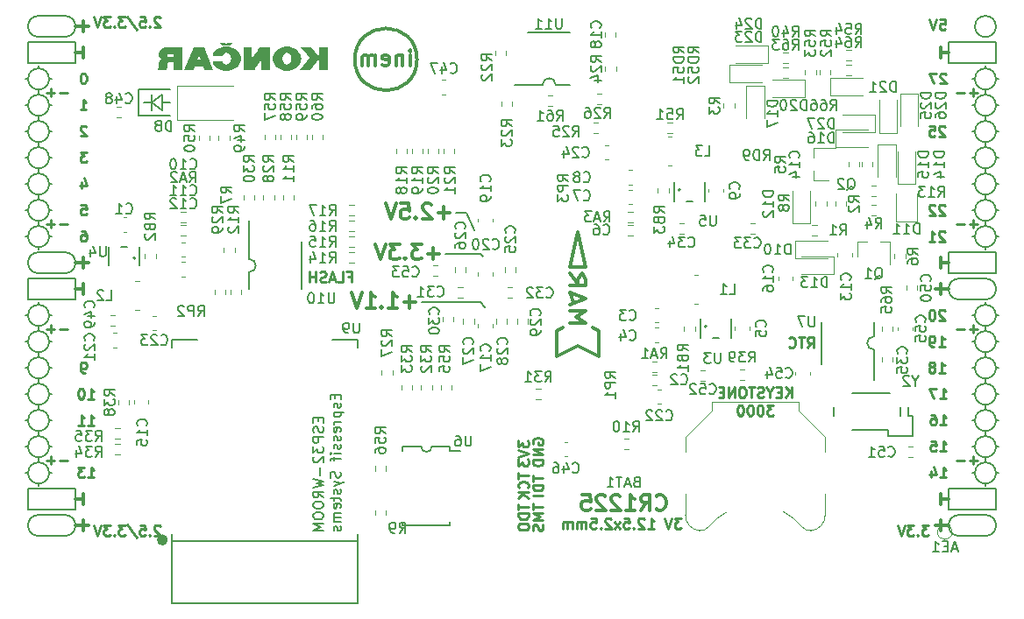
<source format=gbo>
G04 #@! TF.GenerationSoftware,KiCad,Pcbnew,5.0.0-rc2+dfsg1-3*
G04 #@! TF.CreationDate,2018-06-10T12:20:26+02:00*
G04 #@! TF.ProjectId,ulx3s,756C7833732E6B696361645F70636200,rev?*
G04 #@! TF.SameCoordinates,Original*
G04 #@! TF.FileFunction,Legend,Bot*
G04 #@! TF.FilePolarity,Positive*
%FSLAX46Y46*%
G04 Gerber Fmt 4.6, Leading zero omitted, Abs format (unit mm)*
G04 Created by KiCad (PCBNEW 5.0.0-rc2+dfsg1-3) date Sun Jun 10 12:20:26 2018*
%MOMM*%
%LPD*%
G01*
G04 APERTURE LIST*
%ADD10C,0.200000*%
%ADD11C,0.250000*%
%ADD12C,0.300000*%
%ADD13C,0.150000*%
%ADD14C,0.500000*%
%ADD15C,0.120000*%
%ADD16C,0.100000*%
G04 APERTURE END LIST*
D10*
X136660000Y-80742000D02*
X135644000Y-80742000D01*
X137422000Y-82393000D02*
X136660000Y-80742000D01*
X138057000Y-84679000D02*
X134628000Y-84679000D01*
X138311000Y-84933000D02*
X138057000Y-84679000D01*
X138057000Y-89378000D02*
X138438000Y-89886000D01*
X132342000Y-89378000D02*
X138057000Y-89378000D01*
D11*
X99893476Y-96180380D02*
X99703000Y-96180380D01*
X99607761Y-96132761D01*
X99560142Y-96085142D01*
X99464904Y-95942285D01*
X99417285Y-95751809D01*
X99417285Y-95370857D01*
X99464904Y-95275619D01*
X99512523Y-95228000D01*
X99607761Y-95180380D01*
X99798238Y-95180380D01*
X99893476Y-95228000D01*
X99941095Y-95275619D01*
X99988714Y-95370857D01*
X99988714Y-95608952D01*
X99941095Y-95704190D01*
X99893476Y-95751809D01*
X99798238Y-95799428D01*
X99607761Y-95799428D01*
X99512523Y-95751809D01*
X99464904Y-95704190D01*
X99417285Y-95608952D01*
X100147476Y-101260380D02*
X100718904Y-101260380D01*
X100433190Y-101260380D02*
X100433190Y-100260380D01*
X100528428Y-100403238D01*
X100623666Y-100498476D01*
X100718904Y-100546095D01*
X99195095Y-101260380D02*
X99766523Y-101260380D01*
X99480809Y-101260380D02*
X99480809Y-100260380D01*
X99576047Y-100403238D01*
X99671285Y-100498476D01*
X99766523Y-100546095D01*
D10*
X105037000Y-68804000D02*
X108085000Y-68804000D01*
X105037000Y-71344000D02*
X105037000Y-68804000D01*
X108085000Y-71344000D02*
X105037000Y-71344000D01*
X107323000Y-70074000D02*
X108085000Y-70074000D01*
X106307000Y-70074000D02*
X105545000Y-70074000D01*
X106307000Y-70836000D02*
X106307000Y-70074000D01*
X106307000Y-69312000D02*
X106307000Y-70836000D01*
X107323000Y-69312000D02*
X107323000Y-70836000D01*
X106307000Y-70074000D02*
X107323000Y-69312000D01*
X107323000Y-70836000D02*
X106307000Y-70074000D01*
D11*
X182887904Y-72415619D02*
X182840285Y-72368000D01*
X182745047Y-72320380D01*
X182506952Y-72320380D01*
X182411714Y-72368000D01*
X182364095Y-72415619D01*
X182316476Y-72510857D01*
X182316476Y-72606095D01*
X182364095Y-72748952D01*
X182935523Y-73320380D01*
X182316476Y-73320380D01*
X181411714Y-72320380D02*
X181887904Y-72320380D01*
X181935523Y-72796571D01*
X181887904Y-72748952D01*
X181792666Y-72701333D01*
X181554571Y-72701333D01*
X181459333Y-72748952D01*
X181411714Y-72796571D01*
X181364095Y-72891809D01*
X181364095Y-73129904D01*
X181411714Y-73225142D01*
X181459333Y-73272761D01*
X181554571Y-73320380D01*
X181792666Y-73320380D01*
X181887904Y-73272761D01*
X181935523Y-73225142D01*
X182887904Y-80035619D02*
X182840285Y-79988000D01*
X182745047Y-79940380D01*
X182506952Y-79940380D01*
X182411714Y-79988000D01*
X182364095Y-80035619D01*
X182316476Y-80130857D01*
X182316476Y-80226095D01*
X182364095Y-80368952D01*
X182935523Y-80940380D01*
X182316476Y-80940380D01*
X181935523Y-80035619D02*
X181887904Y-79988000D01*
X181792666Y-79940380D01*
X181554571Y-79940380D01*
X181459333Y-79988000D01*
X181411714Y-80035619D01*
X181364095Y-80130857D01*
X181364095Y-80226095D01*
X181411714Y-80368952D01*
X181983142Y-80940380D01*
X181364095Y-80940380D01*
X182887904Y-82575619D02*
X182840285Y-82528000D01*
X182745047Y-82480380D01*
X182506952Y-82480380D01*
X182411714Y-82528000D01*
X182364095Y-82575619D01*
X182316476Y-82670857D01*
X182316476Y-82766095D01*
X182364095Y-82908952D01*
X182935523Y-83480380D01*
X182316476Y-83480380D01*
X181364095Y-83480380D02*
X181935523Y-83480380D01*
X181649809Y-83480380D02*
X181649809Y-82480380D01*
X181745047Y-82623238D01*
X181840285Y-82718476D01*
X181935523Y-82766095D01*
X182887904Y-90195619D02*
X182840285Y-90148000D01*
X182745047Y-90100380D01*
X182506952Y-90100380D01*
X182411714Y-90148000D01*
X182364095Y-90195619D01*
X182316476Y-90290857D01*
X182316476Y-90386095D01*
X182364095Y-90528952D01*
X182935523Y-91100380D01*
X182316476Y-91100380D01*
X181697428Y-90100380D02*
X181602190Y-90100380D01*
X181506952Y-90148000D01*
X181459333Y-90195619D01*
X181411714Y-90290857D01*
X181364095Y-90481333D01*
X181364095Y-90719428D01*
X181411714Y-90909904D01*
X181459333Y-91005142D01*
X181506952Y-91052761D01*
X181602190Y-91100380D01*
X181697428Y-91100380D01*
X181792666Y-91052761D01*
X181840285Y-91005142D01*
X181887904Y-90909904D01*
X181935523Y-90719428D01*
X181935523Y-90481333D01*
X181887904Y-90290857D01*
X181840285Y-90195619D01*
X181792666Y-90148000D01*
X181697428Y-90100380D01*
X182316476Y-93640380D02*
X182887904Y-93640380D01*
X182602190Y-93640380D02*
X182602190Y-92640380D01*
X182697428Y-92783238D01*
X182792666Y-92878476D01*
X182887904Y-92926095D01*
X181840285Y-93640380D02*
X181649809Y-93640380D01*
X181554571Y-93592761D01*
X181506952Y-93545142D01*
X181411714Y-93402285D01*
X181364095Y-93211809D01*
X181364095Y-92830857D01*
X181411714Y-92735619D01*
X181459333Y-92688000D01*
X181554571Y-92640380D01*
X181745047Y-92640380D01*
X181840285Y-92688000D01*
X181887904Y-92735619D01*
X181935523Y-92830857D01*
X181935523Y-93068952D01*
X181887904Y-93164190D01*
X181840285Y-93211809D01*
X181745047Y-93259428D01*
X181554571Y-93259428D01*
X181459333Y-93211809D01*
X181411714Y-93164190D01*
X181364095Y-93068952D01*
X182316476Y-96180380D02*
X182887904Y-96180380D01*
X182602190Y-96180380D02*
X182602190Y-95180380D01*
X182697428Y-95323238D01*
X182792666Y-95418476D01*
X182887904Y-95466095D01*
X181745047Y-95608952D02*
X181840285Y-95561333D01*
X181887904Y-95513714D01*
X181935523Y-95418476D01*
X181935523Y-95370857D01*
X181887904Y-95275619D01*
X181840285Y-95228000D01*
X181745047Y-95180380D01*
X181554571Y-95180380D01*
X181459333Y-95228000D01*
X181411714Y-95275619D01*
X181364095Y-95370857D01*
X181364095Y-95418476D01*
X181411714Y-95513714D01*
X181459333Y-95561333D01*
X181554571Y-95608952D01*
X181745047Y-95608952D01*
X181840285Y-95656571D01*
X181887904Y-95704190D01*
X181935523Y-95799428D01*
X181935523Y-95989904D01*
X181887904Y-96085142D01*
X181840285Y-96132761D01*
X181745047Y-96180380D01*
X181554571Y-96180380D01*
X181459333Y-96132761D01*
X181411714Y-96085142D01*
X181364095Y-95989904D01*
X181364095Y-95799428D01*
X181411714Y-95704190D01*
X181459333Y-95656571D01*
X181554571Y-95608952D01*
X125269476Y-86893571D02*
X125602809Y-86893571D01*
X125602809Y-87417380D02*
X125602809Y-86417380D01*
X125126619Y-86417380D01*
X124269476Y-87417380D02*
X124745666Y-87417380D01*
X124745666Y-86417380D01*
X123983761Y-87131666D02*
X123507571Y-87131666D01*
X124079000Y-87417380D02*
X123745666Y-86417380D01*
X123412333Y-87417380D01*
X123126619Y-87369761D02*
X122983761Y-87417380D01*
X122745666Y-87417380D01*
X122650428Y-87369761D01*
X122602809Y-87322142D01*
X122555190Y-87226904D01*
X122555190Y-87131666D01*
X122602809Y-87036428D01*
X122650428Y-86988809D01*
X122745666Y-86941190D01*
X122936142Y-86893571D01*
X123031380Y-86845952D01*
X123079000Y-86798333D01*
X123126619Y-86703095D01*
X123126619Y-86607857D01*
X123079000Y-86512619D01*
X123031380Y-86465000D01*
X122936142Y-86417380D01*
X122698047Y-86417380D01*
X122555190Y-86465000D01*
X122126619Y-87417380D02*
X122126619Y-86417380D01*
X122126619Y-86893571D02*
X121555190Y-86893571D01*
X121555190Y-87417380D02*
X121555190Y-86417380D01*
X157418095Y-110252380D02*
X156799047Y-110252380D01*
X157132380Y-110633333D01*
X156989523Y-110633333D01*
X156894285Y-110680952D01*
X156846666Y-110728571D01*
X156799047Y-110823809D01*
X156799047Y-111061904D01*
X156846666Y-111157142D01*
X156894285Y-111204761D01*
X156989523Y-111252380D01*
X157275238Y-111252380D01*
X157370476Y-111204761D01*
X157418095Y-111157142D01*
X156513333Y-110252380D02*
X156180000Y-111252380D01*
X155846666Y-110252380D01*
X154227619Y-111252380D02*
X154799047Y-111252380D01*
X154513333Y-111252380D02*
X154513333Y-110252380D01*
X154608571Y-110395238D01*
X154703809Y-110490476D01*
X154799047Y-110538095D01*
X153846666Y-110347619D02*
X153799047Y-110300000D01*
X153703809Y-110252380D01*
X153465714Y-110252380D01*
X153370476Y-110300000D01*
X153322857Y-110347619D01*
X153275238Y-110442857D01*
X153275238Y-110538095D01*
X153322857Y-110680952D01*
X153894285Y-111252380D01*
X153275238Y-111252380D01*
X152846666Y-111157142D02*
X152799047Y-111204761D01*
X152846666Y-111252380D01*
X152894285Y-111204761D01*
X152846666Y-111157142D01*
X152846666Y-111252380D01*
X151894285Y-110252380D02*
X152370476Y-110252380D01*
X152418095Y-110728571D01*
X152370476Y-110680952D01*
X152275238Y-110633333D01*
X152037142Y-110633333D01*
X151941904Y-110680952D01*
X151894285Y-110728571D01*
X151846666Y-110823809D01*
X151846666Y-111061904D01*
X151894285Y-111157142D01*
X151941904Y-111204761D01*
X152037142Y-111252380D01*
X152275238Y-111252380D01*
X152370476Y-111204761D01*
X152418095Y-111157142D01*
X151513333Y-111252380D02*
X150989523Y-110585714D01*
X151513333Y-110585714D02*
X150989523Y-111252380D01*
X150656190Y-110347619D02*
X150608571Y-110300000D01*
X150513333Y-110252380D01*
X150275238Y-110252380D01*
X150180000Y-110300000D01*
X150132380Y-110347619D01*
X150084761Y-110442857D01*
X150084761Y-110538095D01*
X150132380Y-110680952D01*
X150703809Y-111252380D01*
X150084761Y-111252380D01*
X149656190Y-111157142D02*
X149608571Y-111204761D01*
X149656190Y-111252380D01*
X149703809Y-111204761D01*
X149656190Y-111157142D01*
X149656190Y-111252380D01*
X148703809Y-110252380D02*
X149180000Y-110252380D01*
X149227619Y-110728571D01*
X149180000Y-110680952D01*
X149084761Y-110633333D01*
X148846666Y-110633333D01*
X148751428Y-110680952D01*
X148703809Y-110728571D01*
X148656190Y-110823809D01*
X148656190Y-111061904D01*
X148703809Y-111157142D01*
X148751428Y-111204761D01*
X148846666Y-111252380D01*
X149084761Y-111252380D01*
X149180000Y-111204761D01*
X149227619Y-111157142D01*
X148227619Y-111252380D02*
X148227619Y-110585714D01*
X148227619Y-110680952D02*
X148180000Y-110633333D01*
X148084761Y-110585714D01*
X147941904Y-110585714D01*
X147846666Y-110633333D01*
X147799047Y-110728571D01*
X147799047Y-111252380D01*
X147799047Y-110728571D02*
X147751428Y-110633333D01*
X147656190Y-110585714D01*
X147513333Y-110585714D01*
X147418095Y-110633333D01*
X147370476Y-110728571D01*
X147370476Y-111252380D01*
X146894285Y-111252380D02*
X146894285Y-110585714D01*
X146894285Y-110680952D02*
X146846666Y-110633333D01*
X146751428Y-110585714D01*
X146608571Y-110585714D01*
X146513333Y-110633333D01*
X146465714Y-110728571D01*
X146465714Y-111252380D01*
X146465714Y-110728571D02*
X146418095Y-110633333D01*
X146322857Y-110585714D01*
X146180000Y-110585714D01*
X146084761Y-110633333D01*
X146037142Y-110728571D01*
X146037142Y-111252380D01*
X168085000Y-98577380D02*
X168085000Y-97577380D01*
X167513571Y-98577380D02*
X167942142Y-98005952D01*
X167513571Y-97577380D02*
X168085000Y-98148809D01*
X167085000Y-98053571D02*
X166751666Y-98053571D01*
X166608809Y-98577380D02*
X167085000Y-98577380D01*
X167085000Y-97577380D01*
X166608809Y-97577380D01*
X165989761Y-98101190D02*
X165989761Y-98577380D01*
X166323095Y-97577380D02*
X165989761Y-98101190D01*
X165656428Y-97577380D01*
X165370714Y-98529761D02*
X165227857Y-98577380D01*
X164989761Y-98577380D01*
X164894523Y-98529761D01*
X164846904Y-98482142D01*
X164799285Y-98386904D01*
X164799285Y-98291666D01*
X164846904Y-98196428D01*
X164894523Y-98148809D01*
X164989761Y-98101190D01*
X165180238Y-98053571D01*
X165275476Y-98005952D01*
X165323095Y-97958333D01*
X165370714Y-97863095D01*
X165370714Y-97767857D01*
X165323095Y-97672619D01*
X165275476Y-97625000D01*
X165180238Y-97577380D01*
X164942142Y-97577380D01*
X164799285Y-97625000D01*
X164513571Y-97577380D02*
X163942142Y-97577380D01*
X164227857Y-98577380D02*
X164227857Y-97577380D01*
X163418333Y-97577380D02*
X163227857Y-97577380D01*
X163132619Y-97625000D01*
X163037380Y-97720238D01*
X162989761Y-97910714D01*
X162989761Y-98244047D01*
X163037380Y-98434523D01*
X163132619Y-98529761D01*
X163227857Y-98577380D01*
X163418333Y-98577380D01*
X163513571Y-98529761D01*
X163608809Y-98434523D01*
X163656428Y-98244047D01*
X163656428Y-97910714D01*
X163608809Y-97720238D01*
X163513571Y-97625000D01*
X163418333Y-97577380D01*
X162561190Y-98577380D02*
X162561190Y-97577380D01*
X161989761Y-98577380D01*
X161989761Y-97577380D01*
X161513571Y-98053571D02*
X161180238Y-98053571D01*
X161037380Y-98577380D02*
X161513571Y-98577380D01*
X161513571Y-97577380D01*
X161037380Y-97577380D01*
X166346904Y-99327380D02*
X165727857Y-99327380D01*
X166061190Y-99708333D01*
X165918333Y-99708333D01*
X165823095Y-99755952D01*
X165775476Y-99803571D01*
X165727857Y-99898809D01*
X165727857Y-100136904D01*
X165775476Y-100232142D01*
X165823095Y-100279761D01*
X165918333Y-100327380D01*
X166204047Y-100327380D01*
X166299285Y-100279761D01*
X166346904Y-100232142D01*
X165108809Y-99327380D02*
X165013571Y-99327380D01*
X164918333Y-99375000D01*
X164870714Y-99422619D01*
X164823095Y-99517857D01*
X164775476Y-99708333D01*
X164775476Y-99946428D01*
X164823095Y-100136904D01*
X164870714Y-100232142D01*
X164918333Y-100279761D01*
X165013571Y-100327380D01*
X165108809Y-100327380D01*
X165204047Y-100279761D01*
X165251666Y-100232142D01*
X165299285Y-100136904D01*
X165346904Y-99946428D01*
X165346904Y-99708333D01*
X165299285Y-99517857D01*
X165251666Y-99422619D01*
X165204047Y-99375000D01*
X165108809Y-99327380D01*
X164156428Y-99327380D02*
X164061190Y-99327380D01*
X163965952Y-99375000D01*
X163918333Y-99422619D01*
X163870714Y-99517857D01*
X163823095Y-99708333D01*
X163823095Y-99946428D01*
X163870714Y-100136904D01*
X163918333Y-100232142D01*
X163965952Y-100279761D01*
X164061190Y-100327380D01*
X164156428Y-100327380D01*
X164251666Y-100279761D01*
X164299285Y-100232142D01*
X164346904Y-100136904D01*
X164394523Y-99946428D01*
X164394523Y-99708333D01*
X164346904Y-99517857D01*
X164299285Y-99422619D01*
X164251666Y-99375000D01*
X164156428Y-99327380D01*
X163204047Y-99327380D02*
X163108809Y-99327380D01*
X163013571Y-99375000D01*
X162965952Y-99422619D01*
X162918333Y-99517857D01*
X162870714Y-99708333D01*
X162870714Y-99946428D01*
X162918333Y-100136904D01*
X162965952Y-100232142D01*
X163013571Y-100279761D01*
X163108809Y-100327380D01*
X163204047Y-100327380D01*
X163299285Y-100279761D01*
X163346904Y-100232142D01*
X163394523Y-100136904D01*
X163442142Y-99946428D01*
X163442142Y-99708333D01*
X163394523Y-99517857D01*
X163346904Y-99422619D01*
X163299285Y-99375000D01*
X163204047Y-99327380D01*
D12*
X182492000Y-87582000D02*
X182492000Y-88598000D01*
X183254000Y-88090000D02*
X181984000Y-88090000D01*
X182492000Y-110442000D02*
X182492000Y-111458000D01*
X183254000Y-110950000D02*
X181984000Y-110950000D01*
X99688000Y-62182000D02*
X99688000Y-63198000D01*
X98926000Y-62690000D02*
X100196000Y-62690000D01*
X99688000Y-110442000D02*
X99688000Y-111458000D01*
X98926000Y-110950000D02*
X100196000Y-110950000D01*
X99688000Y-85042000D02*
X99688000Y-86058000D01*
X98926000Y-85550000D02*
X100196000Y-85550000D01*
D10*
X187826000Y-62690000D02*
G75*
G03X187826000Y-62690000I-1016000J0D01*
G01*
X184270000Y-87074000D02*
X186810000Y-87074000D01*
X184270000Y-89106000D02*
X186810000Y-89106000D01*
X184270000Y-87074000D02*
G75*
G03X184270000Y-89106000I0J-1016000D01*
G01*
X186810000Y-89106000D02*
G75*
G03X186810000Y-87074000I0J1016000D01*
G01*
X184270000Y-111966000D02*
X186810000Y-111966000D01*
X184270000Y-109934000D02*
X186810000Y-109934000D01*
X184270000Y-109934000D02*
G75*
G03X184270000Y-111966000I0J-1016000D01*
G01*
X186810000Y-111966000D02*
G75*
G03X186810000Y-109934000I0J1016000D01*
G01*
X97910000Y-63706000D02*
G75*
G03X97910000Y-61674000I0J1016000D01*
G01*
X95370000Y-61674000D02*
X97910000Y-61674000D01*
X95370000Y-63706000D02*
X97910000Y-63706000D01*
X95370000Y-61674000D02*
G75*
G03X95370000Y-63706000I0J-1016000D01*
G01*
X95370000Y-86566000D02*
X97910000Y-86566000D01*
X95370000Y-84534000D02*
X97910000Y-84534000D01*
X95370000Y-84534000D02*
G75*
G03X95370000Y-86566000I0J-1016000D01*
G01*
X97910000Y-86566000D02*
G75*
G03X97910000Y-84534000I0J1016000D01*
G01*
X95370000Y-111966000D02*
X97910000Y-111966000D01*
X95370000Y-109934000D02*
X97910000Y-109934000D01*
X95370000Y-109934000D02*
G75*
G03X95370000Y-111966000I0J-1016000D01*
G01*
X97910000Y-111966000D02*
G75*
G03X97910000Y-109934000I0J1016000D01*
G01*
X98926000Y-107394000D02*
X94354000Y-107394000D01*
X98926000Y-109426000D02*
X98926000Y-107394000D01*
X94354000Y-109426000D02*
X98926000Y-109426000D01*
X94354000Y-107394000D02*
X94354000Y-109426000D01*
X187826000Y-107394000D02*
X183254000Y-107394000D01*
X187826000Y-109426000D02*
X187826000Y-107394000D01*
X183254000Y-109426000D02*
X187826000Y-109426000D01*
X183254000Y-107394000D02*
X183254000Y-109426000D01*
X187826000Y-84534000D02*
X183254000Y-84534000D01*
X187826000Y-86566000D02*
X187826000Y-84534000D01*
X183254000Y-86566000D02*
X187826000Y-86566000D01*
X183254000Y-84534000D02*
X183254000Y-86566000D01*
X187826000Y-64214000D02*
X183254000Y-64214000D01*
X187826000Y-66246000D02*
X187826000Y-64214000D01*
X183254000Y-66246000D02*
X187826000Y-66246000D01*
X183254000Y-64214000D02*
X183254000Y-66246000D01*
X98926000Y-64214000D02*
X94354000Y-64214000D01*
X98926000Y-66246000D02*
X98926000Y-64214000D01*
X94354000Y-66246000D02*
X98926000Y-66246000D01*
X94354000Y-64214000D02*
X94354000Y-66246000D01*
X98926000Y-87074000D02*
X94354000Y-87074000D01*
X98926000Y-89106000D02*
X98926000Y-87074000D01*
X94354000Y-89106000D02*
X98926000Y-89106000D01*
X94354000Y-87074000D02*
X94354000Y-89106000D01*
D11*
X186032000Y-91971428D02*
X185270095Y-91971428D01*
X185651047Y-92352380D02*
X185651047Y-91590476D01*
X184793904Y-91971428D02*
X184032000Y-91971428D01*
X186032000Y-69111428D02*
X185270095Y-69111428D01*
X185651047Y-69492380D02*
X185651047Y-68730476D01*
X184793904Y-69111428D02*
X184032000Y-69111428D01*
X186032000Y-81811428D02*
X185270095Y-81811428D01*
X185651047Y-82192380D02*
X185651047Y-81430476D01*
X184793904Y-81811428D02*
X184032000Y-81811428D01*
X186032000Y-104671428D02*
X185270095Y-104671428D01*
X185651047Y-105052380D02*
X185651047Y-104290476D01*
X184793904Y-104671428D02*
X184032000Y-104671428D01*
X98148000Y-104671428D02*
X97386095Y-104671428D01*
X96909904Y-104671428D02*
X96148000Y-104671428D01*
X96528952Y-105052380D02*
X96528952Y-104290476D01*
X98148000Y-91971428D02*
X97386095Y-91971428D01*
X96909904Y-91971428D02*
X96148000Y-91971428D01*
X96528952Y-92352380D02*
X96528952Y-91590476D01*
X98148000Y-81811428D02*
X97386095Y-81811428D01*
X96909904Y-81811428D02*
X96148000Y-81811428D01*
X96528952Y-82192380D02*
X96528952Y-81430476D01*
X98148000Y-69111428D02*
X97386095Y-69111428D01*
X96909904Y-69111428D02*
X96148000Y-69111428D01*
X96528952Y-69492380D02*
X96528952Y-68730476D01*
D12*
X182492000Y-107902000D02*
X182492000Y-108918000D01*
X183254000Y-108410000D02*
X182492000Y-108410000D01*
D10*
X95370000Y-96726000D02*
X95370000Y-97234000D01*
X96386000Y-95710000D02*
X96640000Y-95710000D01*
X94354000Y-95710000D02*
X94100000Y-95710000D01*
X187826000Y-98250000D02*
X188080000Y-98250000D01*
X187826000Y-83010000D02*
X188080000Y-83010000D01*
X95370000Y-107140000D02*
X95370000Y-106886000D01*
X96386000Y-105870000D02*
X96640000Y-105870000D01*
X94354000Y-105870000D02*
X94100000Y-105870000D01*
X94354000Y-103330000D02*
X94100000Y-103330000D01*
X95370000Y-104346000D02*
X95370000Y-104854000D01*
X96386000Y-103330000D02*
X96640000Y-103330000D01*
X94354000Y-100790000D02*
X94100000Y-100790000D01*
X95370000Y-102314000D02*
X95370000Y-101806000D01*
X96386000Y-100790000D02*
X96640000Y-100790000D01*
X95370000Y-99266000D02*
X95370000Y-99774000D01*
X94354000Y-98250000D02*
X94100000Y-98250000D01*
X96386000Y-98250000D02*
X96640000Y-98250000D01*
X95370000Y-94186000D02*
X95370000Y-94694000D01*
X96386000Y-93170000D02*
X96640000Y-93170000D01*
X94354000Y-93170000D02*
X94100000Y-93170000D01*
X94354000Y-90630000D02*
X94100000Y-90630000D01*
X95370000Y-91646000D02*
X95370000Y-92154000D01*
X96640000Y-90630000D02*
X96386000Y-90630000D01*
X95370000Y-89360000D02*
X95370000Y-89614000D01*
X94354000Y-83010000D02*
X94100000Y-83010000D01*
X95370000Y-84280000D02*
X95370000Y-84026000D01*
X96386000Y-83010000D02*
X96640000Y-83010000D01*
X95370000Y-81486000D02*
X95370000Y-81994000D01*
X94354000Y-80470000D02*
X94100000Y-80470000D01*
X96640000Y-80470000D02*
X96386000Y-80470000D01*
X95370000Y-78946000D02*
X95370000Y-79454000D01*
X96386000Y-77930000D02*
X96640000Y-77930000D01*
X94354000Y-77930000D02*
X94100000Y-77930000D01*
X95370000Y-76406000D02*
X95370000Y-76914000D01*
X94354000Y-75390000D02*
X94100000Y-75390000D01*
X96386000Y-75390000D02*
X96640000Y-75390000D01*
X95370000Y-73866000D02*
X95370000Y-74374000D01*
X96386000Y-72850000D02*
X96640000Y-72850000D01*
X94100000Y-72850000D02*
X94354000Y-72850000D01*
X94354000Y-70310000D02*
X94100000Y-70310000D01*
X96640000Y-70310000D02*
X96386000Y-70310000D01*
X95370000Y-71326000D02*
X95370000Y-71834000D01*
X95370000Y-68786000D02*
X95370000Y-69294000D01*
X96386000Y-67770000D02*
X96640000Y-67770000D01*
X94354000Y-67770000D02*
X94100000Y-67770000D01*
X95370000Y-66500000D02*
X95370000Y-66754000D01*
X187826000Y-105870000D02*
X188080000Y-105870000D01*
X186810000Y-107140000D02*
X186810000Y-106886000D01*
X185540000Y-105870000D02*
X185794000Y-105870000D01*
X186810000Y-104346000D02*
X186810000Y-104854000D01*
X187826000Y-103330000D02*
X188080000Y-103330000D01*
X185540000Y-103330000D02*
X185794000Y-103330000D01*
X186810000Y-101806000D02*
X186810000Y-102314000D01*
X187826000Y-100790000D02*
X188080000Y-100790000D01*
X185540000Y-100790000D02*
X185794000Y-100790000D01*
X186810000Y-99266000D02*
X186810000Y-99774000D01*
X185540000Y-98250000D02*
X185794000Y-98250000D01*
X186810000Y-97234000D02*
X186810000Y-96726000D01*
X187826000Y-95710000D02*
X188080000Y-95710000D01*
X185540000Y-95710000D02*
X185794000Y-95710000D01*
X186810000Y-94694000D02*
X186810000Y-94186000D01*
X187826000Y-93170000D02*
X188080000Y-93170000D01*
X185540000Y-93170000D02*
X185794000Y-93170000D01*
X186810000Y-92154000D02*
X186810000Y-91646000D01*
X187826000Y-90630000D02*
X188080000Y-90630000D01*
X185540000Y-90630000D02*
X185794000Y-90630000D01*
X186810000Y-89360000D02*
X186810000Y-89614000D01*
X186810000Y-84280000D02*
X186810000Y-84026000D01*
X185540000Y-83010000D02*
X185794000Y-83010000D01*
X186810000Y-81994000D02*
X186810000Y-81486000D01*
X185794000Y-80470000D02*
X185540000Y-80470000D01*
X187826000Y-80470000D02*
X188080000Y-80470000D01*
X186810000Y-78946000D02*
X186810000Y-79454000D01*
X185794000Y-77930000D02*
X185540000Y-77930000D01*
X187826000Y-77930000D02*
X188080000Y-77930000D01*
X186810000Y-76406000D02*
X186810000Y-76914000D01*
X186810000Y-73866000D02*
X186810000Y-74374000D01*
X185794000Y-75390000D02*
X185540000Y-75390000D01*
X187826000Y-75390000D02*
X188080000Y-75390000D01*
X187826000Y-72850000D02*
X188080000Y-72850000D01*
X185540000Y-72850000D02*
X185794000Y-72850000D01*
X186810000Y-71834000D02*
X186810000Y-71326000D01*
X187826000Y-70310000D02*
X188080000Y-70310000D01*
X185540000Y-70310000D02*
X185794000Y-70310000D01*
X187826000Y-67770000D02*
X188080000Y-67770000D01*
X186810000Y-68786000D02*
X186810000Y-69294000D01*
X185540000Y-67770000D02*
X185794000Y-67770000D01*
X186810000Y-66500000D02*
X186810000Y-66754000D01*
X187826000Y-67770000D02*
G75*
G03X187826000Y-67770000I-1016000J0D01*
G01*
X187826000Y-70310000D02*
G75*
G03X187826000Y-70310000I-1016000J0D01*
G01*
X187826000Y-72850000D02*
G75*
G03X187826000Y-72850000I-1016000J0D01*
G01*
X187826000Y-75390000D02*
G75*
G03X187826000Y-75390000I-1016000J0D01*
G01*
X187826000Y-77930000D02*
G75*
G03X187826000Y-77930000I-1016000J0D01*
G01*
X187826000Y-80470000D02*
G75*
G03X187826000Y-80470000I-1016000J0D01*
G01*
X187826000Y-83010000D02*
G75*
G03X187826000Y-83010000I-1016000J0D01*
G01*
X187826000Y-90630000D02*
G75*
G03X187826000Y-90630000I-1016000J0D01*
G01*
X187826000Y-93170000D02*
G75*
G03X187826000Y-93170000I-1016000J0D01*
G01*
X187826000Y-95710000D02*
G75*
G03X187826000Y-95710000I-1016000J0D01*
G01*
X187826000Y-98250000D02*
G75*
G03X187826000Y-98250000I-1016000J0D01*
G01*
X187826000Y-100790000D02*
G75*
G03X187826000Y-100790000I-1016000J0D01*
G01*
X187826000Y-103330000D02*
G75*
G03X187826000Y-103330000I-1016000J0D01*
G01*
X187826000Y-105870000D02*
G75*
G03X187826000Y-105870000I-1016000J0D01*
G01*
X96386000Y-105870000D02*
G75*
G03X96386000Y-105870000I-1016000J0D01*
G01*
X96386000Y-103330000D02*
G75*
G03X96386000Y-103330000I-1016000J0D01*
G01*
X96386000Y-100790000D02*
G75*
G03X96386000Y-100790000I-1016000J0D01*
G01*
X96386000Y-98250000D02*
G75*
G03X96386000Y-98250000I-1016000J0D01*
G01*
X96386000Y-95710000D02*
G75*
G03X96386000Y-95710000I-1016000J0D01*
G01*
X96386000Y-93170000D02*
G75*
G03X96386000Y-93170000I-1016000J0D01*
G01*
X96386000Y-90630000D02*
G75*
G03X96386000Y-90630000I-1016000J0D01*
G01*
X96386000Y-83010000D02*
G75*
G03X96386000Y-83010000I-1016000J0D01*
G01*
X96386000Y-80470000D02*
G75*
G03X96386000Y-80470000I-1016000J0D01*
G01*
X96386000Y-77930000D02*
G75*
G03X96386000Y-77930000I-1016000J0D01*
G01*
X96386000Y-75390000D02*
G75*
G03X96386000Y-75390000I-1016000J0D01*
G01*
X96386000Y-72850000D02*
G75*
G03X96386000Y-72850000I-1016000J0D01*
G01*
X96386000Y-70310000D02*
G75*
G03X96386000Y-70310000I-1016000J0D01*
G01*
X96386000Y-67770000D02*
G75*
G03X96386000Y-67770000I-1016000J0D01*
G01*
D11*
X182428476Y-62015380D02*
X182904666Y-62015380D01*
X182952285Y-62491571D01*
X182904666Y-62443952D01*
X182809428Y-62396333D01*
X182571333Y-62396333D01*
X182476095Y-62443952D01*
X182428476Y-62491571D01*
X182380857Y-62586809D01*
X182380857Y-62824904D01*
X182428476Y-62920142D01*
X182476095Y-62967761D01*
X182571333Y-63015380D01*
X182809428Y-63015380D01*
X182904666Y-62967761D01*
X182952285Y-62920142D01*
X182095142Y-62015380D02*
X181761809Y-63015380D01*
X181428476Y-62015380D01*
D12*
X182492000Y-64722000D02*
X182492000Y-65738000D01*
X183254000Y-65230000D02*
X182492000Y-65230000D01*
D11*
X182999904Y-67317619D02*
X182952285Y-67270000D01*
X182857047Y-67222380D01*
X182618952Y-67222380D01*
X182523714Y-67270000D01*
X182476095Y-67317619D01*
X182428476Y-67412857D01*
X182428476Y-67508095D01*
X182476095Y-67650952D01*
X183047523Y-68222380D01*
X182428476Y-68222380D01*
X182095142Y-67222380D02*
X181428476Y-67222380D01*
X181857047Y-68222380D01*
D12*
X182492000Y-85042000D02*
X182492000Y-86058000D01*
X183254000Y-85550000D02*
X182492000Y-85550000D01*
D11*
X182428476Y-98702380D02*
X182999904Y-98702380D01*
X182714190Y-98702380D02*
X182714190Y-97702380D01*
X182809428Y-97845238D01*
X182904666Y-97940476D01*
X182999904Y-97988095D01*
X182095142Y-97702380D02*
X181428476Y-97702380D01*
X181857047Y-98702380D01*
X182428476Y-101242380D02*
X182999904Y-101242380D01*
X182714190Y-101242380D02*
X182714190Y-100242380D01*
X182809428Y-100385238D01*
X182904666Y-100480476D01*
X182999904Y-100528095D01*
X181571333Y-100242380D02*
X181761809Y-100242380D01*
X181857047Y-100290000D01*
X181904666Y-100337619D01*
X181999904Y-100480476D01*
X182047523Y-100670952D01*
X182047523Y-101051904D01*
X181999904Y-101147142D01*
X181952285Y-101194761D01*
X181857047Y-101242380D01*
X181666571Y-101242380D01*
X181571333Y-101194761D01*
X181523714Y-101147142D01*
X181476095Y-101051904D01*
X181476095Y-100813809D01*
X181523714Y-100718571D01*
X181571333Y-100670952D01*
X181666571Y-100623333D01*
X181857047Y-100623333D01*
X181952285Y-100670952D01*
X181999904Y-100718571D01*
X182047523Y-100813809D01*
X182428476Y-103782380D02*
X182999904Y-103782380D01*
X182714190Y-103782380D02*
X182714190Y-102782380D01*
X182809428Y-102925238D01*
X182904666Y-103020476D01*
X182999904Y-103068095D01*
X181523714Y-102782380D02*
X181999904Y-102782380D01*
X182047523Y-103258571D01*
X181999904Y-103210952D01*
X181904666Y-103163333D01*
X181666571Y-103163333D01*
X181571333Y-103210952D01*
X181523714Y-103258571D01*
X181476095Y-103353809D01*
X181476095Y-103591904D01*
X181523714Y-103687142D01*
X181571333Y-103734761D01*
X181666571Y-103782380D01*
X181904666Y-103782380D01*
X181999904Y-103734761D01*
X182047523Y-103687142D01*
X182428476Y-106322380D02*
X182999904Y-106322380D01*
X182714190Y-106322380D02*
X182714190Y-105322380D01*
X182809428Y-105465238D01*
X182904666Y-105560476D01*
X182999904Y-105608095D01*
X181571333Y-105655714D02*
X181571333Y-106322380D01*
X181809428Y-105274761D02*
X182047523Y-105989047D01*
X181428476Y-105989047D01*
X181312642Y-110928380D02*
X180693595Y-110928380D01*
X181026928Y-111309333D01*
X180884071Y-111309333D01*
X180788833Y-111356952D01*
X180741214Y-111404571D01*
X180693595Y-111499809D01*
X180693595Y-111737904D01*
X180741214Y-111833142D01*
X180788833Y-111880761D01*
X180884071Y-111928380D01*
X181169785Y-111928380D01*
X181265023Y-111880761D01*
X181312642Y-111833142D01*
X180265023Y-111833142D02*
X180217404Y-111880761D01*
X180265023Y-111928380D01*
X180312642Y-111880761D01*
X180265023Y-111833142D01*
X180265023Y-111928380D01*
X179884071Y-110928380D02*
X179265023Y-110928380D01*
X179598357Y-111309333D01*
X179455500Y-111309333D01*
X179360261Y-111356952D01*
X179312642Y-111404571D01*
X179265023Y-111499809D01*
X179265023Y-111737904D01*
X179312642Y-111833142D01*
X179360261Y-111880761D01*
X179455500Y-111928380D01*
X179741214Y-111928380D01*
X179836452Y-111880761D01*
X179884071Y-111833142D01*
X178979309Y-110928380D02*
X178645976Y-111928380D01*
X178312642Y-110928380D01*
D12*
X99688000Y-108918000D02*
X99688000Y-107902000D01*
X98926000Y-108410000D02*
X99688000Y-108410000D01*
X99688000Y-88598000D02*
X99688000Y-87582000D01*
X98926000Y-88090000D02*
X99688000Y-88090000D01*
X99688000Y-64722000D02*
X99688000Y-65738000D01*
X98926000Y-65230000D02*
X99688000Y-65230000D01*
D11*
X107103690Y-111023619D02*
X107056071Y-110976000D01*
X106960833Y-110928380D01*
X106722738Y-110928380D01*
X106627500Y-110976000D01*
X106579880Y-111023619D01*
X106532261Y-111118857D01*
X106532261Y-111214095D01*
X106579880Y-111356952D01*
X107151309Y-111928380D01*
X106532261Y-111928380D01*
X106103690Y-111833142D02*
X106056071Y-111880761D01*
X106103690Y-111928380D01*
X106151309Y-111880761D01*
X106103690Y-111833142D01*
X106103690Y-111928380D01*
X105151309Y-110928380D02*
X105627500Y-110928380D01*
X105675119Y-111404571D01*
X105627500Y-111356952D01*
X105532261Y-111309333D01*
X105294166Y-111309333D01*
X105198928Y-111356952D01*
X105151309Y-111404571D01*
X105103690Y-111499809D01*
X105103690Y-111737904D01*
X105151309Y-111833142D01*
X105198928Y-111880761D01*
X105294166Y-111928380D01*
X105532261Y-111928380D01*
X105627500Y-111880761D01*
X105675119Y-111833142D01*
X103960833Y-110880761D02*
X104817976Y-112166476D01*
X103722738Y-110928380D02*
X103103690Y-110928380D01*
X103437023Y-111309333D01*
X103294166Y-111309333D01*
X103198928Y-111356952D01*
X103151309Y-111404571D01*
X103103690Y-111499809D01*
X103103690Y-111737904D01*
X103151309Y-111833142D01*
X103198928Y-111880761D01*
X103294166Y-111928380D01*
X103579880Y-111928380D01*
X103675119Y-111880761D01*
X103722738Y-111833142D01*
X102675119Y-111833142D02*
X102627500Y-111880761D01*
X102675119Y-111928380D01*
X102722738Y-111880761D01*
X102675119Y-111833142D01*
X102675119Y-111928380D01*
X102294166Y-110928380D02*
X101675119Y-110928380D01*
X102008452Y-111309333D01*
X101865595Y-111309333D01*
X101770357Y-111356952D01*
X101722738Y-111404571D01*
X101675119Y-111499809D01*
X101675119Y-111737904D01*
X101722738Y-111833142D01*
X101770357Y-111880761D01*
X101865595Y-111928380D01*
X102151309Y-111928380D01*
X102246547Y-111880761D01*
X102294166Y-111833142D01*
X101389404Y-110928380D02*
X101056071Y-111928380D01*
X100722738Y-110928380D01*
X100132476Y-106322380D02*
X100703904Y-106322380D01*
X100418190Y-106322380D02*
X100418190Y-105322380D01*
X100513428Y-105465238D01*
X100608666Y-105560476D01*
X100703904Y-105608095D01*
X99799142Y-105322380D02*
X99180095Y-105322380D01*
X99513428Y-105703333D01*
X99370571Y-105703333D01*
X99275333Y-105750952D01*
X99227714Y-105798571D01*
X99180095Y-105893809D01*
X99180095Y-106131904D01*
X99227714Y-106227142D01*
X99275333Y-106274761D01*
X99370571Y-106322380D01*
X99656285Y-106322380D01*
X99751523Y-106274761D01*
X99799142Y-106227142D01*
X100147476Y-98720380D02*
X100718904Y-98720380D01*
X100433190Y-98720380D02*
X100433190Y-97720380D01*
X100528428Y-97863238D01*
X100623666Y-97958476D01*
X100718904Y-98006095D01*
X99528428Y-97720380D02*
X99433190Y-97720380D01*
X99337952Y-97768000D01*
X99290333Y-97815619D01*
X99242714Y-97910857D01*
X99195095Y-98101333D01*
X99195095Y-98339428D01*
X99242714Y-98529904D01*
X99290333Y-98625142D01*
X99337952Y-98672761D01*
X99433190Y-98720380D01*
X99528428Y-98720380D01*
X99623666Y-98672761D01*
X99671285Y-98625142D01*
X99718904Y-98529904D01*
X99766523Y-98339428D01*
X99766523Y-98101333D01*
X99718904Y-97910857D01*
X99671285Y-97815619D01*
X99623666Y-97768000D01*
X99528428Y-97720380D01*
X99512523Y-82462380D02*
X99703000Y-82462380D01*
X99798238Y-82510000D01*
X99845857Y-82557619D01*
X99941095Y-82700476D01*
X99988714Y-82890952D01*
X99988714Y-83271904D01*
X99941095Y-83367142D01*
X99893476Y-83414761D01*
X99798238Y-83462380D01*
X99607761Y-83462380D01*
X99512523Y-83414761D01*
X99464904Y-83367142D01*
X99417285Y-83271904D01*
X99417285Y-83033809D01*
X99464904Y-82938571D01*
X99512523Y-82890952D01*
X99607761Y-82843333D01*
X99798238Y-82843333D01*
X99893476Y-82890952D01*
X99941095Y-82938571D01*
X99988714Y-83033809D01*
X99464904Y-79922380D02*
X99941095Y-79922380D01*
X99988714Y-80398571D01*
X99941095Y-80350952D01*
X99845857Y-80303333D01*
X99607761Y-80303333D01*
X99512523Y-80350952D01*
X99464904Y-80398571D01*
X99417285Y-80493809D01*
X99417285Y-80731904D01*
X99464904Y-80827142D01*
X99512523Y-80874761D01*
X99607761Y-80922380D01*
X99845857Y-80922380D01*
X99941095Y-80874761D01*
X99988714Y-80827142D01*
X99512523Y-77715714D02*
X99512523Y-78382380D01*
X99750619Y-77334761D02*
X99988714Y-78049047D01*
X99369666Y-78049047D01*
X100021333Y-74842380D02*
X99402285Y-74842380D01*
X99735619Y-75223333D01*
X99592761Y-75223333D01*
X99497523Y-75270952D01*
X99449904Y-75318571D01*
X99402285Y-75413809D01*
X99402285Y-75651904D01*
X99449904Y-75747142D01*
X99497523Y-75794761D01*
X99592761Y-75842380D01*
X99878476Y-75842380D01*
X99973714Y-75794761D01*
X100021333Y-75747142D01*
X99973714Y-72397619D02*
X99926095Y-72350000D01*
X99830857Y-72302380D01*
X99592761Y-72302380D01*
X99497523Y-72350000D01*
X99449904Y-72397619D01*
X99402285Y-72492857D01*
X99402285Y-72588095D01*
X99449904Y-72730952D01*
X100021333Y-73302380D01*
X99402285Y-73302380D01*
X99402285Y-70762380D02*
X99973714Y-70762380D01*
X99688000Y-70762380D02*
X99688000Y-69762380D01*
X99783238Y-69905238D01*
X99878476Y-70000476D01*
X99973714Y-70048095D01*
X99750619Y-67222380D02*
X99655380Y-67222380D01*
X99560142Y-67270000D01*
X99512523Y-67317619D01*
X99464904Y-67412857D01*
X99417285Y-67603333D01*
X99417285Y-67841428D01*
X99464904Y-68031904D01*
X99512523Y-68127142D01*
X99560142Y-68174761D01*
X99655380Y-68222380D01*
X99750619Y-68222380D01*
X99845857Y-68174761D01*
X99893476Y-68127142D01*
X99941095Y-68031904D01*
X99988714Y-67841428D01*
X99988714Y-67603333D01*
X99941095Y-67412857D01*
X99893476Y-67317619D01*
X99845857Y-67270000D01*
X99750619Y-67222380D01*
X107103690Y-61874619D02*
X107056071Y-61827000D01*
X106960833Y-61779380D01*
X106722738Y-61779380D01*
X106627500Y-61827000D01*
X106579880Y-61874619D01*
X106532261Y-61969857D01*
X106532261Y-62065095D01*
X106579880Y-62207952D01*
X107151309Y-62779380D01*
X106532261Y-62779380D01*
X106103690Y-62684142D02*
X106056071Y-62731761D01*
X106103690Y-62779380D01*
X106151309Y-62731761D01*
X106103690Y-62684142D01*
X106103690Y-62779380D01*
X105151309Y-61779380D02*
X105627500Y-61779380D01*
X105675119Y-62255571D01*
X105627500Y-62207952D01*
X105532261Y-62160333D01*
X105294166Y-62160333D01*
X105198928Y-62207952D01*
X105151309Y-62255571D01*
X105103690Y-62350809D01*
X105103690Y-62588904D01*
X105151309Y-62684142D01*
X105198928Y-62731761D01*
X105294166Y-62779380D01*
X105532261Y-62779380D01*
X105627500Y-62731761D01*
X105675119Y-62684142D01*
X103960833Y-61731761D02*
X104817976Y-63017476D01*
X103722738Y-61779380D02*
X103103690Y-61779380D01*
X103437023Y-62160333D01*
X103294166Y-62160333D01*
X103198928Y-62207952D01*
X103151309Y-62255571D01*
X103103690Y-62350809D01*
X103103690Y-62588904D01*
X103151309Y-62684142D01*
X103198928Y-62731761D01*
X103294166Y-62779380D01*
X103579880Y-62779380D01*
X103675119Y-62731761D01*
X103722738Y-62684142D01*
X102675119Y-62684142D02*
X102627500Y-62731761D01*
X102675119Y-62779380D01*
X102722738Y-62731761D01*
X102675119Y-62684142D01*
X102675119Y-62779380D01*
X102294166Y-61779380D02*
X101675119Y-61779380D01*
X102008452Y-62160333D01*
X101865595Y-62160333D01*
X101770357Y-62207952D01*
X101722738Y-62255571D01*
X101675119Y-62350809D01*
X101675119Y-62588904D01*
X101722738Y-62684142D01*
X101770357Y-62731761D01*
X101865595Y-62779380D01*
X102151309Y-62779380D01*
X102246547Y-62731761D01*
X102294166Y-62684142D01*
X101389404Y-61779380D02*
X101056071Y-62779380D01*
X100722738Y-61779380D01*
D12*
X155027857Y-109335714D02*
X155099285Y-109407142D01*
X155313571Y-109478571D01*
X155456428Y-109478571D01*
X155670714Y-109407142D01*
X155813571Y-109264285D01*
X155885000Y-109121428D01*
X155956428Y-108835714D01*
X155956428Y-108621428D01*
X155885000Y-108335714D01*
X155813571Y-108192857D01*
X155670714Y-108050000D01*
X155456428Y-107978571D01*
X155313571Y-107978571D01*
X155099285Y-108050000D01*
X155027857Y-108121428D01*
X153527857Y-109478571D02*
X154027857Y-108764285D01*
X154385000Y-109478571D02*
X154385000Y-107978571D01*
X153813571Y-107978571D01*
X153670714Y-108050000D01*
X153599285Y-108121428D01*
X153527857Y-108264285D01*
X153527857Y-108478571D01*
X153599285Y-108621428D01*
X153670714Y-108692857D01*
X153813571Y-108764285D01*
X154385000Y-108764285D01*
X152099285Y-109478571D02*
X152956428Y-109478571D01*
X152527857Y-109478571D02*
X152527857Y-107978571D01*
X152670714Y-108192857D01*
X152813571Y-108335714D01*
X152956428Y-108407142D01*
X151527857Y-108121428D02*
X151456428Y-108050000D01*
X151313571Y-107978571D01*
X150956428Y-107978571D01*
X150813571Y-108050000D01*
X150742142Y-108121428D01*
X150670714Y-108264285D01*
X150670714Y-108407142D01*
X150742142Y-108621428D01*
X151599285Y-109478571D01*
X150670714Y-109478571D01*
X150099285Y-108121428D02*
X150027857Y-108050000D01*
X149885000Y-107978571D01*
X149527857Y-107978571D01*
X149385000Y-108050000D01*
X149313571Y-108121428D01*
X149242142Y-108264285D01*
X149242142Y-108407142D01*
X149313571Y-108621428D01*
X150170714Y-109478571D01*
X149242142Y-109478571D01*
X147885000Y-107978571D02*
X148599285Y-107978571D01*
X148670714Y-108692857D01*
X148599285Y-108621428D01*
X148456428Y-108550000D01*
X148099285Y-108550000D01*
X147956428Y-108621428D01*
X147885000Y-108692857D01*
X147813571Y-108835714D01*
X147813571Y-109192857D01*
X147885000Y-109335714D01*
X147956428Y-109407142D01*
X148099285Y-109478571D01*
X148456428Y-109478571D01*
X148599285Y-109407142D01*
X148670714Y-109335714D01*
X135088000Y-80722142D02*
X133945142Y-80722142D01*
X134516571Y-81293571D02*
X134516571Y-80150714D01*
X133302285Y-79936428D02*
X133230857Y-79865000D01*
X133088000Y-79793571D01*
X132730857Y-79793571D01*
X132588000Y-79865000D01*
X132516571Y-79936428D01*
X132445142Y-80079285D01*
X132445142Y-80222142D01*
X132516571Y-80436428D01*
X133373714Y-81293571D01*
X132445142Y-81293571D01*
X131802285Y-81150714D02*
X131730857Y-81222142D01*
X131802285Y-81293571D01*
X131873714Y-81222142D01*
X131802285Y-81150714D01*
X131802285Y-81293571D01*
X130373714Y-79793571D02*
X131088000Y-79793571D01*
X131159428Y-80507857D01*
X131088000Y-80436428D01*
X130945142Y-80365000D01*
X130588000Y-80365000D01*
X130445142Y-80436428D01*
X130373714Y-80507857D01*
X130302285Y-80650714D01*
X130302285Y-81007857D01*
X130373714Y-81150714D01*
X130445142Y-81222142D01*
X130588000Y-81293571D01*
X130945142Y-81293571D01*
X131088000Y-81222142D01*
X131159428Y-81150714D01*
X129873714Y-79793571D02*
X129373714Y-81293571D01*
X128873714Y-79793571D01*
X134072000Y-84659142D02*
X132929142Y-84659142D01*
X133500571Y-85230571D02*
X133500571Y-84087714D01*
X132357714Y-83730571D02*
X131429142Y-83730571D01*
X131929142Y-84302000D01*
X131714857Y-84302000D01*
X131572000Y-84373428D01*
X131500571Y-84444857D01*
X131429142Y-84587714D01*
X131429142Y-84944857D01*
X131500571Y-85087714D01*
X131572000Y-85159142D01*
X131714857Y-85230571D01*
X132143428Y-85230571D01*
X132286285Y-85159142D01*
X132357714Y-85087714D01*
X130786285Y-85087714D02*
X130714857Y-85159142D01*
X130786285Y-85230571D01*
X130857714Y-85159142D01*
X130786285Y-85087714D01*
X130786285Y-85230571D01*
X130214857Y-83730571D02*
X129286285Y-83730571D01*
X129786285Y-84302000D01*
X129572000Y-84302000D01*
X129429142Y-84373428D01*
X129357714Y-84444857D01*
X129286285Y-84587714D01*
X129286285Y-84944857D01*
X129357714Y-85087714D01*
X129429142Y-85159142D01*
X129572000Y-85230571D01*
X130000571Y-85230571D01*
X130143428Y-85159142D01*
X130214857Y-85087714D01*
X128857714Y-83730571D02*
X128357714Y-85230571D01*
X127857714Y-83730571D01*
X131786000Y-89358142D02*
X130643142Y-89358142D01*
X131214571Y-89929571D02*
X131214571Y-88786714D01*
X129143142Y-89929571D02*
X130000285Y-89929571D01*
X129571714Y-89929571D02*
X129571714Y-88429571D01*
X129714571Y-88643857D01*
X129857428Y-88786714D01*
X130000285Y-88858142D01*
X128500285Y-89786714D02*
X128428857Y-89858142D01*
X128500285Y-89929571D01*
X128571714Y-89858142D01*
X128500285Y-89786714D01*
X128500285Y-89929571D01*
X127000285Y-89929571D02*
X127857428Y-89929571D01*
X127428857Y-89929571D02*
X127428857Y-88429571D01*
X127571714Y-88643857D01*
X127714571Y-88786714D01*
X127857428Y-88858142D01*
X126571714Y-88429571D02*
X126071714Y-89929571D01*
X125571714Y-88429571D01*
D11*
X141685380Y-105854285D02*
X141685380Y-106425714D01*
X142685380Y-106140000D02*
X141685380Y-106140000D01*
X142590142Y-107330476D02*
X142637761Y-107282857D01*
X142685380Y-107140000D01*
X142685380Y-107044761D01*
X142637761Y-106901904D01*
X142542523Y-106806666D01*
X142447285Y-106759047D01*
X142256809Y-106711428D01*
X142113952Y-106711428D01*
X141923476Y-106759047D01*
X141828238Y-106806666D01*
X141733000Y-106901904D01*
X141685380Y-107044761D01*
X141685380Y-107140000D01*
X141733000Y-107282857D01*
X141780619Y-107330476D01*
X142685380Y-107759047D02*
X141685380Y-107759047D01*
X142685380Y-108330476D02*
X142113952Y-107901904D01*
X141685380Y-108330476D02*
X142256809Y-107759047D01*
X141685380Y-102726904D02*
X141685380Y-103345952D01*
X142066333Y-103012619D01*
X142066333Y-103155476D01*
X142113952Y-103250714D01*
X142161571Y-103298333D01*
X142256809Y-103345952D01*
X142494904Y-103345952D01*
X142590142Y-103298333D01*
X142637761Y-103250714D01*
X142685380Y-103155476D01*
X142685380Y-102869761D01*
X142637761Y-102774523D01*
X142590142Y-102726904D01*
X141685380Y-103631666D02*
X142685380Y-103965000D01*
X141685380Y-104298333D01*
X141685380Y-104536428D02*
X141685380Y-105155476D01*
X142066333Y-104822142D01*
X142066333Y-104965000D01*
X142113952Y-105060238D01*
X142161571Y-105107857D01*
X142256809Y-105155476D01*
X142494904Y-105155476D01*
X142590142Y-105107857D01*
X142637761Y-105060238D01*
X142685380Y-104965000D01*
X142685380Y-104679285D01*
X142637761Y-104584047D01*
X142590142Y-104536428D01*
X141685380Y-108878476D02*
X141685380Y-109449904D01*
X142685380Y-109164190D02*
X141685380Y-109164190D01*
X142685380Y-109783238D02*
X141685380Y-109783238D01*
X141685380Y-110021333D01*
X141733000Y-110164190D01*
X141828238Y-110259428D01*
X141923476Y-110307047D01*
X142113952Y-110354666D01*
X142256809Y-110354666D01*
X142447285Y-110307047D01*
X142542523Y-110259428D01*
X142637761Y-110164190D01*
X142685380Y-110021333D01*
X142685380Y-109783238D01*
X141685380Y-110973714D02*
X141685380Y-111164190D01*
X141733000Y-111259428D01*
X141828238Y-111354666D01*
X142018714Y-111402285D01*
X142352047Y-111402285D01*
X142542523Y-111354666D01*
X142637761Y-111259428D01*
X142685380Y-111164190D01*
X142685380Y-110973714D01*
X142637761Y-110878476D01*
X142542523Y-110783238D01*
X142352047Y-110735619D01*
X142018714Y-110735619D01*
X141828238Y-110783238D01*
X141733000Y-110878476D01*
X141685380Y-110973714D01*
X143130000Y-103076095D02*
X143082380Y-102980857D01*
X143082380Y-102838000D01*
X143130000Y-102695142D01*
X143225238Y-102599904D01*
X143320476Y-102552285D01*
X143510952Y-102504666D01*
X143653809Y-102504666D01*
X143844285Y-102552285D01*
X143939523Y-102599904D01*
X144034761Y-102695142D01*
X144082380Y-102838000D01*
X144082380Y-102933238D01*
X144034761Y-103076095D01*
X143987142Y-103123714D01*
X143653809Y-103123714D01*
X143653809Y-102933238D01*
X144082380Y-103552285D02*
X143082380Y-103552285D01*
X144082380Y-104123714D01*
X143082380Y-104123714D01*
X144082380Y-104599904D02*
X143082380Y-104599904D01*
X143082380Y-104838000D01*
X143130000Y-104980857D01*
X143225238Y-105076095D01*
X143320476Y-105123714D01*
X143510952Y-105171333D01*
X143653809Y-105171333D01*
X143844285Y-105123714D01*
X143939523Y-105076095D01*
X144034761Y-104980857D01*
X144082380Y-104838000D01*
X144082380Y-104599904D01*
X143082380Y-106116190D02*
X143082380Y-106687619D01*
X144082380Y-106401904D02*
X143082380Y-106401904D01*
X144082380Y-107020952D02*
X143082380Y-107020952D01*
X143082380Y-107259047D01*
X143130000Y-107401904D01*
X143225238Y-107497142D01*
X143320476Y-107544761D01*
X143510952Y-107592380D01*
X143653809Y-107592380D01*
X143844285Y-107544761D01*
X143939523Y-107497142D01*
X144034761Y-107401904D01*
X144082380Y-107259047D01*
X144082380Y-107020952D01*
X144082380Y-108020952D02*
X143082380Y-108020952D01*
X143082380Y-108854666D02*
X143082380Y-109426095D01*
X144082380Y-109140380D02*
X143082380Y-109140380D01*
X144082380Y-109759428D02*
X143082380Y-109759428D01*
X143796666Y-110092761D01*
X143082380Y-110426095D01*
X144082380Y-110426095D01*
X144034761Y-110854666D02*
X144082380Y-110997523D01*
X144082380Y-111235619D01*
X144034761Y-111330857D01*
X143987142Y-111378476D01*
X143891904Y-111426095D01*
X143796666Y-111426095D01*
X143701428Y-111378476D01*
X143653809Y-111330857D01*
X143606190Y-111235619D01*
X143558571Y-111045142D01*
X143510952Y-110949904D01*
X143463333Y-110902285D01*
X143368095Y-110854666D01*
X143272857Y-110854666D01*
X143177619Y-110902285D01*
X143130000Y-110949904D01*
X143082380Y-111045142D01*
X143082380Y-111283238D01*
X143130000Y-111426095D01*
X169616428Y-93767380D02*
X169949761Y-93291190D01*
X170187857Y-93767380D02*
X170187857Y-92767380D01*
X169806904Y-92767380D01*
X169711666Y-92815000D01*
X169664047Y-92862619D01*
X169616428Y-92957857D01*
X169616428Y-93100714D01*
X169664047Y-93195952D01*
X169711666Y-93243571D01*
X169806904Y-93291190D01*
X170187857Y-93291190D01*
X169330714Y-92767380D02*
X168759285Y-92767380D01*
X169045000Y-93767380D02*
X169045000Y-92767380D01*
X167854523Y-93672142D02*
X167902142Y-93719761D01*
X168045000Y-93767380D01*
X168140238Y-93767380D01*
X168283095Y-93719761D01*
X168378333Y-93624523D01*
X168425952Y-93529285D01*
X168473571Y-93338809D01*
X168473571Y-93195952D01*
X168425952Y-93005476D01*
X168378333Y-92910238D01*
X168283095Y-92815000D01*
X168140238Y-92767380D01*
X168045000Y-92767380D01*
X167902142Y-92815000D01*
X167854523Y-92862619D01*
D13*
G04 #@! TO.C,U10*
X115705000Y-86457000D02*
X115705000Y-88108000D01*
X115705000Y-85187000D02*
X115705000Y-81504000D01*
X120785000Y-88108000D02*
X120785000Y-83536000D01*
X115705000Y-86457000D02*
G75*
G03X115705000Y-85187000I0J635000D01*
G01*
G04 #@! TO.C,U7*
X176030000Y-92680000D02*
X176030000Y-91283000D01*
X170950000Y-95347000D02*
X170950000Y-91283000D01*
X176030000Y-93950000D02*
X176030000Y-96871000D01*
X176030000Y-92680000D02*
G75*
G03X176030000Y-93950000I0J-635000D01*
G01*
G04 #@! TO.C,U11*
X144045000Y-68341500D02*
X141378000Y-68341500D01*
X145315000Y-68341500D02*
X146712000Y-68341500D01*
X146712000Y-63261500D02*
X142648000Y-63261500D01*
X145315000Y-68341500D02*
G75*
G03X144045000Y-68341500I-635000J0D01*
G01*
G04 #@! TO.C,U6*
X130549000Y-110950000D02*
X130549000Y-110569000D01*
X135121000Y-110950000D02*
X130549000Y-110950000D01*
X135121000Y-110569000D02*
X135121000Y-110950000D01*
X135121000Y-103711000D02*
X136137000Y-103711000D01*
X135121000Y-103330000D02*
X135121000Y-103711000D01*
X133343000Y-103330000D02*
X135121000Y-103330000D01*
X130549000Y-103330000D02*
X130549000Y-103711000D01*
X132327000Y-103330000D02*
X130549000Y-103330000D01*
X132327000Y-103330000D02*
G75*
G03X133343000Y-103330000I508000J0D01*
G01*
G04 #@! TO.C,U5*
X157346803Y-78492000D02*
G75*
G03X157346803Y-78492000I-111803J0D01*
G01*
X157935000Y-79592000D02*
X158535000Y-79592000D01*
X159735000Y-79592000D02*
X159735000Y-77792000D01*
X156735000Y-77792000D02*
X156735000Y-79592000D01*
G04 #@! TO.C,U3*
X159886803Y-91700000D02*
G75*
G03X159886803Y-91700000I-111803J0D01*
G01*
X160475000Y-92800000D02*
X161075000Y-92800000D01*
X162275000Y-92800000D02*
X162275000Y-91000000D01*
X159275000Y-91000000D02*
X159275000Y-92800000D01*
G04 #@! TO.C,U4*
X104736803Y-85115000D02*
G75*
G03X104736803Y-85115000I-111803J0D01*
G01*
X103925000Y-84015000D02*
X103325000Y-84015000D01*
X102125000Y-84015000D02*
X102125000Y-85815000D01*
X105125000Y-85815000D02*
X105125000Y-84015000D01*
D14*
G04 #@! TO.C,U9*
X107607981Y-112354000D02*
G75*
G03X107607981Y-112354000I-283981J0D01*
G01*
D13*
X126230000Y-112500000D02*
X108230000Y-112500000D01*
X108230000Y-118500000D02*
X108230000Y-111750000D01*
X126230000Y-118500000D02*
X126230000Y-111750000D01*
X126230000Y-118500000D02*
X108230000Y-118500000D01*
X126230000Y-93750000D02*
X126230000Y-93000000D01*
X126230000Y-93000000D02*
X123730000Y-93000000D01*
X110730000Y-93000000D02*
X108230000Y-93000000D01*
X108230000Y-93000000D02*
X108230000Y-93750000D01*
D12*
G04 #@! TO.C,REF\002A\002A*
X131913000Y-65883000D02*
G75*
G03X131913000Y-65883000I-3000000J0D01*
G01*
D15*
G04 #@! TO.C,BAT1*
X160091264Y-111074552D02*
G75*
G02X161785000Y-109670000I4493736J-3695448D01*
G01*
X167317553Y-109624793D02*
G75*
G02X169085000Y-111070000I-2732553J-5145207D01*
G01*
X159170385Y-111454160D02*
G75*
G03X160085000Y-111070000I124615J984160D01*
G01*
X169999615Y-111454160D02*
G75*
G02X169085000Y-111070000I-124615J984160D01*
G01*
X157835000Y-109920000D02*
G75*
G03X159285000Y-111470000I1500000J-50000D01*
G01*
X171335000Y-109920000D02*
G75*
G02X169885000Y-111470000I-1500000J-50000D01*
G01*
X157835000Y-107870000D02*
X157835000Y-109970000D01*
X171335000Y-107870000D02*
X171335000Y-109970000D01*
X171335000Y-103870000D02*
X171335000Y-102420000D01*
X171335000Y-102420000D02*
X168735000Y-99820000D01*
X168735000Y-99820000D02*
X168735000Y-99020000D01*
X168735000Y-99020000D02*
X160435000Y-99020000D01*
X160435000Y-99020000D02*
X160435000Y-99820000D01*
X160435000Y-99820000D02*
X157835000Y-102420000D01*
X157835000Y-102420000D02*
X157835000Y-103870000D01*
D13*
G04 #@! TO.C,Y2*
X179776000Y-100322000D02*
X179376000Y-100322000D01*
X179776000Y-102322000D02*
X179776000Y-100322000D01*
X177376000Y-102322000D02*
X179776000Y-102322000D01*
X177376000Y-101722000D02*
X177376000Y-102322000D01*
X172176000Y-99522000D02*
X172176000Y-100322000D01*
X177576000Y-98122000D02*
X173976000Y-98122000D01*
X177376000Y-101722000D02*
X173976000Y-101722000D01*
X178576000Y-99522000D02*
X178576000Y-100322000D01*
X179376000Y-99522000D02*
X179376000Y-100322000D01*
D12*
G04 #@! TO.C,REF\002A\002A*
X148240000Y-90179000D02*
X146640000Y-90179000D01*
X147240000Y-90779000D02*
X148240000Y-90179000D01*
X148240000Y-91379000D02*
X147240000Y-90779000D01*
X146640000Y-91379000D02*
X148240000Y-91379000D01*
X145440000Y-92179000D02*
X146040000Y-91779000D01*
X149440000Y-92179000D02*
X148840000Y-91779000D01*
X149440000Y-94579000D02*
X149440000Y-92179000D01*
X147440000Y-82579000D02*
X148240000Y-85979000D01*
X146640000Y-85979000D02*
X147440000Y-82579000D01*
X148240000Y-85979000D02*
X146640000Y-85979000D01*
X147440000Y-87579000D02*
X146640000Y-86579000D01*
X147440000Y-87179000D02*
X147440000Y-87779000D01*
X147840000Y-86579000D02*
X147440000Y-87179000D01*
X148240000Y-87179000D02*
X147840000Y-86579000D01*
X148240000Y-87779000D02*
X148240000Y-87179000D01*
X148240000Y-87779000D02*
X146640000Y-87779000D01*
X146640000Y-88379000D02*
X147040000Y-89379000D01*
X148240000Y-88979000D02*
X146640000Y-88379000D01*
X146640000Y-89579000D02*
X148240000Y-88979000D01*
X145440000Y-94579000D02*
X145440000Y-92179000D01*
X147440000Y-93579000D02*
X145440000Y-94579000D01*
X149440000Y-94579000D02*
X147440000Y-93579000D01*
D15*
G04 #@! TO.C,C47*
X134351000Y-69260000D02*
X134651000Y-69260000D01*
X134351000Y-67840000D02*
X134651000Y-67840000D01*
G04 #@! TO.C,C1*
X103553500Y-82595000D02*
X103853500Y-82595000D01*
X103553500Y-81175000D02*
X103853500Y-81175000D01*
G04 #@! TO.C,C2*
X154640000Y-97420000D02*
X155080000Y-97420000D01*
X154640000Y-96400000D02*
X155080000Y-96400000D01*
G04 #@! TO.C,C3*
X154910000Y-89920000D02*
X155210000Y-89920000D01*
X154910000Y-91340000D02*
X155210000Y-91340000D01*
G04 #@! TO.C,C4*
X154910000Y-93245000D02*
X155210000Y-93245000D01*
X154910000Y-91825000D02*
X155210000Y-91825000D01*
G04 #@! TO.C,C5*
X162605000Y-92050000D02*
X162605000Y-91750000D01*
X164025000Y-92050000D02*
X164025000Y-91750000D01*
G04 #@! TO.C,C6*
X152300000Y-82885000D02*
X152740000Y-82885000D01*
X152300000Y-81865000D02*
X152740000Y-81865000D01*
G04 #@! TO.C,C7*
X152370000Y-78490000D02*
X152670000Y-78490000D01*
X152370000Y-79910000D02*
X152670000Y-79910000D01*
G04 #@! TO.C,C8*
X152370000Y-76585000D02*
X152670000Y-76585000D01*
X152370000Y-78005000D02*
X152670000Y-78005000D01*
G04 #@! TO.C,C9*
X161485000Y-78715000D02*
X161485000Y-78415000D01*
X160065000Y-78715000D02*
X160065000Y-78415000D01*
G04 #@! TO.C,C10*
X109560000Y-81615000D02*
X109120000Y-81615000D01*
X109560000Y-80595000D02*
X109120000Y-80595000D01*
G04 #@! TO.C,C11*
X109490000Y-84990000D02*
X109190000Y-84990000D01*
X109490000Y-83570000D02*
X109190000Y-83570000D01*
G04 #@! TO.C,C12*
X109490000Y-85475000D02*
X109190000Y-85475000D01*
X109490000Y-86895000D02*
X109190000Y-86895000D01*
G04 #@! TO.C,C13*
X172511000Y-84938000D02*
X172511000Y-84638000D01*
X173931000Y-84938000D02*
X173931000Y-84638000D01*
G04 #@! TO.C,C14*
X175890000Y-75805000D02*
X175890000Y-76245000D01*
X174870000Y-75805000D02*
X174870000Y-76245000D01*
G04 #@! TO.C,C15*
X105986000Y-99162000D02*
X105986000Y-98862000D01*
X104566000Y-99162000D02*
X104566000Y-98862000D01*
G04 #@! TO.C,C16*
X168216000Y-87224000D02*
X168216000Y-86924000D01*
X166796000Y-87224000D02*
X166796000Y-86924000D01*
G04 #@! TO.C,C17*
X137790000Y-91470000D02*
X137790000Y-91770000D01*
X139210000Y-91470000D02*
X139210000Y-91770000D01*
G04 #@! TO.C,C18*
X151099600Y-63704000D02*
X151099600Y-63264000D01*
X150079600Y-63704000D02*
X150079600Y-63264000D01*
G04 #@! TO.C,C19*
X139210000Y-81570000D02*
X139210000Y-81270000D01*
X137790000Y-81570000D02*
X137790000Y-81270000D01*
G04 #@! TO.C,C20*
X139210000Y-86470000D02*
X139210000Y-86770000D01*
X137790000Y-86470000D02*
X137790000Y-86770000D01*
G04 #@! TO.C,C21*
X102601000Y-92351000D02*
X102901000Y-92351000D01*
X102601000Y-93771000D02*
X102901000Y-93771000D01*
G04 #@! TO.C,C22*
X155164000Y-99214000D02*
X155464000Y-99214000D01*
X155164000Y-97794000D02*
X155464000Y-97794000D01*
G04 #@! TO.C,C23*
X106696000Y-92102000D02*
X106396000Y-92102000D01*
X106696000Y-90682000D02*
X106396000Y-90682000D01*
G04 #@! TO.C,C24*
X150384000Y-74172000D02*
X150084000Y-74172000D01*
X150384000Y-75592000D02*
X150084000Y-75592000D01*
G04 #@! TO.C,C25*
X141410000Y-86000000D02*
X141410000Y-86440000D01*
X140390000Y-86000000D02*
X140390000Y-86440000D01*
G04 #@! TO.C,C26*
X136610000Y-86000000D02*
X136610000Y-86440000D01*
X135590000Y-86000000D02*
X135590000Y-86440000D01*
G04 #@! TO.C,C27*
X137410000Y-91000000D02*
X137410000Y-91440000D01*
X136390000Y-91000000D02*
X136390000Y-91440000D01*
G04 #@! TO.C,C28*
X139590000Y-91000000D02*
X139590000Y-91440000D01*
X140610000Y-91000000D02*
X140610000Y-91440000D01*
G04 #@! TO.C,C29*
X142610000Y-91000000D02*
X142610000Y-91440000D01*
X141590000Y-91000000D02*
X141590000Y-91440000D01*
G04 #@! TO.C,C30*
X134390000Y-90800000D02*
X134390000Y-91240000D01*
X135410000Y-90800000D02*
X135410000Y-91240000D01*
G04 #@! TO.C,C31*
X135880000Y-88930000D02*
X136320000Y-88930000D01*
X135880000Y-87910000D02*
X136320000Y-87910000D01*
G04 #@! TO.C,C32*
X141120000Y-88930000D02*
X140680000Y-88930000D01*
X141120000Y-87910000D02*
X140680000Y-87910000D01*
G04 #@! TO.C,C33*
X164080000Y-82730000D02*
X164520000Y-82730000D01*
X164080000Y-81710000D02*
X164520000Y-81710000D01*
G04 #@! TO.C,C34*
X157720000Y-81710000D02*
X157280000Y-81710000D01*
X157720000Y-82730000D02*
X157280000Y-82730000D01*
G04 #@! TO.C,C35*
X176790000Y-94680000D02*
X176790000Y-95120000D01*
X177810000Y-94680000D02*
X177810000Y-95120000D01*
G04 #@! TO.C,C46*
X146147000Y-104294000D02*
X146447000Y-104294000D01*
X146147000Y-102874000D02*
X146447000Y-102874000D01*
G04 #@! TO.C,C48*
X102900000Y-70453000D02*
X103340000Y-70453000D01*
X102900000Y-71473000D02*
X103340000Y-71473000D01*
G04 #@! TO.C,C49*
X102277000Y-90646000D02*
X102717000Y-90646000D01*
X102277000Y-91666000D02*
X102717000Y-91666000D01*
G04 #@! TO.C,C50*
X180223000Y-88201000D02*
X180223000Y-87761000D01*
X179203000Y-88201000D02*
X179203000Y-87761000D01*
G04 #@! TO.C,C51*
X179818000Y-103346000D02*
X179378000Y-103346000D01*
X179818000Y-104366000D02*
X179378000Y-104366000D01*
G04 #@! TO.C,C52*
X159740000Y-97000000D02*
X159300000Y-97000000D01*
X159740000Y-95980000D02*
X159300000Y-95980000D01*
G04 #@! TO.C,C53*
X133922200Y-86840000D02*
X133482200Y-86840000D01*
X133922200Y-85820000D02*
X133482200Y-85820000D01*
G04 #@! TO.C,C54*
X168462000Y-96386000D02*
X168462000Y-96086000D01*
X169882000Y-96386000D02*
X169882000Y-96086000D01*
G04 #@! TO.C,D11*
X180200000Y-78835000D02*
X180200000Y-81535000D01*
X180200000Y-81535000D02*
X178180000Y-81535000D01*
X178180000Y-81535000D02*
X178180000Y-78835000D01*
G04 #@! TO.C,D10*
X168400000Y-85130000D02*
X168400000Y-83430000D01*
X168400000Y-83430000D02*
X171550000Y-83430000D01*
X168400000Y-85130000D02*
X171550000Y-85130000D01*
G04 #@! TO.C,D12*
X169880000Y-81735000D02*
X169880000Y-78585000D01*
X168180000Y-81735000D02*
X168180000Y-78585000D01*
X169880000Y-81735000D02*
X168180000Y-81735000D01*
G04 #@! TO.C,D13*
X172200000Y-84954000D02*
X172200000Y-86654000D01*
X172200000Y-86654000D02*
X169050000Y-86654000D01*
X172200000Y-84954000D02*
X169050000Y-84954000D01*
G04 #@! TO.C,D14*
X180040000Y-77925000D02*
X180040000Y-74775000D01*
X178340000Y-77925000D02*
X178340000Y-74775000D01*
X180040000Y-77925000D02*
X178340000Y-77925000D01*
G04 #@! TO.C,D15*
X176435000Y-74125000D02*
X176435000Y-77275000D01*
X178135000Y-74125000D02*
X178135000Y-77275000D01*
X176435000Y-74125000D02*
X178135000Y-74125000D01*
G04 #@! TO.C,D16*
X172337000Y-74353000D02*
X172337000Y-72653000D01*
X172337000Y-72653000D02*
X175487000Y-72653000D01*
X172337000Y-74353000D02*
X175487000Y-74353000D01*
G04 #@! TO.C,D17*
X163735000Y-68410000D02*
X165435000Y-68410000D01*
X165435000Y-68410000D02*
X165435000Y-71560000D01*
X163735000Y-68410000D02*
X163735000Y-71560000D01*
G04 #@! TO.C,D20*
X169406000Y-67809000D02*
X169406000Y-69509000D01*
X169406000Y-69509000D02*
X166256000Y-69509000D01*
X169406000Y-67809000D02*
X166256000Y-67809000D01*
G04 #@! TO.C,D21*
X171829000Y-69400000D02*
X174979000Y-69400000D01*
X171829000Y-67700000D02*
X174979000Y-67700000D01*
X171829000Y-69400000D02*
X171829000Y-67700000D01*
G04 #@! TO.C,D23*
X162050000Y-68112000D02*
X165200000Y-68112000D01*
X162050000Y-66412000D02*
X165200000Y-66412000D01*
X162050000Y-68112000D02*
X162050000Y-66412000D01*
G04 #@! TO.C,D24*
X165850000Y-64507000D02*
X162700000Y-64507000D01*
X165850000Y-66207000D02*
X162700000Y-66207000D01*
X165850000Y-64507000D02*
X165850000Y-66207000D01*
G04 #@! TO.C,D25*
X178262000Y-72972000D02*
X176562000Y-72972000D01*
X176562000Y-72972000D02*
X176562000Y-69822000D01*
X178262000Y-72972000D02*
X178262000Y-69822000D01*
G04 #@! TO.C,D26*
X178594000Y-69172000D02*
X180294000Y-69172000D01*
X180294000Y-69172000D02*
X180294000Y-72322000D01*
X178594000Y-69172000D02*
X178594000Y-72322000D01*
G04 #@! TO.C,AE1*
X183588000Y-111603000D02*
G75*
G03X183588000Y-111603000I-700000J0D01*
G01*
G04 #@! TO.C,R49*
X113787000Y-73705000D02*
X113787000Y-73265000D01*
X112767000Y-73705000D02*
X112767000Y-73265000D01*
G04 #@! TO.C,R50*
X110862000Y-73705000D02*
X110862000Y-73265000D01*
X111882000Y-73705000D02*
X111882000Y-73265000D01*
G04 #@! TO.C,R51*
X156550000Y-72997000D02*
X156110000Y-72997000D01*
X156550000Y-71977000D02*
X156110000Y-71977000D01*
G04 #@! TO.C,R52*
X170821000Y-67373000D02*
X170821000Y-66933000D01*
X171841000Y-67373000D02*
X171841000Y-66933000D01*
G04 #@! TO.C,R53*
X170429000Y-67373000D02*
X170429000Y-66933000D01*
X169409000Y-67373000D02*
X169409000Y-66933000D01*
G04 #@! TO.C,R54*
X173382000Y-64992000D02*
X173822000Y-64992000D01*
X173382000Y-66012000D02*
X173822000Y-66012000D01*
G04 #@! TO.C,R56*
X128900000Y-105666000D02*
X128900000Y-105226000D01*
X127880000Y-105666000D02*
X127880000Y-105226000D01*
G04 #@! TO.C,R57*
X117212000Y-73578000D02*
X117212000Y-73138000D01*
X118232000Y-73578000D02*
X118232000Y-73138000D01*
G04 #@! TO.C,R58*
X119756000Y-73578000D02*
X119756000Y-73138000D01*
X118736000Y-73578000D02*
X118736000Y-73138000D01*
G04 #@! TO.C,R59*
X120260000Y-73578000D02*
X120260000Y-73138000D01*
X121280000Y-73578000D02*
X121280000Y-73138000D01*
G04 #@! TO.C,R60*
X122804000Y-73578000D02*
X122804000Y-73138000D01*
X121784000Y-73578000D02*
X121784000Y-73138000D01*
G04 #@! TO.C,R61*
X145000000Y-69390000D02*
X144560000Y-69390000D01*
X145000000Y-70410000D02*
X144560000Y-70410000D01*
G04 #@! TO.C,R40*
X167286000Y-66248000D02*
X167726000Y-66248000D01*
X167286000Y-65228000D02*
X167726000Y-65228000D01*
G04 #@! TO.C,R55*
X134230000Y-97395000D02*
X134230000Y-97835000D01*
X135250000Y-97395000D02*
X135250000Y-97835000D01*
G04 #@! TO.C,C55*
X178368000Y-91768000D02*
X178368000Y-92068000D01*
X179788000Y-91768000D02*
X179788000Y-92068000D01*
G04 #@! TO.C,R65*
X177810000Y-92138000D02*
X177810000Y-91698000D01*
X176790000Y-92138000D02*
X176790000Y-91698000D01*
G04 #@! TO.C,L1*
X159070000Y-86690000D02*
X158670000Y-86690000D01*
X159070000Y-89490000D02*
X158670000Y-89490000D01*
G04 #@! TO.C,L2*
X104695000Y-90125000D02*
X105095000Y-90125000D01*
X104695000Y-87325000D02*
X105095000Y-87325000D01*
G04 #@! TO.C,L3*
X156530000Y-76155000D02*
X156130000Y-76155000D01*
X156530000Y-73355000D02*
X156130000Y-73355000D01*
G04 #@! TO.C,R1*
X170080000Y-81865000D02*
X170520000Y-81865000D01*
X170080000Y-82885000D02*
X170520000Y-82885000D01*
G04 #@! TO.C,R2*
X172330000Y-80055000D02*
X172330000Y-79615000D01*
X173350000Y-80055000D02*
X173350000Y-79615000D01*
G04 #@! TO.C,R3*
X162555000Y-70530000D02*
X162555000Y-70090000D01*
X161535000Y-70530000D02*
X161535000Y-70090000D01*
G04 #@! TO.C,R4*
X176235000Y-79960000D02*
X175795000Y-79960000D01*
X176235000Y-80980000D02*
X175795000Y-80980000D01*
G04 #@! TO.C,R5*
X173600000Y-75805000D02*
X173600000Y-76245000D01*
X174620000Y-75805000D02*
X174620000Y-76245000D01*
G04 #@! TO.C,R6*
X179065000Y-84695000D02*
X179065000Y-85135000D01*
X178045000Y-84695000D02*
X178045000Y-85135000D01*
G04 #@! TO.C,R7*
X114295000Y-84060000D02*
X114295000Y-84500000D01*
X113275000Y-84060000D02*
X113275000Y-84500000D01*
G04 #@! TO.C,R8*
X171445000Y-80055000D02*
X171445000Y-79615000D01*
X170425000Y-80055000D02*
X170425000Y-79615000D01*
G04 #@! TO.C,R9*
X128900000Y-109460000D02*
X128900000Y-109900000D01*
X127880000Y-109460000D02*
X127880000Y-109900000D01*
G04 #@! TO.C,R10*
X152359000Y-103586000D02*
X151919000Y-103586000D01*
X152359000Y-102566000D02*
X151919000Y-102566000D01*
G04 #@! TO.C,R11*
X120025000Y-78998000D02*
X120025000Y-79438000D01*
X119005000Y-78998000D02*
X119005000Y-79438000D01*
G04 #@! TO.C,R12*
X114930000Y-88564000D02*
X114930000Y-88124000D01*
X113910000Y-88564000D02*
X113910000Y-88124000D01*
G04 #@! TO.C,R13*
X176235000Y-79075000D02*
X175795000Y-79075000D01*
X176235000Y-78055000D02*
X175795000Y-78055000D01*
G04 #@! TO.C,R14*
X125816000Y-85570000D02*
X125376000Y-85570000D01*
X125816000Y-84550000D02*
X125376000Y-84550000D01*
G04 #@! TO.C,R15*
X125816000Y-83026000D02*
X125376000Y-83026000D01*
X125816000Y-84046000D02*
X125376000Y-84046000D01*
G04 #@! TO.C,R16*
X125816000Y-82522000D02*
X125376000Y-82522000D01*
X125816000Y-81502000D02*
X125376000Y-81502000D01*
G04 #@! TO.C,R17*
X125816000Y-79960000D02*
X125376000Y-79960000D01*
X125816000Y-80980000D02*
X125376000Y-80980000D01*
G04 #@! TO.C,R18*
X129912000Y-74993000D02*
X129912000Y-74553000D01*
X130932000Y-74993000D02*
X130932000Y-74553000D01*
G04 #@! TO.C,R19*
X131451000Y-74993000D02*
X131451000Y-74553000D01*
X132471000Y-74993000D02*
X132471000Y-74553000D01*
G04 #@! TO.C,R20*
X132975000Y-74993000D02*
X132975000Y-74553000D01*
X133995000Y-74993000D02*
X133995000Y-74553000D01*
G04 #@! TO.C,R21*
X135519000Y-74993000D02*
X135519000Y-74553000D01*
X134499000Y-74993000D02*
X134499000Y-74553000D01*
G04 #@! TO.C,R22*
X140535500Y-65450000D02*
X140535500Y-65010000D01*
X139515500Y-65450000D02*
X139515500Y-65010000D01*
G04 #@! TO.C,R23*
X141107000Y-69981000D02*
X141107000Y-70421000D01*
X140087000Y-69981000D02*
X140087000Y-70421000D01*
G04 #@! TO.C,R24*
X151125000Y-66992000D02*
X151125000Y-66552000D01*
X150105000Y-66992000D02*
X150105000Y-66552000D01*
G04 #@! TO.C,R25*
X149395000Y-72997000D02*
X148955000Y-72997000D01*
X149395000Y-71977000D02*
X148955000Y-71977000D01*
G04 #@! TO.C,R26*
X149707000Y-69183000D02*
X149267000Y-69183000D01*
X149707000Y-70203000D02*
X149267000Y-70203000D01*
G04 #@! TO.C,R27*
X128515000Y-96395000D02*
X128515000Y-95955000D01*
X129535000Y-96395000D02*
X129535000Y-95955000D01*
G04 #@! TO.C,R28*
X117085000Y-78998000D02*
X117085000Y-79438000D01*
X118105000Y-78998000D02*
X118105000Y-79438000D01*
G04 #@! TO.C,R29*
X113406000Y-88564000D02*
X113406000Y-88124000D01*
X112386000Y-88564000D02*
X112386000Y-88124000D01*
G04 #@! TO.C,R30*
X115180000Y-78998000D02*
X115180000Y-79438000D01*
X116200000Y-78998000D02*
X116200000Y-79438000D01*
G04 #@! TO.C,R31*
X143850000Y-98760000D02*
X143410000Y-98760000D01*
X143850000Y-97740000D02*
X143410000Y-97740000D01*
G04 #@! TO.C,R32*
X133345000Y-97835000D02*
X133345000Y-97395000D01*
X132325000Y-97835000D02*
X132325000Y-97395000D01*
G04 #@! TO.C,R33*
X130420000Y-97835000D02*
X130420000Y-97395000D01*
X131440000Y-97835000D02*
X131440000Y-97395000D01*
G04 #@! TO.C,R34*
X102770000Y-104110000D02*
X103210000Y-104110000D01*
X102770000Y-103090000D02*
X103210000Y-103090000D01*
G04 #@! TO.C,R35*
X103210000Y-102570000D02*
X102770000Y-102570000D01*
X103210000Y-101550000D02*
X102770000Y-101550000D01*
G04 #@! TO.C,R38*
X104086500Y-99250000D02*
X104086500Y-98810000D01*
X103066500Y-99250000D02*
X103066500Y-98810000D01*
G04 #@! TO.C,R39*
X163535000Y-95835000D02*
X163095000Y-95835000D01*
X163535000Y-96855000D02*
X163095000Y-96855000D01*
G04 #@! TO.C,R63*
X167286000Y-66625000D02*
X167726000Y-66625000D01*
X167286000Y-67645000D02*
X167726000Y-67645000D01*
G04 #@! TO.C,R64*
X173820000Y-66389000D02*
X173380000Y-66389000D01*
X173820000Y-67409000D02*
X173380000Y-67409000D01*
G04 #@! TO.C,RA1*
X154640000Y-96150000D02*
X155080000Y-96150000D01*
X154640000Y-95130000D02*
X155080000Y-95130000D01*
G04 #@! TO.C,RA2*
X109560000Y-81865000D02*
X109120000Y-81865000D01*
X109560000Y-82885000D02*
X109120000Y-82885000D01*
G04 #@! TO.C,RA3*
X152300000Y-81615000D02*
X152740000Y-81615000D01*
X152300000Y-80595000D02*
X152740000Y-80595000D01*
G04 #@! TO.C,RB1*
X158745000Y-91680000D02*
X158745000Y-92120000D01*
X157725000Y-91680000D02*
X157725000Y-92120000D01*
G04 #@! TO.C,RB2*
X106675000Y-85135000D02*
X106675000Y-84695000D01*
X105655000Y-85135000D02*
X105655000Y-84695000D01*
G04 #@! TO.C,RB3*
X156205000Y-78345000D02*
X156205000Y-78785000D01*
X155185000Y-78345000D02*
X155185000Y-78785000D01*
G04 #@! TO.C,D8*
X108749000Y-71724000D02*
X108749000Y-68424000D01*
X108749000Y-68424000D02*
X114149000Y-68424000D01*
X108749000Y-71724000D02*
X114149000Y-71724000D01*
G04 #@! TO.C,Q1*
X174435000Y-83520000D02*
X174435000Y-84980000D01*
X177595000Y-83520000D02*
X177595000Y-85680000D01*
X177595000Y-83520000D02*
X176665000Y-83520000D01*
X174435000Y-83520000D02*
X175365000Y-83520000D01*
G04 #@! TO.C,Q2*
X170175000Y-77605000D02*
X170175000Y-76675000D01*
X170175000Y-74445000D02*
X170175000Y-75375000D01*
X170175000Y-74445000D02*
X172335000Y-74445000D01*
X170175000Y-77605000D02*
X171635000Y-77605000D01*
D16*
G04 #@! TO.C,svg2mod*
G36*
X113355225Y-64269303D02*
X112917348Y-64269303D01*
X113131250Y-64544530D01*
X113861438Y-64544530D01*
X114155782Y-64269303D01*
X113671925Y-64269303D01*
X113510924Y-64342793D01*
X113355225Y-64269303D01*
X113355225Y-64269303D01*
G37*
G36*
X113988996Y-65822663D02*
X113950212Y-66045256D01*
X113845602Y-66223766D01*
X113692777Y-66342431D01*
X113509351Y-66385489D01*
X113347398Y-66356788D01*
X113221812Y-66270204D01*
X113145553Y-66125019D01*
X113134184Y-66082751D01*
X112206588Y-66084695D01*
X112211802Y-66146344D01*
X112255953Y-66340579D01*
X112348470Y-66510184D01*
X112482035Y-66654768D01*
X112649329Y-66773941D01*
X112843035Y-66867310D01*
X113055834Y-66934487D01*
X113280408Y-66975079D01*
X113509440Y-66988697D01*
X113733801Y-66973587D01*
X113947537Y-66929758D01*
X114147589Y-66859461D01*
X114330896Y-66764946D01*
X114494399Y-66648466D01*
X114635036Y-66512271D01*
X114749747Y-66358611D01*
X114835473Y-66189739D01*
X114889152Y-66007904D01*
X114907725Y-65815359D01*
X114889152Y-65622784D01*
X114835473Y-65440933D01*
X114749747Y-65272054D01*
X114635036Y-65118395D01*
X114494399Y-64982207D01*
X114330896Y-64865737D01*
X114147589Y-64771234D01*
X113947537Y-64700948D01*
X113733801Y-64657127D01*
X113509440Y-64642020D01*
X113273520Y-64656603D01*
X113045592Y-64699928D01*
X112831932Y-64771364D01*
X112638817Y-64870278D01*
X112472524Y-64996036D01*
X112339329Y-65148007D01*
X112245508Y-65325558D01*
X112197339Y-65528055D01*
X112190535Y-65591295D01*
X113122078Y-65589881D01*
X113133094Y-65547112D01*
X113210573Y-65393715D01*
X113341366Y-65294875D01*
X113509351Y-65259868D01*
X113692777Y-65302925D01*
X113845602Y-65421586D01*
X113950212Y-65600087D01*
X113988996Y-65822663D01*
X113988996Y-65822663D01*
G37*
G36*
X111011886Y-65925267D02*
X109435840Y-66911271D01*
X110335276Y-66911271D01*
X110468059Y-66558931D01*
X111255214Y-66558931D01*
X111393976Y-66911271D01*
X112259274Y-66911271D01*
X111368910Y-64722739D01*
X110356543Y-64722739D01*
X109435840Y-66911271D01*
X111011886Y-65925267D01*
X110720606Y-65925267D01*
X110863875Y-65543737D01*
X111011886Y-65925267D01*
X111011886Y-65925267D01*
G37*
G36*
X107946789Y-65649071D02*
X109215149Y-66911274D01*
X109215149Y-64722742D01*
X107749205Y-64722742D01*
X107530090Y-64743566D01*
X107333084Y-64812465D01*
X107144760Y-64961887D01*
X107019139Y-65169631D01*
X106985777Y-65358931D01*
X107009945Y-65546037D01*
X107097102Y-65734313D01*
X107149767Y-65785830D01*
X107197573Y-65827008D01*
X107161785Y-65857612D01*
X107100990Y-65924327D01*
X107035511Y-66031573D01*
X106992448Y-66203221D01*
X106980490Y-66443795D01*
X106967478Y-66572303D01*
X106935954Y-66696371D01*
X106888031Y-66832129D01*
X106854688Y-66911274D01*
X107566584Y-66911274D01*
X107667144Y-66896606D01*
X107754831Y-66788005D01*
X107783432Y-66681879D01*
X107806701Y-66539582D01*
X107826532Y-66395032D01*
X107843137Y-66283619D01*
X107910618Y-66184444D01*
X107982871Y-66169275D01*
X108086170Y-66166211D01*
X108314298Y-66165652D01*
X108367936Y-66165475D01*
X108367936Y-66911274D01*
X109215149Y-66911274D01*
X107946789Y-65649071D01*
X107844779Y-65611059D01*
X107811119Y-65510308D01*
X107852154Y-65405265D01*
X107964874Y-65359823D01*
X108367936Y-65359823D01*
X108367936Y-65648982D01*
X107946789Y-65649071D01*
X107946789Y-65649071D01*
G37*
G36*
X118920182Y-65822663D02*
X117957948Y-65815359D01*
X117976395Y-66007847D01*
X118029714Y-66189648D01*
X118114867Y-66358507D01*
X118228819Y-66512169D01*
X118368535Y-66648378D01*
X118530979Y-66764879D01*
X118713113Y-66859416D01*
X118911904Y-66929735D01*
X119124314Y-66973580D01*
X119347309Y-66988697D01*
X119570333Y-66973580D01*
X119782762Y-66929735D01*
X119981562Y-66859416D01*
X120163700Y-66764879D01*
X120326141Y-66648378D01*
X120465851Y-66512169D01*
X120579796Y-66358507D01*
X120664941Y-66189648D01*
X120718254Y-66007847D01*
X120736699Y-65815359D01*
X120718254Y-65622870D01*
X120664941Y-65441069D01*
X120579796Y-65272210D01*
X120465851Y-65118548D01*
X120326141Y-64982339D01*
X120163700Y-64865838D01*
X119981562Y-64771301D01*
X119782762Y-64700982D01*
X119570333Y-64657137D01*
X119347309Y-64642020D01*
X119124314Y-64657137D01*
X118911904Y-64700982D01*
X118713113Y-64771301D01*
X118530979Y-64865838D01*
X118368535Y-64982339D01*
X118228819Y-65118548D01*
X118114867Y-65272210D01*
X118029714Y-65441069D01*
X117976395Y-65622870D01*
X117957948Y-65815359D01*
X118920182Y-65822663D01*
X118955187Y-65597192D01*
X119048654Y-65419013D01*
X119183260Y-65301960D01*
X119341683Y-65259868D01*
X119500075Y-65301960D01*
X119634642Y-65419013D01*
X119728075Y-65597192D01*
X119763065Y-65822663D01*
X119728075Y-66048152D01*
X119634642Y-66226340D01*
X119500075Y-66343396D01*
X119341683Y-66385489D01*
X119183260Y-66343396D01*
X119048654Y-66226340D01*
X118955187Y-66048152D01*
X118920182Y-65822663D01*
X118920182Y-65822663D01*
G37*
G36*
X115973538Y-64722736D02*
X115144234Y-64722736D01*
X115144234Y-66911268D01*
X116169561Y-66911268D01*
X116245659Y-66798414D01*
X116372965Y-66610468D01*
X116529415Y-66381056D01*
X116692944Y-66143802D01*
X116841487Y-65932333D01*
X116914801Y-65829653D01*
X116914801Y-66911268D01*
X117744105Y-66911268D01*
X117744105Y-64722736D01*
X116705288Y-64722736D01*
X116628900Y-64837901D01*
X116501795Y-65029516D01*
X116347164Y-65262509D01*
X116188198Y-65501806D01*
X116048089Y-65712334D01*
X115973892Y-65823468D01*
X115974068Y-65689830D01*
X115974132Y-65492212D01*
X115974047Y-65267123D01*
X115973877Y-65044134D01*
X115973687Y-64852815D01*
X115973538Y-64722736D01*
X115973538Y-64722736D01*
G37*
G36*
X123285312Y-64722736D02*
X122439779Y-64722736D01*
X122439779Y-65637430D01*
X121663405Y-64722736D01*
X120655810Y-64722736D01*
X120766190Y-64840789D01*
X120911311Y-64996570D01*
X121074015Y-65172097D01*
X121237144Y-65349389D01*
X121383539Y-65510464D01*
X121496042Y-65637342D01*
X121533803Y-65699020D01*
X121540872Y-65717783D01*
X121544937Y-65733424D01*
X121537161Y-65747444D01*
X121500372Y-65797812D01*
X121395488Y-65924764D01*
X121258146Y-66087555D01*
X121101635Y-66271104D01*
X120939244Y-66460331D01*
X120784262Y-66640154D01*
X120649979Y-66795494D01*
X120549684Y-66911268D01*
X121579075Y-66911268D01*
X122439779Y-65800286D01*
X122439779Y-66911268D01*
X123285312Y-66911268D01*
X123285312Y-64722736D01*
X123285312Y-64722736D01*
G37*
D15*
G04 #@! TO.C,D27*
X176152000Y-71256000D02*
X176152000Y-72956000D01*
X176152000Y-72956000D02*
X173002000Y-72956000D01*
X176152000Y-71256000D02*
X173002000Y-71256000D01*
G04 #@! TO.C,U10*
D13*
X123928095Y-88449380D02*
X123928095Y-89258904D01*
X123880476Y-89354142D01*
X123832857Y-89401761D01*
X123737619Y-89449380D01*
X123547142Y-89449380D01*
X123451904Y-89401761D01*
X123404285Y-89354142D01*
X123356666Y-89258904D01*
X123356666Y-88449380D01*
X122356666Y-89449380D02*
X122928095Y-89449380D01*
X122642380Y-89449380D02*
X122642380Y-88449380D01*
X122737619Y-88592238D01*
X122832857Y-88687476D01*
X122928095Y-88735095D01*
X121737619Y-88449380D02*
X121642380Y-88449380D01*
X121547142Y-88497000D01*
X121499523Y-88544619D01*
X121451904Y-88639857D01*
X121404285Y-88830333D01*
X121404285Y-89068428D01*
X121451904Y-89258904D01*
X121499523Y-89354142D01*
X121547142Y-89401761D01*
X121642380Y-89449380D01*
X121737619Y-89449380D01*
X121832857Y-89401761D01*
X121880476Y-89354142D01*
X121928095Y-89258904D01*
X121975714Y-89068428D01*
X121975714Y-88830333D01*
X121928095Y-88639857D01*
X121880476Y-88544619D01*
X121832857Y-88497000D01*
X121737619Y-88449380D01*
G04 #@! TO.C,U7*
X170314904Y-90735380D02*
X170314904Y-91544904D01*
X170267285Y-91640142D01*
X170219666Y-91687761D01*
X170124428Y-91735380D01*
X169933952Y-91735380D01*
X169838714Y-91687761D01*
X169791095Y-91640142D01*
X169743476Y-91544904D01*
X169743476Y-90735380D01*
X169362523Y-90735380D02*
X168695857Y-90735380D01*
X169124428Y-91735380D01*
G04 #@! TO.C,U11*
X145899095Y-61906380D02*
X145899095Y-62715904D01*
X145851476Y-62811142D01*
X145803857Y-62858761D01*
X145708619Y-62906380D01*
X145518142Y-62906380D01*
X145422904Y-62858761D01*
X145375285Y-62811142D01*
X145327666Y-62715904D01*
X145327666Y-61906380D01*
X144327666Y-62906380D02*
X144899095Y-62906380D01*
X144613380Y-62906380D02*
X144613380Y-61906380D01*
X144708619Y-62049238D01*
X144803857Y-62144476D01*
X144899095Y-62192095D01*
X143375285Y-62906380D02*
X143946714Y-62906380D01*
X143661000Y-62906380D02*
X143661000Y-61906380D01*
X143756238Y-62049238D01*
X143851476Y-62144476D01*
X143946714Y-62192095D01*
G04 #@! TO.C,U6*
X137152904Y-102274380D02*
X137152904Y-103083904D01*
X137105285Y-103179142D01*
X137057666Y-103226761D01*
X136962428Y-103274380D01*
X136771952Y-103274380D01*
X136676714Y-103226761D01*
X136629095Y-103179142D01*
X136581476Y-103083904D01*
X136581476Y-102274380D01*
X135676714Y-102274380D02*
X135867190Y-102274380D01*
X135962428Y-102322000D01*
X136010047Y-102369619D01*
X136105285Y-102512476D01*
X136152904Y-102702952D01*
X136152904Y-103083904D01*
X136105285Y-103179142D01*
X136057666Y-103226761D01*
X135962428Y-103274380D01*
X135771952Y-103274380D01*
X135676714Y-103226761D01*
X135629095Y-103179142D01*
X135581476Y-103083904D01*
X135581476Y-102845809D01*
X135629095Y-102750571D01*
X135676714Y-102702952D01*
X135771952Y-102655333D01*
X135962428Y-102655333D01*
X136057666Y-102702952D01*
X136105285Y-102750571D01*
X136152904Y-102845809D01*
G04 #@! TO.C,U5*
D10*
X160789904Y-80956380D02*
X160789904Y-81765904D01*
X160742285Y-81861142D01*
X160694666Y-81908761D01*
X160599428Y-81956380D01*
X160408952Y-81956380D01*
X160313714Y-81908761D01*
X160266095Y-81861142D01*
X160218476Y-81765904D01*
X160218476Y-80956380D01*
X159266095Y-80956380D02*
X159742285Y-80956380D01*
X159789904Y-81432571D01*
X159742285Y-81384952D01*
X159647047Y-81337333D01*
X159408952Y-81337333D01*
X159313714Y-81384952D01*
X159266095Y-81432571D01*
X159218476Y-81527809D01*
X159218476Y-81765904D01*
X159266095Y-81861142D01*
X159313714Y-81908761D01*
X159408952Y-81956380D01*
X159647047Y-81956380D01*
X159742285Y-81908761D01*
X159789904Y-81861142D01*
G04 #@! TO.C,U3*
X161241904Y-94252380D02*
X161241904Y-95061904D01*
X161194285Y-95157142D01*
X161146666Y-95204761D01*
X161051428Y-95252380D01*
X160860952Y-95252380D01*
X160765714Y-95204761D01*
X160718095Y-95157142D01*
X160670476Y-95061904D01*
X160670476Y-94252380D01*
X160289523Y-94252380D02*
X159670476Y-94252380D01*
X160003809Y-94633333D01*
X159860952Y-94633333D01*
X159765714Y-94680952D01*
X159718095Y-94728571D01*
X159670476Y-94823809D01*
X159670476Y-95061904D01*
X159718095Y-95157142D01*
X159765714Y-95204761D01*
X159860952Y-95252380D01*
X160146666Y-95252380D01*
X160241904Y-95204761D01*
X160289523Y-95157142D01*
G04 #@! TO.C,U4*
X101861904Y-83940880D02*
X101861904Y-84750404D01*
X101814285Y-84845642D01*
X101766666Y-84893261D01*
X101671428Y-84940880D01*
X101480952Y-84940880D01*
X101385714Y-84893261D01*
X101338095Y-84845642D01*
X101290476Y-84750404D01*
X101290476Y-83940880D01*
X100385714Y-84274214D02*
X100385714Y-84940880D01*
X100623809Y-83893261D02*
X100861904Y-84607547D01*
X100242857Y-84607547D01*
G04 #@! TO.C,U9*
D13*
X126357904Y-91352380D02*
X126357904Y-92161904D01*
X126310285Y-92257142D01*
X126262666Y-92304761D01*
X126167428Y-92352380D01*
X125976952Y-92352380D01*
X125881714Y-92304761D01*
X125834095Y-92257142D01*
X125786476Y-92161904D01*
X125786476Y-91352380D01*
X125262666Y-92352380D02*
X125072190Y-92352380D01*
X124976952Y-92304761D01*
X124929333Y-92257142D01*
X124834095Y-92114285D01*
X124786476Y-91923809D01*
X124786476Y-91542857D01*
X124834095Y-91447619D01*
X124881714Y-91400000D01*
X124976952Y-91352380D01*
X125167428Y-91352380D01*
X125262666Y-91400000D01*
X125310285Y-91447619D01*
X125357904Y-91542857D01*
X125357904Y-91780952D01*
X125310285Y-91876190D01*
X125262666Y-91923809D01*
X125167428Y-91971428D01*
X124976952Y-91971428D01*
X124881714Y-91923809D01*
X124834095Y-91876190D01*
X124786476Y-91780952D01*
X124016571Y-98289571D02*
X124016571Y-98622904D01*
X124540380Y-98765761D02*
X124540380Y-98289571D01*
X123540380Y-98289571D01*
X123540380Y-98765761D01*
X124492761Y-99146714D02*
X124540380Y-99241952D01*
X124540380Y-99432428D01*
X124492761Y-99527666D01*
X124397523Y-99575285D01*
X124349904Y-99575285D01*
X124254666Y-99527666D01*
X124207047Y-99432428D01*
X124207047Y-99289571D01*
X124159428Y-99194333D01*
X124064190Y-99146714D01*
X124016571Y-99146714D01*
X123921333Y-99194333D01*
X123873714Y-99289571D01*
X123873714Y-99432428D01*
X123921333Y-99527666D01*
X123873714Y-100003857D02*
X124873714Y-100003857D01*
X123921333Y-100003857D02*
X123873714Y-100099095D01*
X123873714Y-100289571D01*
X123921333Y-100384809D01*
X123968952Y-100432428D01*
X124064190Y-100480047D01*
X124349904Y-100480047D01*
X124445142Y-100432428D01*
X124492761Y-100384809D01*
X124540380Y-100289571D01*
X124540380Y-100099095D01*
X124492761Y-100003857D01*
X124540380Y-100908619D02*
X123873714Y-100908619D01*
X124064190Y-100908619D02*
X123968952Y-100956238D01*
X123921333Y-101003857D01*
X123873714Y-101099095D01*
X123873714Y-101194333D01*
X124492761Y-101908619D02*
X124540380Y-101813380D01*
X124540380Y-101622904D01*
X124492761Y-101527666D01*
X124397523Y-101480047D01*
X124016571Y-101480047D01*
X123921333Y-101527666D01*
X123873714Y-101622904D01*
X123873714Y-101813380D01*
X123921333Y-101908619D01*
X124016571Y-101956238D01*
X124111809Y-101956238D01*
X124207047Y-101480047D01*
X124492761Y-102337190D02*
X124540380Y-102432428D01*
X124540380Y-102622904D01*
X124492761Y-102718142D01*
X124397523Y-102765761D01*
X124349904Y-102765761D01*
X124254666Y-102718142D01*
X124207047Y-102622904D01*
X124207047Y-102480047D01*
X124159428Y-102384809D01*
X124064190Y-102337190D01*
X124016571Y-102337190D01*
X123921333Y-102384809D01*
X123873714Y-102480047D01*
X123873714Y-102622904D01*
X123921333Y-102718142D01*
X124492761Y-103146714D02*
X124540380Y-103241952D01*
X124540380Y-103432428D01*
X124492761Y-103527666D01*
X124397523Y-103575285D01*
X124349904Y-103575285D01*
X124254666Y-103527666D01*
X124207047Y-103432428D01*
X124207047Y-103289571D01*
X124159428Y-103194333D01*
X124064190Y-103146714D01*
X124016571Y-103146714D01*
X123921333Y-103194333D01*
X123873714Y-103289571D01*
X123873714Y-103432428D01*
X123921333Y-103527666D01*
X124540380Y-104003857D02*
X123873714Y-104003857D01*
X123540380Y-104003857D02*
X123588000Y-103956238D01*
X123635619Y-104003857D01*
X123588000Y-104051476D01*
X123540380Y-104003857D01*
X123635619Y-104003857D01*
X123873714Y-104337190D02*
X123873714Y-104718142D01*
X124540380Y-104480047D02*
X123683238Y-104480047D01*
X123588000Y-104527666D01*
X123540380Y-104622904D01*
X123540380Y-104718142D01*
X124492761Y-105765761D02*
X124540380Y-105908619D01*
X124540380Y-106146714D01*
X124492761Y-106241952D01*
X124445142Y-106289571D01*
X124349904Y-106337190D01*
X124254666Y-106337190D01*
X124159428Y-106289571D01*
X124111809Y-106241952D01*
X124064190Y-106146714D01*
X124016571Y-105956238D01*
X123968952Y-105861000D01*
X123921333Y-105813380D01*
X123826095Y-105765761D01*
X123730857Y-105765761D01*
X123635619Y-105813380D01*
X123588000Y-105861000D01*
X123540380Y-105956238D01*
X123540380Y-106194333D01*
X123588000Y-106337190D01*
X123873714Y-106670523D02*
X124540380Y-106908619D01*
X123873714Y-107146714D02*
X124540380Y-106908619D01*
X124778476Y-106813380D01*
X124826095Y-106765761D01*
X124873714Y-106670523D01*
X124492761Y-107480047D02*
X124540380Y-107575285D01*
X124540380Y-107765761D01*
X124492761Y-107861000D01*
X124397523Y-107908619D01*
X124349904Y-107908619D01*
X124254666Y-107861000D01*
X124207047Y-107765761D01*
X124207047Y-107622904D01*
X124159428Y-107527666D01*
X124064190Y-107480047D01*
X124016571Y-107480047D01*
X123921333Y-107527666D01*
X123873714Y-107622904D01*
X123873714Y-107765761D01*
X123921333Y-107861000D01*
X123873714Y-108194333D02*
X123873714Y-108575285D01*
X123540380Y-108337190D02*
X124397523Y-108337190D01*
X124492761Y-108384809D01*
X124540380Y-108480047D01*
X124540380Y-108575285D01*
X124492761Y-109289571D02*
X124540380Y-109194333D01*
X124540380Y-109003857D01*
X124492761Y-108908619D01*
X124397523Y-108861000D01*
X124016571Y-108861000D01*
X123921333Y-108908619D01*
X123873714Y-109003857D01*
X123873714Y-109194333D01*
X123921333Y-109289571D01*
X124016571Y-109337190D01*
X124111809Y-109337190D01*
X124207047Y-108861000D01*
X124540380Y-109765761D02*
X123873714Y-109765761D01*
X123968952Y-109765761D02*
X123921333Y-109813380D01*
X123873714Y-109908619D01*
X123873714Y-110051476D01*
X123921333Y-110146714D01*
X124016571Y-110194333D01*
X124540380Y-110194333D01*
X124016571Y-110194333D02*
X123921333Y-110241952D01*
X123873714Y-110337190D01*
X123873714Y-110480047D01*
X123921333Y-110575285D01*
X124016571Y-110622904D01*
X124540380Y-110622904D01*
X124492761Y-111051476D02*
X124540380Y-111146714D01*
X124540380Y-111337190D01*
X124492761Y-111432428D01*
X124397523Y-111480047D01*
X124349904Y-111480047D01*
X124254666Y-111432428D01*
X124207047Y-111337190D01*
X124207047Y-111194333D01*
X124159428Y-111099095D01*
X124064190Y-111051476D01*
X124016571Y-111051476D01*
X123921333Y-111099095D01*
X123873714Y-111194333D01*
X123873714Y-111337190D01*
X123921333Y-111432428D01*
X122365571Y-100551619D02*
X122365571Y-100884952D01*
X122889380Y-101027809D02*
X122889380Y-100551619D01*
X121889380Y-100551619D01*
X121889380Y-101027809D01*
X122841761Y-101408761D02*
X122889380Y-101551619D01*
X122889380Y-101789714D01*
X122841761Y-101884952D01*
X122794142Y-101932571D01*
X122698904Y-101980190D01*
X122603666Y-101980190D01*
X122508428Y-101932571D01*
X122460809Y-101884952D01*
X122413190Y-101789714D01*
X122365571Y-101599238D01*
X122317952Y-101504000D01*
X122270333Y-101456380D01*
X122175095Y-101408761D01*
X122079857Y-101408761D01*
X121984619Y-101456380D01*
X121937000Y-101504000D01*
X121889380Y-101599238D01*
X121889380Y-101837333D01*
X121937000Y-101980190D01*
X122889380Y-102408761D02*
X121889380Y-102408761D01*
X121889380Y-102789714D01*
X121937000Y-102884952D01*
X121984619Y-102932571D01*
X122079857Y-102980190D01*
X122222714Y-102980190D01*
X122317952Y-102932571D01*
X122365571Y-102884952D01*
X122413190Y-102789714D01*
X122413190Y-102408761D01*
X121889380Y-103313523D02*
X121889380Y-103932571D01*
X122270333Y-103599238D01*
X122270333Y-103742095D01*
X122317952Y-103837333D01*
X122365571Y-103884952D01*
X122460809Y-103932571D01*
X122698904Y-103932571D01*
X122794142Y-103884952D01*
X122841761Y-103837333D01*
X122889380Y-103742095D01*
X122889380Y-103456380D01*
X122841761Y-103361142D01*
X122794142Y-103313523D01*
X121984619Y-104313523D02*
X121937000Y-104361142D01*
X121889380Y-104456380D01*
X121889380Y-104694476D01*
X121937000Y-104789714D01*
X121984619Y-104837333D01*
X122079857Y-104884952D01*
X122175095Y-104884952D01*
X122317952Y-104837333D01*
X122889380Y-104265904D01*
X122889380Y-104884952D01*
X122508428Y-105313523D02*
X122508428Y-106075428D01*
X121889380Y-106456380D02*
X122889380Y-106694476D01*
X122175095Y-106884952D01*
X122889380Y-107075428D01*
X121889380Y-107313523D01*
X122889380Y-108265904D02*
X122413190Y-107932571D01*
X122889380Y-107694476D02*
X121889380Y-107694476D01*
X121889380Y-108075428D01*
X121937000Y-108170666D01*
X121984619Y-108218285D01*
X122079857Y-108265904D01*
X122222714Y-108265904D01*
X122317952Y-108218285D01*
X122365571Y-108170666D01*
X122413190Y-108075428D01*
X122413190Y-107694476D01*
X121889380Y-108884952D02*
X121889380Y-109075428D01*
X121937000Y-109170666D01*
X122032238Y-109265904D01*
X122222714Y-109313523D01*
X122556047Y-109313523D01*
X122746523Y-109265904D01*
X122841761Y-109170666D01*
X122889380Y-109075428D01*
X122889380Y-108884952D01*
X122841761Y-108789714D01*
X122746523Y-108694476D01*
X122556047Y-108646857D01*
X122222714Y-108646857D01*
X122032238Y-108694476D01*
X121937000Y-108789714D01*
X121889380Y-108884952D01*
X121889380Y-109932571D02*
X121889380Y-110123047D01*
X121937000Y-110218285D01*
X122032238Y-110313523D01*
X122222714Y-110361142D01*
X122556047Y-110361142D01*
X122746523Y-110313523D01*
X122841761Y-110218285D01*
X122889380Y-110123047D01*
X122889380Y-109932571D01*
X122841761Y-109837333D01*
X122746523Y-109742095D01*
X122556047Y-109694476D01*
X122222714Y-109694476D01*
X122032238Y-109742095D01*
X121937000Y-109837333D01*
X121889380Y-109932571D01*
X122889380Y-110789714D02*
X121889380Y-110789714D01*
X122603666Y-111123047D01*
X121889380Y-111456380D01*
X122889380Y-111456380D01*
G04 #@! TO.C,REF\002A\002A*
D12*
X131234428Y-66461571D02*
X131234428Y-65461571D01*
X131234428Y-64961571D02*
X131305857Y-65033000D01*
X131234428Y-65104428D01*
X131163000Y-65033000D01*
X131234428Y-64961571D01*
X131234428Y-65104428D01*
X130520142Y-65461571D02*
X130520142Y-66461571D01*
X130520142Y-65604428D02*
X130448714Y-65533000D01*
X130305857Y-65461571D01*
X130091571Y-65461571D01*
X129948714Y-65533000D01*
X129877285Y-65675857D01*
X129877285Y-66461571D01*
X128591571Y-66390142D02*
X128734428Y-66461571D01*
X129020142Y-66461571D01*
X129163000Y-66390142D01*
X129234428Y-66247285D01*
X129234428Y-65675857D01*
X129163000Y-65533000D01*
X129020142Y-65461571D01*
X128734428Y-65461571D01*
X128591571Y-65533000D01*
X128520142Y-65675857D01*
X128520142Y-65818714D01*
X129234428Y-65961571D01*
X127877285Y-66461571D02*
X127877285Y-65461571D01*
X127877285Y-65604428D02*
X127805857Y-65533000D01*
X127663000Y-65461571D01*
X127448714Y-65461571D01*
X127305857Y-65533000D01*
X127234428Y-65675857D01*
X127234428Y-66461571D01*
X127234428Y-65675857D02*
X127163000Y-65533000D01*
X127020142Y-65461571D01*
X126805857Y-65461571D01*
X126663000Y-65533000D01*
X126591571Y-65675857D01*
X126591571Y-66461571D01*
G04 #@! TO.C,BAT1*
D13*
X153094285Y-106728571D02*
X152951428Y-106776190D01*
X152903809Y-106823809D01*
X152856190Y-106919047D01*
X152856190Y-107061904D01*
X152903809Y-107157142D01*
X152951428Y-107204761D01*
X153046666Y-107252380D01*
X153427619Y-107252380D01*
X153427619Y-106252380D01*
X153094285Y-106252380D01*
X152999047Y-106300000D01*
X152951428Y-106347619D01*
X152903809Y-106442857D01*
X152903809Y-106538095D01*
X152951428Y-106633333D01*
X152999047Y-106680952D01*
X153094285Y-106728571D01*
X153427619Y-106728571D01*
X152475238Y-106966666D02*
X151999047Y-106966666D01*
X152570476Y-107252380D02*
X152237142Y-106252380D01*
X151903809Y-107252380D01*
X151713333Y-106252380D02*
X151141904Y-106252380D01*
X151427619Y-107252380D02*
X151427619Y-106252380D01*
X150284761Y-107252380D02*
X150856190Y-107252380D01*
X150570476Y-107252380D02*
X150570476Y-106252380D01*
X150665714Y-106395238D01*
X150760952Y-106490476D01*
X150856190Y-106538095D01*
G04 #@! TO.C,Y2*
X180062190Y-96974190D02*
X180062190Y-97450380D01*
X180395523Y-96450380D02*
X180062190Y-96974190D01*
X179728857Y-96450380D01*
X179443142Y-96545619D02*
X179395523Y-96498000D01*
X179300285Y-96450380D01*
X179062190Y-96450380D01*
X178966952Y-96498000D01*
X178919333Y-96545619D01*
X178871714Y-96640857D01*
X178871714Y-96736095D01*
X178919333Y-96878952D01*
X179490761Y-97450380D01*
X178871714Y-97450380D01*
G04 #@! TO.C,C47*
X135143857Y-67129142D02*
X135191476Y-67176761D01*
X135334333Y-67224380D01*
X135429571Y-67224380D01*
X135572428Y-67176761D01*
X135667666Y-67081523D01*
X135715285Y-66986285D01*
X135762904Y-66795809D01*
X135762904Y-66652952D01*
X135715285Y-66462476D01*
X135667666Y-66367238D01*
X135572428Y-66272000D01*
X135429571Y-66224380D01*
X135334333Y-66224380D01*
X135191476Y-66272000D01*
X135143857Y-66319619D01*
X134286714Y-66557714D02*
X134286714Y-67224380D01*
X134524809Y-66176761D02*
X134762904Y-66891047D01*
X134143857Y-66891047D01*
X133858142Y-66224380D02*
X133191476Y-66224380D01*
X133620047Y-67224380D01*
G04 #@! TO.C,C1*
X103806666Y-80718142D02*
X103854285Y-80765761D01*
X103997142Y-80813380D01*
X104092380Y-80813380D01*
X104235238Y-80765761D01*
X104330476Y-80670523D01*
X104378095Y-80575285D01*
X104425714Y-80384809D01*
X104425714Y-80241952D01*
X104378095Y-80051476D01*
X104330476Y-79956238D01*
X104235238Y-79861000D01*
X104092380Y-79813380D01*
X103997142Y-79813380D01*
X103854285Y-79861000D01*
X103806666Y-79908619D01*
X102854285Y-80813380D02*
X103425714Y-80813380D01*
X103140000Y-80813380D02*
X103140000Y-79813380D01*
X103235238Y-79956238D01*
X103330476Y-80051476D01*
X103425714Y-80099095D01*
G04 #@! TO.C,C2*
X157400666Y-97228142D02*
X157448285Y-97275761D01*
X157591142Y-97323380D01*
X157686380Y-97323380D01*
X157829238Y-97275761D01*
X157924476Y-97180523D01*
X157972095Y-97085285D01*
X158019714Y-96894809D01*
X158019714Y-96751952D01*
X157972095Y-96561476D01*
X157924476Y-96466238D01*
X157829238Y-96371000D01*
X157686380Y-96323380D01*
X157591142Y-96323380D01*
X157448285Y-96371000D01*
X157400666Y-96418619D01*
X157019714Y-96418619D02*
X156972095Y-96371000D01*
X156876857Y-96323380D01*
X156638761Y-96323380D01*
X156543523Y-96371000D01*
X156495904Y-96418619D01*
X156448285Y-96513857D01*
X156448285Y-96609095D01*
X156495904Y-96751952D01*
X157067333Y-97323380D01*
X156448285Y-97323380D01*
G04 #@! TO.C,C3*
X152446666Y-91005142D02*
X152494285Y-91052761D01*
X152637142Y-91100380D01*
X152732380Y-91100380D01*
X152875238Y-91052761D01*
X152970476Y-90957523D01*
X153018095Y-90862285D01*
X153065714Y-90671809D01*
X153065714Y-90528952D01*
X153018095Y-90338476D01*
X152970476Y-90243238D01*
X152875238Y-90148000D01*
X152732380Y-90100380D01*
X152637142Y-90100380D01*
X152494285Y-90148000D01*
X152446666Y-90195619D01*
X152113333Y-90100380D02*
X151494285Y-90100380D01*
X151827619Y-90481333D01*
X151684761Y-90481333D01*
X151589523Y-90528952D01*
X151541904Y-90576571D01*
X151494285Y-90671809D01*
X151494285Y-90909904D01*
X151541904Y-91005142D01*
X151589523Y-91052761D01*
X151684761Y-91100380D01*
X151970476Y-91100380D01*
X152065714Y-91052761D01*
X152113333Y-91005142D01*
G04 #@! TO.C,C4*
X152446666Y-92957142D02*
X152494285Y-93004761D01*
X152637142Y-93052380D01*
X152732380Y-93052380D01*
X152875238Y-93004761D01*
X152970476Y-92909523D01*
X153018095Y-92814285D01*
X153065714Y-92623809D01*
X153065714Y-92480952D01*
X153018095Y-92290476D01*
X152970476Y-92195238D01*
X152875238Y-92100000D01*
X152732380Y-92052380D01*
X152637142Y-92052380D01*
X152494285Y-92100000D01*
X152446666Y-92147619D01*
X151589523Y-92385714D02*
X151589523Y-93052380D01*
X151827619Y-92004761D02*
X152065714Y-92719047D01*
X151446666Y-92719047D01*
G04 #@! TO.C,C5*
X165522142Y-91733333D02*
X165569761Y-91685714D01*
X165617380Y-91542857D01*
X165617380Y-91447619D01*
X165569761Y-91304761D01*
X165474523Y-91209523D01*
X165379285Y-91161904D01*
X165188809Y-91114285D01*
X165045952Y-91114285D01*
X164855476Y-91161904D01*
X164760238Y-91209523D01*
X164665000Y-91304761D01*
X164617380Y-91447619D01*
X164617380Y-91542857D01*
X164665000Y-91685714D01*
X164712619Y-91733333D01*
X164617380Y-92638095D02*
X164617380Y-92161904D01*
X165093571Y-92114285D01*
X165045952Y-92161904D01*
X164998333Y-92257142D01*
X164998333Y-92495238D01*
X165045952Y-92590476D01*
X165093571Y-92638095D01*
X165188809Y-92685714D01*
X165426904Y-92685714D01*
X165522142Y-92638095D01*
X165569761Y-92590476D01*
X165617380Y-92495238D01*
X165617380Y-92257142D01*
X165569761Y-92161904D01*
X165522142Y-92114285D01*
G04 #@! TO.C,C6*
X149907666Y-82750142D02*
X149955285Y-82797761D01*
X150098142Y-82845380D01*
X150193380Y-82845380D01*
X150336238Y-82797761D01*
X150431476Y-82702523D01*
X150479095Y-82607285D01*
X150526714Y-82416809D01*
X150526714Y-82273952D01*
X150479095Y-82083476D01*
X150431476Y-81988238D01*
X150336238Y-81893000D01*
X150193380Y-81845380D01*
X150098142Y-81845380D01*
X149955285Y-81893000D01*
X149907666Y-81940619D01*
X149050523Y-81845380D02*
X149241000Y-81845380D01*
X149336238Y-81893000D01*
X149383857Y-81940619D01*
X149479095Y-82083476D01*
X149526714Y-82273952D01*
X149526714Y-82654904D01*
X149479095Y-82750142D01*
X149431476Y-82797761D01*
X149336238Y-82845380D01*
X149145761Y-82845380D01*
X149050523Y-82797761D01*
X149002904Y-82750142D01*
X148955285Y-82654904D01*
X148955285Y-82416809D01*
X149002904Y-82321571D01*
X149050523Y-82273952D01*
X149145761Y-82226333D01*
X149336238Y-82226333D01*
X149431476Y-82273952D01*
X149479095Y-82321571D01*
X149526714Y-82416809D01*
G04 #@! TO.C,C7*
X148002666Y-79448142D02*
X148050285Y-79495761D01*
X148193142Y-79543380D01*
X148288380Y-79543380D01*
X148431238Y-79495761D01*
X148526476Y-79400523D01*
X148574095Y-79305285D01*
X148621714Y-79114809D01*
X148621714Y-78971952D01*
X148574095Y-78781476D01*
X148526476Y-78686238D01*
X148431238Y-78591000D01*
X148288380Y-78543380D01*
X148193142Y-78543380D01*
X148050285Y-78591000D01*
X148002666Y-78638619D01*
X147669333Y-78543380D02*
X147002666Y-78543380D01*
X147431238Y-79543380D01*
G04 #@! TO.C,C8*
X148002666Y-77670142D02*
X148050285Y-77717761D01*
X148193142Y-77765380D01*
X148288380Y-77765380D01*
X148431238Y-77717761D01*
X148526476Y-77622523D01*
X148574095Y-77527285D01*
X148621714Y-77336809D01*
X148621714Y-77193952D01*
X148574095Y-77003476D01*
X148526476Y-76908238D01*
X148431238Y-76813000D01*
X148288380Y-76765380D01*
X148193142Y-76765380D01*
X148050285Y-76813000D01*
X148002666Y-76860619D01*
X147431238Y-77193952D02*
X147526476Y-77146333D01*
X147574095Y-77098714D01*
X147621714Y-77003476D01*
X147621714Y-76955857D01*
X147574095Y-76860619D01*
X147526476Y-76813000D01*
X147431238Y-76765380D01*
X147240761Y-76765380D01*
X147145523Y-76813000D01*
X147097904Y-76860619D01*
X147050285Y-76955857D01*
X147050285Y-77003476D01*
X147097904Y-77098714D01*
X147145523Y-77146333D01*
X147240761Y-77193952D01*
X147431238Y-77193952D01*
X147526476Y-77241571D01*
X147574095Y-77289190D01*
X147621714Y-77384428D01*
X147621714Y-77574904D01*
X147574095Y-77670142D01*
X147526476Y-77717761D01*
X147431238Y-77765380D01*
X147240761Y-77765380D01*
X147145523Y-77717761D01*
X147097904Y-77670142D01*
X147050285Y-77574904D01*
X147050285Y-77384428D01*
X147097904Y-77289190D01*
X147145523Y-77241571D01*
X147240761Y-77193952D01*
G04 #@! TO.C,C9*
X162982142Y-78398333D02*
X163029761Y-78350714D01*
X163077380Y-78207857D01*
X163077380Y-78112619D01*
X163029761Y-77969761D01*
X162934523Y-77874523D01*
X162839285Y-77826904D01*
X162648809Y-77779285D01*
X162505952Y-77779285D01*
X162315476Y-77826904D01*
X162220238Y-77874523D01*
X162125000Y-77969761D01*
X162077380Y-78112619D01*
X162077380Y-78207857D01*
X162125000Y-78350714D01*
X162172619Y-78398333D01*
X163077380Y-78874523D02*
X163077380Y-79065000D01*
X163029761Y-79160238D01*
X162982142Y-79207857D01*
X162839285Y-79303095D01*
X162648809Y-79350714D01*
X162267857Y-79350714D01*
X162172619Y-79303095D01*
X162125000Y-79255476D01*
X162077380Y-79160238D01*
X162077380Y-78969761D01*
X162125000Y-78874523D01*
X162172619Y-78826904D01*
X162267857Y-78779285D01*
X162505952Y-78779285D01*
X162601190Y-78826904D01*
X162648809Y-78874523D01*
X162696428Y-78969761D01*
X162696428Y-79160238D01*
X162648809Y-79255476D01*
X162601190Y-79303095D01*
X162505952Y-79350714D01*
G04 #@! TO.C,C10*
X109997857Y-76400142D02*
X110045476Y-76447761D01*
X110188333Y-76495380D01*
X110283571Y-76495380D01*
X110426428Y-76447761D01*
X110521666Y-76352523D01*
X110569285Y-76257285D01*
X110616904Y-76066809D01*
X110616904Y-75923952D01*
X110569285Y-75733476D01*
X110521666Y-75638238D01*
X110426428Y-75543000D01*
X110283571Y-75495380D01*
X110188333Y-75495380D01*
X110045476Y-75543000D01*
X109997857Y-75590619D01*
X109045476Y-76495380D02*
X109616904Y-76495380D01*
X109331190Y-76495380D02*
X109331190Y-75495380D01*
X109426428Y-75638238D01*
X109521666Y-75733476D01*
X109616904Y-75781095D01*
X108426428Y-75495380D02*
X108331190Y-75495380D01*
X108235952Y-75543000D01*
X108188333Y-75590619D01*
X108140714Y-75685857D01*
X108093095Y-75876333D01*
X108093095Y-76114428D01*
X108140714Y-76304904D01*
X108188333Y-76400142D01*
X108235952Y-76447761D01*
X108331190Y-76495380D01*
X108426428Y-76495380D01*
X108521666Y-76447761D01*
X108569285Y-76400142D01*
X108616904Y-76304904D01*
X108664523Y-76114428D01*
X108664523Y-75876333D01*
X108616904Y-75685857D01*
X108569285Y-75590619D01*
X108521666Y-75543000D01*
X108426428Y-75495380D01*
G04 #@! TO.C,C11*
X109997857Y-78940142D02*
X110045476Y-78987761D01*
X110188333Y-79035380D01*
X110283571Y-79035380D01*
X110426428Y-78987761D01*
X110521666Y-78892523D01*
X110569285Y-78797285D01*
X110616904Y-78606809D01*
X110616904Y-78463952D01*
X110569285Y-78273476D01*
X110521666Y-78178238D01*
X110426428Y-78083000D01*
X110283571Y-78035380D01*
X110188333Y-78035380D01*
X110045476Y-78083000D01*
X109997857Y-78130619D01*
X109045476Y-79035380D02*
X109616904Y-79035380D01*
X109331190Y-79035380D02*
X109331190Y-78035380D01*
X109426428Y-78178238D01*
X109521666Y-78273476D01*
X109616904Y-78321095D01*
X108093095Y-79035380D02*
X108664523Y-79035380D01*
X108378809Y-79035380D02*
X108378809Y-78035380D01*
X108474047Y-78178238D01*
X108569285Y-78273476D01*
X108664523Y-78321095D01*
G04 #@! TO.C,C12*
X109997857Y-80210142D02*
X110045476Y-80257761D01*
X110188333Y-80305380D01*
X110283571Y-80305380D01*
X110426428Y-80257761D01*
X110521666Y-80162523D01*
X110569285Y-80067285D01*
X110616904Y-79876809D01*
X110616904Y-79733952D01*
X110569285Y-79543476D01*
X110521666Y-79448238D01*
X110426428Y-79353000D01*
X110283571Y-79305380D01*
X110188333Y-79305380D01*
X110045476Y-79353000D01*
X109997857Y-79400619D01*
X109045476Y-80305380D02*
X109616904Y-80305380D01*
X109331190Y-80305380D02*
X109331190Y-79305380D01*
X109426428Y-79448238D01*
X109521666Y-79543476D01*
X109616904Y-79591095D01*
X108664523Y-79400619D02*
X108616904Y-79353000D01*
X108521666Y-79305380D01*
X108283571Y-79305380D01*
X108188333Y-79353000D01*
X108140714Y-79400619D01*
X108093095Y-79495857D01*
X108093095Y-79591095D01*
X108140714Y-79733952D01*
X108712142Y-80305380D01*
X108093095Y-80305380D01*
G04 #@! TO.C,C13*
X173720142Y-87211142D02*
X173767761Y-87163523D01*
X173815380Y-87020666D01*
X173815380Y-86925428D01*
X173767761Y-86782571D01*
X173672523Y-86687333D01*
X173577285Y-86639714D01*
X173386809Y-86592095D01*
X173243952Y-86592095D01*
X173053476Y-86639714D01*
X172958238Y-86687333D01*
X172863000Y-86782571D01*
X172815380Y-86925428D01*
X172815380Y-87020666D01*
X172863000Y-87163523D01*
X172910619Y-87211142D01*
X173815380Y-88163523D02*
X173815380Y-87592095D01*
X173815380Y-87877809D02*
X172815380Y-87877809D01*
X172958238Y-87782571D01*
X173053476Y-87687333D01*
X173101095Y-87592095D01*
X172815380Y-88496857D02*
X172815380Y-89115904D01*
X173196333Y-88782571D01*
X173196333Y-88925428D01*
X173243952Y-89020666D01*
X173291571Y-89068285D01*
X173386809Y-89115904D01*
X173624904Y-89115904D01*
X173720142Y-89068285D01*
X173767761Y-89020666D01*
X173815380Y-88925428D01*
X173815380Y-88639714D01*
X173767761Y-88544476D01*
X173720142Y-88496857D01*
G04 #@! TO.C,C14*
X168767142Y-75400142D02*
X168814761Y-75352523D01*
X168862380Y-75209666D01*
X168862380Y-75114428D01*
X168814761Y-74971571D01*
X168719523Y-74876333D01*
X168624285Y-74828714D01*
X168433809Y-74781095D01*
X168290952Y-74781095D01*
X168100476Y-74828714D01*
X168005238Y-74876333D01*
X167910000Y-74971571D01*
X167862380Y-75114428D01*
X167862380Y-75209666D01*
X167910000Y-75352523D01*
X167957619Y-75400142D01*
X168862380Y-76352523D02*
X168862380Y-75781095D01*
X168862380Y-76066809D02*
X167862380Y-76066809D01*
X168005238Y-75971571D01*
X168100476Y-75876333D01*
X168148095Y-75781095D01*
X168195714Y-77209666D02*
X168862380Y-77209666D01*
X167814761Y-76971571D02*
X168529047Y-76733476D01*
X168529047Y-77352523D01*
G04 #@! TO.C,C15*
X105775142Y-101308142D02*
X105822761Y-101260523D01*
X105870380Y-101117666D01*
X105870380Y-101022428D01*
X105822761Y-100879571D01*
X105727523Y-100784333D01*
X105632285Y-100736714D01*
X105441809Y-100689095D01*
X105298952Y-100689095D01*
X105108476Y-100736714D01*
X105013238Y-100784333D01*
X104918000Y-100879571D01*
X104870380Y-101022428D01*
X104870380Y-101117666D01*
X104918000Y-101260523D01*
X104965619Y-101308142D01*
X105870380Y-102260523D02*
X105870380Y-101689095D01*
X105870380Y-101974809D02*
X104870380Y-101974809D01*
X105013238Y-101879571D01*
X105108476Y-101784333D01*
X105156095Y-101689095D01*
X104870380Y-103165285D02*
X104870380Y-102689095D01*
X105346571Y-102641476D01*
X105298952Y-102689095D01*
X105251333Y-102784333D01*
X105251333Y-103022428D01*
X105298952Y-103117666D01*
X105346571Y-103165285D01*
X105441809Y-103212904D01*
X105679904Y-103212904D01*
X105775142Y-103165285D01*
X105822761Y-103117666D01*
X105870380Y-103022428D01*
X105870380Y-102784333D01*
X105822761Y-102689095D01*
X105775142Y-102641476D01*
G04 #@! TO.C,C16*
X166227142Y-86431142D02*
X166274761Y-86383523D01*
X166322380Y-86240666D01*
X166322380Y-86145428D01*
X166274761Y-86002571D01*
X166179523Y-85907333D01*
X166084285Y-85859714D01*
X165893809Y-85812095D01*
X165750952Y-85812095D01*
X165560476Y-85859714D01*
X165465238Y-85907333D01*
X165370000Y-86002571D01*
X165322380Y-86145428D01*
X165322380Y-86240666D01*
X165370000Y-86383523D01*
X165417619Y-86431142D01*
X166322380Y-87383523D02*
X166322380Y-86812095D01*
X166322380Y-87097809D02*
X165322380Y-87097809D01*
X165465238Y-87002571D01*
X165560476Y-86907333D01*
X165608095Y-86812095D01*
X165322380Y-88240666D02*
X165322380Y-88050190D01*
X165370000Y-87954952D01*
X165417619Y-87907333D01*
X165560476Y-87812095D01*
X165750952Y-87764476D01*
X166131904Y-87764476D01*
X166227142Y-87812095D01*
X166274761Y-87859714D01*
X166322380Y-87954952D01*
X166322380Y-88145428D01*
X166274761Y-88240666D01*
X166227142Y-88288285D01*
X166131904Y-88335904D01*
X165893809Y-88335904D01*
X165798571Y-88288285D01*
X165750952Y-88240666D01*
X165703333Y-88145428D01*
X165703333Y-87954952D01*
X165750952Y-87859714D01*
X165798571Y-87812095D01*
X165893809Y-87764476D01*
G04 #@! TO.C,C17*
X138922142Y-94069142D02*
X138969761Y-94021523D01*
X139017380Y-93878666D01*
X139017380Y-93783428D01*
X138969761Y-93640571D01*
X138874523Y-93545333D01*
X138779285Y-93497714D01*
X138588809Y-93450095D01*
X138445952Y-93450095D01*
X138255476Y-93497714D01*
X138160238Y-93545333D01*
X138065000Y-93640571D01*
X138017380Y-93783428D01*
X138017380Y-93878666D01*
X138065000Y-94021523D01*
X138112619Y-94069142D01*
X139017380Y-95021523D02*
X139017380Y-94450095D01*
X139017380Y-94735809D02*
X138017380Y-94735809D01*
X138160238Y-94640571D01*
X138255476Y-94545333D01*
X138303095Y-94450095D01*
X138017380Y-95354857D02*
X138017380Y-96021523D01*
X139017380Y-95592952D01*
G04 #@! TO.C,C18*
X149590142Y-62827142D02*
X149637761Y-62779523D01*
X149685380Y-62636666D01*
X149685380Y-62541428D01*
X149637761Y-62398571D01*
X149542523Y-62303333D01*
X149447285Y-62255714D01*
X149256809Y-62208095D01*
X149113952Y-62208095D01*
X148923476Y-62255714D01*
X148828238Y-62303333D01*
X148733000Y-62398571D01*
X148685380Y-62541428D01*
X148685380Y-62636666D01*
X148733000Y-62779523D01*
X148780619Y-62827142D01*
X149685380Y-63779523D02*
X149685380Y-63208095D01*
X149685380Y-63493809D02*
X148685380Y-63493809D01*
X148828238Y-63398571D01*
X148923476Y-63303333D01*
X148971095Y-63208095D01*
X149113952Y-64350952D02*
X149066333Y-64255714D01*
X149018714Y-64208095D01*
X148923476Y-64160476D01*
X148875857Y-64160476D01*
X148780619Y-64208095D01*
X148733000Y-64255714D01*
X148685380Y-64350952D01*
X148685380Y-64541428D01*
X148733000Y-64636666D01*
X148780619Y-64684285D01*
X148875857Y-64731904D01*
X148923476Y-64731904D01*
X149018714Y-64684285D01*
X149066333Y-64636666D01*
X149113952Y-64541428D01*
X149113952Y-64350952D01*
X149161571Y-64255714D01*
X149209190Y-64208095D01*
X149304428Y-64160476D01*
X149494904Y-64160476D01*
X149590142Y-64208095D01*
X149637761Y-64255714D01*
X149685380Y-64350952D01*
X149685380Y-64541428D01*
X149637761Y-64636666D01*
X149590142Y-64684285D01*
X149494904Y-64731904D01*
X149304428Y-64731904D01*
X149209190Y-64684285D01*
X149161571Y-64636666D01*
X149113952Y-64541428D01*
G04 #@! TO.C,C19*
X138922142Y-77686142D02*
X138969761Y-77638523D01*
X139017380Y-77495666D01*
X139017380Y-77400428D01*
X138969761Y-77257571D01*
X138874523Y-77162333D01*
X138779285Y-77114714D01*
X138588809Y-77067095D01*
X138445952Y-77067095D01*
X138255476Y-77114714D01*
X138160238Y-77162333D01*
X138065000Y-77257571D01*
X138017380Y-77400428D01*
X138017380Y-77495666D01*
X138065000Y-77638523D01*
X138112619Y-77686142D01*
X139017380Y-78638523D02*
X139017380Y-78067095D01*
X139017380Y-78352809D02*
X138017380Y-78352809D01*
X138160238Y-78257571D01*
X138255476Y-78162333D01*
X138303095Y-78067095D01*
X139017380Y-79114714D02*
X139017380Y-79305190D01*
X138969761Y-79400428D01*
X138922142Y-79448047D01*
X138779285Y-79543285D01*
X138588809Y-79590904D01*
X138207857Y-79590904D01*
X138112619Y-79543285D01*
X138065000Y-79495666D01*
X138017380Y-79400428D01*
X138017380Y-79209952D01*
X138065000Y-79114714D01*
X138112619Y-79067095D01*
X138207857Y-79019476D01*
X138445952Y-79019476D01*
X138541190Y-79067095D01*
X138588809Y-79114714D01*
X138636428Y-79209952D01*
X138636428Y-79400428D01*
X138588809Y-79495666D01*
X138541190Y-79543285D01*
X138445952Y-79590904D01*
G04 #@! TO.C,C20*
X139207857Y-84147142D02*
X139255476Y-84194761D01*
X139398333Y-84242380D01*
X139493571Y-84242380D01*
X139636428Y-84194761D01*
X139731666Y-84099523D01*
X139779285Y-84004285D01*
X139826904Y-83813809D01*
X139826904Y-83670952D01*
X139779285Y-83480476D01*
X139731666Y-83385238D01*
X139636428Y-83290000D01*
X139493571Y-83242380D01*
X139398333Y-83242380D01*
X139255476Y-83290000D01*
X139207857Y-83337619D01*
X138826904Y-83337619D02*
X138779285Y-83290000D01*
X138684047Y-83242380D01*
X138445952Y-83242380D01*
X138350714Y-83290000D01*
X138303095Y-83337619D01*
X138255476Y-83432857D01*
X138255476Y-83528095D01*
X138303095Y-83670952D01*
X138874523Y-84242380D01*
X138255476Y-84242380D01*
X137636428Y-83242380D02*
X137541190Y-83242380D01*
X137445952Y-83290000D01*
X137398333Y-83337619D01*
X137350714Y-83432857D01*
X137303095Y-83623333D01*
X137303095Y-83861428D01*
X137350714Y-84051904D01*
X137398333Y-84147142D01*
X137445952Y-84194761D01*
X137541190Y-84242380D01*
X137636428Y-84242380D01*
X137731666Y-84194761D01*
X137779285Y-84147142D01*
X137826904Y-84051904D01*
X137874523Y-83861428D01*
X137874523Y-83623333D01*
X137826904Y-83432857D01*
X137779285Y-83337619D01*
X137731666Y-83290000D01*
X137636428Y-83242380D01*
G04 #@! TO.C,C21*
X100695142Y-93053142D02*
X100742761Y-93005523D01*
X100790380Y-92862666D01*
X100790380Y-92767428D01*
X100742761Y-92624571D01*
X100647523Y-92529333D01*
X100552285Y-92481714D01*
X100361809Y-92434095D01*
X100218952Y-92434095D01*
X100028476Y-92481714D01*
X99933238Y-92529333D01*
X99838000Y-92624571D01*
X99790380Y-92767428D01*
X99790380Y-92862666D01*
X99838000Y-93005523D01*
X99885619Y-93053142D01*
X99885619Y-93434095D02*
X99838000Y-93481714D01*
X99790380Y-93576952D01*
X99790380Y-93815047D01*
X99838000Y-93910285D01*
X99885619Y-93957904D01*
X99980857Y-94005523D01*
X100076095Y-94005523D01*
X100218952Y-93957904D01*
X100790380Y-93386476D01*
X100790380Y-94005523D01*
X100790380Y-94957904D02*
X100790380Y-94386476D01*
X100790380Y-94672190D02*
X99790380Y-94672190D01*
X99933238Y-94576952D01*
X100028476Y-94481714D01*
X100076095Y-94386476D01*
G04 #@! TO.C,C22*
X155956857Y-100711142D02*
X156004476Y-100758761D01*
X156147333Y-100806380D01*
X156242571Y-100806380D01*
X156385428Y-100758761D01*
X156480666Y-100663523D01*
X156528285Y-100568285D01*
X156575904Y-100377809D01*
X156575904Y-100234952D01*
X156528285Y-100044476D01*
X156480666Y-99949238D01*
X156385428Y-99854000D01*
X156242571Y-99806380D01*
X156147333Y-99806380D01*
X156004476Y-99854000D01*
X155956857Y-99901619D01*
X155575904Y-99901619D02*
X155528285Y-99854000D01*
X155433047Y-99806380D01*
X155194952Y-99806380D01*
X155099714Y-99854000D01*
X155052095Y-99901619D01*
X155004476Y-99996857D01*
X155004476Y-100092095D01*
X155052095Y-100234952D01*
X155623523Y-100806380D01*
X155004476Y-100806380D01*
X154623523Y-99901619D02*
X154575904Y-99854000D01*
X154480666Y-99806380D01*
X154242571Y-99806380D01*
X154147333Y-99854000D01*
X154099714Y-99901619D01*
X154052095Y-99996857D01*
X154052095Y-100092095D01*
X154099714Y-100234952D01*
X154671142Y-100806380D01*
X154052095Y-100806380D01*
G04 #@! TO.C,C23*
X107188857Y-93418142D02*
X107236476Y-93465761D01*
X107379333Y-93513380D01*
X107474571Y-93513380D01*
X107617428Y-93465761D01*
X107712666Y-93370523D01*
X107760285Y-93275285D01*
X107807904Y-93084809D01*
X107807904Y-92941952D01*
X107760285Y-92751476D01*
X107712666Y-92656238D01*
X107617428Y-92561000D01*
X107474571Y-92513380D01*
X107379333Y-92513380D01*
X107236476Y-92561000D01*
X107188857Y-92608619D01*
X106807904Y-92608619D02*
X106760285Y-92561000D01*
X106665047Y-92513380D01*
X106426952Y-92513380D01*
X106331714Y-92561000D01*
X106284095Y-92608619D01*
X106236476Y-92703857D01*
X106236476Y-92799095D01*
X106284095Y-92941952D01*
X106855523Y-93513380D01*
X106236476Y-93513380D01*
X105903142Y-92513380D02*
X105284095Y-92513380D01*
X105617428Y-92894333D01*
X105474571Y-92894333D01*
X105379333Y-92941952D01*
X105331714Y-92989571D01*
X105284095Y-93084809D01*
X105284095Y-93322904D01*
X105331714Y-93418142D01*
X105379333Y-93465761D01*
X105474571Y-93513380D01*
X105760285Y-93513380D01*
X105855523Y-93465761D01*
X105903142Y-93418142D01*
G04 #@! TO.C,C24*
X147894657Y-75257142D02*
X147942276Y-75304761D01*
X148085133Y-75352380D01*
X148180371Y-75352380D01*
X148323228Y-75304761D01*
X148418466Y-75209523D01*
X148466085Y-75114285D01*
X148513704Y-74923809D01*
X148513704Y-74780952D01*
X148466085Y-74590476D01*
X148418466Y-74495238D01*
X148323228Y-74400000D01*
X148180371Y-74352380D01*
X148085133Y-74352380D01*
X147942276Y-74400000D01*
X147894657Y-74447619D01*
X147513704Y-74447619D02*
X147466085Y-74400000D01*
X147370847Y-74352380D01*
X147132752Y-74352380D01*
X147037514Y-74400000D01*
X146989895Y-74447619D01*
X146942276Y-74542857D01*
X146942276Y-74638095D01*
X146989895Y-74780952D01*
X147561323Y-75352380D01*
X146942276Y-75352380D01*
X146085133Y-74685714D02*
X146085133Y-75352380D01*
X146323228Y-74304761D02*
X146561323Y-75019047D01*
X145942276Y-75019047D01*
G04 #@! TO.C,C25*
X141335142Y-82639142D02*
X141382761Y-82591523D01*
X141430380Y-82448666D01*
X141430380Y-82353428D01*
X141382761Y-82210571D01*
X141287523Y-82115333D01*
X141192285Y-82067714D01*
X141001809Y-82020095D01*
X140858952Y-82020095D01*
X140668476Y-82067714D01*
X140573238Y-82115333D01*
X140478000Y-82210571D01*
X140430380Y-82353428D01*
X140430380Y-82448666D01*
X140478000Y-82591523D01*
X140525619Y-82639142D01*
X140525619Y-83020095D02*
X140478000Y-83067714D01*
X140430380Y-83162952D01*
X140430380Y-83401047D01*
X140478000Y-83496285D01*
X140525619Y-83543904D01*
X140620857Y-83591523D01*
X140716095Y-83591523D01*
X140858952Y-83543904D01*
X141430380Y-82972476D01*
X141430380Y-83591523D01*
X140430380Y-84496285D02*
X140430380Y-84020095D01*
X140906571Y-83972476D01*
X140858952Y-84020095D01*
X140811333Y-84115333D01*
X140811333Y-84353428D01*
X140858952Y-84448666D01*
X140906571Y-84496285D01*
X141001809Y-84543904D01*
X141239904Y-84543904D01*
X141335142Y-84496285D01*
X141382761Y-84448666D01*
X141430380Y-84353428D01*
X141430380Y-84115333D01*
X141382761Y-84020095D01*
X141335142Y-83972476D01*
G04 #@! TO.C,C26*
X136509142Y-82258142D02*
X136556761Y-82210523D01*
X136604380Y-82067666D01*
X136604380Y-81972428D01*
X136556761Y-81829571D01*
X136461523Y-81734333D01*
X136366285Y-81686714D01*
X136175809Y-81639095D01*
X136032952Y-81639095D01*
X135842476Y-81686714D01*
X135747238Y-81734333D01*
X135652000Y-81829571D01*
X135604380Y-81972428D01*
X135604380Y-82067666D01*
X135652000Y-82210523D01*
X135699619Y-82258142D01*
X135699619Y-82639095D02*
X135652000Y-82686714D01*
X135604380Y-82781952D01*
X135604380Y-83020047D01*
X135652000Y-83115285D01*
X135699619Y-83162904D01*
X135794857Y-83210523D01*
X135890095Y-83210523D01*
X136032952Y-83162904D01*
X136604380Y-82591476D01*
X136604380Y-83210523D01*
X135604380Y-84067666D02*
X135604380Y-83877190D01*
X135652000Y-83781952D01*
X135699619Y-83734333D01*
X135842476Y-83639095D01*
X136032952Y-83591476D01*
X136413904Y-83591476D01*
X136509142Y-83639095D01*
X136556761Y-83686714D01*
X136604380Y-83781952D01*
X136604380Y-83972428D01*
X136556761Y-84067666D01*
X136509142Y-84115285D01*
X136413904Y-84162904D01*
X136175809Y-84162904D01*
X136080571Y-84115285D01*
X136032952Y-84067666D01*
X135985333Y-83972428D01*
X135985333Y-83781952D01*
X136032952Y-83686714D01*
X136080571Y-83639095D01*
X136175809Y-83591476D01*
G04 #@! TO.C,C27*
X137271142Y-93434142D02*
X137318761Y-93386523D01*
X137366380Y-93243666D01*
X137366380Y-93148428D01*
X137318761Y-93005571D01*
X137223523Y-92910333D01*
X137128285Y-92862714D01*
X136937809Y-92815095D01*
X136794952Y-92815095D01*
X136604476Y-92862714D01*
X136509238Y-92910333D01*
X136414000Y-93005571D01*
X136366380Y-93148428D01*
X136366380Y-93243666D01*
X136414000Y-93386523D01*
X136461619Y-93434142D01*
X136461619Y-93815095D02*
X136414000Y-93862714D01*
X136366380Y-93957952D01*
X136366380Y-94196047D01*
X136414000Y-94291285D01*
X136461619Y-94338904D01*
X136556857Y-94386523D01*
X136652095Y-94386523D01*
X136794952Y-94338904D01*
X137366380Y-93767476D01*
X137366380Y-94386523D01*
X136366380Y-94719857D02*
X136366380Y-95386523D01*
X137366380Y-94957952D01*
G04 #@! TO.C,C28*
X140573142Y-93434142D02*
X140620761Y-93386523D01*
X140668380Y-93243666D01*
X140668380Y-93148428D01*
X140620761Y-93005571D01*
X140525523Y-92910333D01*
X140430285Y-92862714D01*
X140239809Y-92815095D01*
X140096952Y-92815095D01*
X139906476Y-92862714D01*
X139811238Y-92910333D01*
X139716000Y-93005571D01*
X139668380Y-93148428D01*
X139668380Y-93243666D01*
X139716000Y-93386523D01*
X139763619Y-93434142D01*
X139763619Y-93815095D02*
X139716000Y-93862714D01*
X139668380Y-93957952D01*
X139668380Y-94196047D01*
X139716000Y-94291285D01*
X139763619Y-94338904D01*
X139858857Y-94386523D01*
X139954095Y-94386523D01*
X140096952Y-94338904D01*
X140668380Y-93767476D01*
X140668380Y-94386523D01*
X140096952Y-94957952D02*
X140049333Y-94862714D01*
X140001714Y-94815095D01*
X139906476Y-94767476D01*
X139858857Y-94767476D01*
X139763619Y-94815095D01*
X139716000Y-94862714D01*
X139668380Y-94957952D01*
X139668380Y-95148428D01*
X139716000Y-95243666D01*
X139763619Y-95291285D01*
X139858857Y-95338904D01*
X139906476Y-95338904D01*
X140001714Y-95291285D01*
X140049333Y-95243666D01*
X140096952Y-95148428D01*
X140096952Y-94957952D01*
X140144571Y-94862714D01*
X140192190Y-94815095D01*
X140287428Y-94767476D01*
X140477904Y-94767476D01*
X140573142Y-94815095D01*
X140620761Y-94862714D01*
X140668380Y-94957952D01*
X140668380Y-95148428D01*
X140620761Y-95243666D01*
X140573142Y-95291285D01*
X140477904Y-95338904D01*
X140287428Y-95338904D01*
X140192190Y-95291285D01*
X140144571Y-95243666D01*
X140096952Y-95148428D01*
G04 #@! TO.C,C29*
X143748142Y-90640142D02*
X143795761Y-90592523D01*
X143843380Y-90449666D01*
X143843380Y-90354428D01*
X143795761Y-90211571D01*
X143700523Y-90116333D01*
X143605285Y-90068714D01*
X143414809Y-90021095D01*
X143271952Y-90021095D01*
X143081476Y-90068714D01*
X142986238Y-90116333D01*
X142891000Y-90211571D01*
X142843380Y-90354428D01*
X142843380Y-90449666D01*
X142891000Y-90592523D01*
X142938619Y-90640142D01*
X142938619Y-91021095D02*
X142891000Y-91068714D01*
X142843380Y-91163952D01*
X142843380Y-91402047D01*
X142891000Y-91497285D01*
X142938619Y-91544904D01*
X143033857Y-91592523D01*
X143129095Y-91592523D01*
X143271952Y-91544904D01*
X143843380Y-90973476D01*
X143843380Y-91592523D01*
X143843380Y-92068714D02*
X143843380Y-92259190D01*
X143795761Y-92354428D01*
X143748142Y-92402047D01*
X143605285Y-92497285D01*
X143414809Y-92544904D01*
X143033857Y-92544904D01*
X142938619Y-92497285D01*
X142891000Y-92449666D01*
X142843380Y-92354428D01*
X142843380Y-92163952D01*
X142891000Y-92068714D01*
X142938619Y-92021095D01*
X143033857Y-91973476D01*
X143271952Y-91973476D01*
X143367190Y-92021095D01*
X143414809Y-92068714D01*
X143462428Y-92163952D01*
X143462428Y-92354428D01*
X143414809Y-92449666D01*
X143367190Y-92497285D01*
X143271952Y-92544904D01*
G04 #@! TO.C,C30*
X133969142Y-90513142D02*
X134016761Y-90465523D01*
X134064380Y-90322666D01*
X134064380Y-90227428D01*
X134016761Y-90084571D01*
X133921523Y-89989333D01*
X133826285Y-89941714D01*
X133635809Y-89894095D01*
X133492952Y-89894095D01*
X133302476Y-89941714D01*
X133207238Y-89989333D01*
X133112000Y-90084571D01*
X133064380Y-90227428D01*
X133064380Y-90322666D01*
X133112000Y-90465523D01*
X133159619Y-90513142D01*
X133064380Y-90846476D02*
X133064380Y-91465523D01*
X133445333Y-91132190D01*
X133445333Y-91275047D01*
X133492952Y-91370285D01*
X133540571Y-91417904D01*
X133635809Y-91465523D01*
X133873904Y-91465523D01*
X133969142Y-91417904D01*
X134016761Y-91370285D01*
X134064380Y-91275047D01*
X134064380Y-90989333D01*
X134016761Y-90894095D01*
X133969142Y-90846476D01*
X133064380Y-92084571D02*
X133064380Y-92179809D01*
X133112000Y-92275047D01*
X133159619Y-92322666D01*
X133254857Y-92370285D01*
X133445333Y-92417904D01*
X133683428Y-92417904D01*
X133873904Y-92370285D01*
X133969142Y-92322666D01*
X134016761Y-92275047D01*
X134064380Y-92179809D01*
X134064380Y-92084571D01*
X134016761Y-91989333D01*
X133969142Y-91941714D01*
X133873904Y-91894095D01*
X133683428Y-91846476D01*
X133445333Y-91846476D01*
X133254857Y-91894095D01*
X133159619Y-91941714D01*
X133112000Y-91989333D01*
X133064380Y-92084571D01*
G04 #@! TO.C,C31*
X133873857Y-88719142D02*
X133921476Y-88766761D01*
X134064333Y-88814380D01*
X134159571Y-88814380D01*
X134302428Y-88766761D01*
X134397666Y-88671523D01*
X134445285Y-88576285D01*
X134492904Y-88385809D01*
X134492904Y-88242952D01*
X134445285Y-88052476D01*
X134397666Y-87957238D01*
X134302428Y-87862000D01*
X134159571Y-87814380D01*
X134064333Y-87814380D01*
X133921476Y-87862000D01*
X133873857Y-87909619D01*
X133540523Y-87814380D02*
X132921476Y-87814380D01*
X133254809Y-88195333D01*
X133111952Y-88195333D01*
X133016714Y-88242952D01*
X132969095Y-88290571D01*
X132921476Y-88385809D01*
X132921476Y-88623904D01*
X132969095Y-88719142D01*
X133016714Y-88766761D01*
X133111952Y-88814380D01*
X133397666Y-88814380D01*
X133492904Y-88766761D01*
X133540523Y-88719142D01*
X131969095Y-88814380D02*
X132540523Y-88814380D01*
X132254809Y-88814380D02*
X132254809Y-87814380D01*
X132350047Y-87957238D01*
X132445285Y-88052476D01*
X132540523Y-88100095D01*
G04 #@! TO.C,C32*
X144414857Y-88846142D02*
X144462476Y-88893761D01*
X144605333Y-88941380D01*
X144700571Y-88941380D01*
X144843428Y-88893761D01*
X144938666Y-88798523D01*
X144986285Y-88703285D01*
X145033904Y-88512809D01*
X145033904Y-88369952D01*
X144986285Y-88179476D01*
X144938666Y-88084238D01*
X144843428Y-87989000D01*
X144700571Y-87941380D01*
X144605333Y-87941380D01*
X144462476Y-87989000D01*
X144414857Y-88036619D01*
X144081523Y-87941380D02*
X143462476Y-87941380D01*
X143795809Y-88322333D01*
X143652952Y-88322333D01*
X143557714Y-88369952D01*
X143510095Y-88417571D01*
X143462476Y-88512809D01*
X143462476Y-88750904D01*
X143510095Y-88846142D01*
X143557714Y-88893761D01*
X143652952Y-88941380D01*
X143938666Y-88941380D01*
X144033904Y-88893761D01*
X144081523Y-88846142D01*
X143081523Y-88036619D02*
X143033904Y-87989000D01*
X142938666Y-87941380D01*
X142700571Y-87941380D01*
X142605333Y-87989000D01*
X142557714Y-88036619D01*
X142510095Y-88131857D01*
X142510095Y-88227095D01*
X142557714Y-88369952D01*
X143129142Y-88941380D01*
X142510095Y-88941380D01*
G04 #@! TO.C,C33*
X164480857Y-84020142D02*
X164528476Y-84067761D01*
X164671333Y-84115380D01*
X164766571Y-84115380D01*
X164909428Y-84067761D01*
X165004666Y-83972523D01*
X165052285Y-83877285D01*
X165099904Y-83686809D01*
X165099904Y-83543952D01*
X165052285Y-83353476D01*
X165004666Y-83258238D01*
X164909428Y-83163000D01*
X164766571Y-83115380D01*
X164671333Y-83115380D01*
X164528476Y-83163000D01*
X164480857Y-83210619D01*
X164147523Y-83115380D02*
X163528476Y-83115380D01*
X163861809Y-83496333D01*
X163718952Y-83496333D01*
X163623714Y-83543952D01*
X163576095Y-83591571D01*
X163528476Y-83686809D01*
X163528476Y-83924904D01*
X163576095Y-84020142D01*
X163623714Y-84067761D01*
X163718952Y-84115380D01*
X164004666Y-84115380D01*
X164099904Y-84067761D01*
X164147523Y-84020142D01*
X163195142Y-83115380D02*
X162576095Y-83115380D01*
X162909428Y-83496333D01*
X162766571Y-83496333D01*
X162671333Y-83543952D01*
X162623714Y-83591571D01*
X162576095Y-83686809D01*
X162576095Y-83924904D01*
X162623714Y-84020142D01*
X162671333Y-84067761D01*
X162766571Y-84115380D01*
X163052285Y-84115380D01*
X163147523Y-84067761D01*
X163195142Y-84020142D01*
G04 #@! TO.C,C34*
X158122857Y-83957142D02*
X158170476Y-84004761D01*
X158313333Y-84052380D01*
X158408571Y-84052380D01*
X158551428Y-84004761D01*
X158646666Y-83909523D01*
X158694285Y-83814285D01*
X158741904Y-83623809D01*
X158741904Y-83480952D01*
X158694285Y-83290476D01*
X158646666Y-83195238D01*
X158551428Y-83100000D01*
X158408571Y-83052380D01*
X158313333Y-83052380D01*
X158170476Y-83100000D01*
X158122857Y-83147619D01*
X157789523Y-83052380D02*
X157170476Y-83052380D01*
X157503809Y-83433333D01*
X157360952Y-83433333D01*
X157265714Y-83480952D01*
X157218095Y-83528571D01*
X157170476Y-83623809D01*
X157170476Y-83861904D01*
X157218095Y-83957142D01*
X157265714Y-84004761D01*
X157360952Y-84052380D01*
X157646666Y-84052380D01*
X157741904Y-84004761D01*
X157789523Y-83957142D01*
X156313333Y-83385714D02*
X156313333Y-84052380D01*
X156551428Y-83004761D02*
X156789523Y-83719047D01*
X156170476Y-83719047D01*
G04 #@! TO.C,C35*
X179181142Y-94323142D02*
X179228761Y-94275523D01*
X179276380Y-94132666D01*
X179276380Y-94037428D01*
X179228761Y-93894571D01*
X179133523Y-93799333D01*
X179038285Y-93751714D01*
X178847809Y-93704095D01*
X178704952Y-93704095D01*
X178514476Y-93751714D01*
X178419238Y-93799333D01*
X178324000Y-93894571D01*
X178276380Y-94037428D01*
X178276380Y-94132666D01*
X178324000Y-94275523D01*
X178371619Y-94323142D01*
X178276380Y-94656476D02*
X178276380Y-95275523D01*
X178657333Y-94942190D01*
X178657333Y-95085047D01*
X178704952Y-95180285D01*
X178752571Y-95227904D01*
X178847809Y-95275523D01*
X179085904Y-95275523D01*
X179181142Y-95227904D01*
X179228761Y-95180285D01*
X179276380Y-95085047D01*
X179276380Y-94799333D01*
X179228761Y-94704095D01*
X179181142Y-94656476D01*
X178276380Y-96180285D02*
X178276380Y-95704095D01*
X178752571Y-95656476D01*
X178704952Y-95704095D01*
X178657333Y-95799333D01*
X178657333Y-96037428D01*
X178704952Y-96132666D01*
X178752571Y-96180285D01*
X178847809Y-96227904D01*
X179085904Y-96227904D01*
X179181142Y-96180285D01*
X179228761Y-96132666D01*
X179276380Y-96037428D01*
X179276380Y-95799333D01*
X179228761Y-95704095D01*
X179181142Y-95656476D01*
G04 #@! TO.C,C46*
X146939857Y-105791142D02*
X146987476Y-105838761D01*
X147130333Y-105886380D01*
X147225571Y-105886380D01*
X147368428Y-105838761D01*
X147463666Y-105743523D01*
X147511285Y-105648285D01*
X147558904Y-105457809D01*
X147558904Y-105314952D01*
X147511285Y-105124476D01*
X147463666Y-105029238D01*
X147368428Y-104934000D01*
X147225571Y-104886380D01*
X147130333Y-104886380D01*
X146987476Y-104934000D01*
X146939857Y-104981619D01*
X146082714Y-105219714D02*
X146082714Y-105886380D01*
X146320809Y-104838761D02*
X146558904Y-105553047D01*
X145939857Y-105553047D01*
X145130333Y-104886380D02*
X145320809Y-104886380D01*
X145416047Y-104934000D01*
X145463666Y-104981619D01*
X145558904Y-105124476D01*
X145606523Y-105314952D01*
X145606523Y-105695904D01*
X145558904Y-105791142D01*
X145511285Y-105838761D01*
X145416047Y-105886380D01*
X145225571Y-105886380D01*
X145130333Y-105838761D01*
X145082714Y-105791142D01*
X145035095Y-105695904D01*
X145035095Y-105457809D01*
X145082714Y-105362571D01*
X145130333Y-105314952D01*
X145225571Y-105267333D01*
X145416047Y-105267333D01*
X145511285Y-105314952D01*
X145558904Y-105362571D01*
X145606523Y-105457809D01*
G04 #@! TO.C,C48*
X103774857Y-70050142D02*
X103822476Y-70097761D01*
X103965333Y-70145380D01*
X104060571Y-70145380D01*
X104203428Y-70097761D01*
X104298666Y-70002523D01*
X104346285Y-69907285D01*
X104393904Y-69716809D01*
X104393904Y-69573952D01*
X104346285Y-69383476D01*
X104298666Y-69288238D01*
X104203428Y-69193000D01*
X104060571Y-69145380D01*
X103965333Y-69145380D01*
X103822476Y-69193000D01*
X103774857Y-69240619D01*
X102917714Y-69478714D02*
X102917714Y-70145380D01*
X103155809Y-69097761D02*
X103393904Y-69812047D01*
X102774857Y-69812047D01*
X102251047Y-69573952D02*
X102346285Y-69526333D01*
X102393904Y-69478714D01*
X102441523Y-69383476D01*
X102441523Y-69335857D01*
X102393904Y-69240619D01*
X102346285Y-69193000D01*
X102251047Y-69145380D01*
X102060571Y-69145380D01*
X101965333Y-69193000D01*
X101917714Y-69240619D01*
X101870095Y-69335857D01*
X101870095Y-69383476D01*
X101917714Y-69478714D01*
X101965333Y-69526333D01*
X102060571Y-69573952D01*
X102251047Y-69573952D01*
X102346285Y-69621571D01*
X102393904Y-69669190D01*
X102441523Y-69764428D01*
X102441523Y-69954904D01*
X102393904Y-70050142D01*
X102346285Y-70097761D01*
X102251047Y-70145380D01*
X102060571Y-70145380D01*
X101965333Y-70097761D01*
X101917714Y-70050142D01*
X101870095Y-69954904D01*
X101870095Y-69764428D01*
X101917714Y-69669190D01*
X101965333Y-69621571D01*
X102060571Y-69573952D01*
G04 #@! TO.C,C49*
X100695142Y-89878142D02*
X100742761Y-89830523D01*
X100790380Y-89687666D01*
X100790380Y-89592428D01*
X100742761Y-89449571D01*
X100647523Y-89354333D01*
X100552285Y-89306714D01*
X100361809Y-89259095D01*
X100218952Y-89259095D01*
X100028476Y-89306714D01*
X99933238Y-89354333D01*
X99838000Y-89449571D01*
X99790380Y-89592428D01*
X99790380Y-89687666D01*
X99838000Y-89830523D01*
X99885619Y-89878142D01*
X100123714Y-90735285D02*
X100790380Y-90735285D01*
X99742761Y-90497190D02*
X100457047Y-90259095D01*
X100457047Y-90878142D01*
X100790380Y-91306714D02*
X100790380Y-91497190D01*
X100742761Y-91592428D01*
X100695142Y-91640047D01*
X100552285Y-91735285D01*
X100361809Y-91782904D01*
X99980857Y-91782904D01*
X99885619Y-91735285D01*
X99838000Y-91687666D01*
X99790380Y-91592428D01*
X99790380Y-91401952D01*
X99838000Y-91306714D01*
X99885619Y-91259095D01*
X99980857Y-91211476D01*
X100218952Y-91211476D01*
X100314190Y-91259095D01*
X100361809Y-91306714D01*
X100409428Y-91401952D01*
X100409428Y-91592428D01*
X100361809Y-91687666D01*
X100314190Y-91735285D01*
X100218952Y-91782904D01*
G04 #@! TO.C,C50*
X181467142Y-87338142D02*
X181514761Y-87290523D01*
X181562380Y-87147666D01*
X181562380Y-87052428D01*
X181514761Y-86909571D01*
X181419523Y-86814333D01*
X181324285Y-86766714D01*
X181133809Y-86719095D01*
X180990952Y-86719095D01*
X180800476Y-86766714D01*
X180705238Y-86814333D01*
X180610000Y-86909571D01*
X180562380Y-87052428D01*
X180562380Y-87147666D01*
X180610000Y-87290523D01*
X180657619Y-87338142D01*
X180562380Y-88242904D02*
X180562380Y-87766714D01*
X181038571Y-87719095D01*
X180990952Y-87766714D01*
X180943333Y-87861952D01*
X180943333Y-88100047D01*
X180990952Y-88195285D01*
X181038571Y-88242904D01*
X181133809Y-88290523D01*
X181371904Y-88290523D01*
X181467142Y-88242904D01*
X181514761Y-88195285D01*
X181562380Y-88100047D01*
X181562380Y-87861952D01*
X181514761Y-87766714D01*
X181467142Y-87719095D01*
X180562380Y-88909571D02*
X180562380Y-89004809D01*
X180610000Y-89100047D01*
X180657619Y-89147666D01*
X180752857Y-89195285D01*
X180943333Y-89242904D01*
X181181428Y-89242904D01*
X181371904Y-89195285D01*
X181467142Y-89147666D01*
X181514761Y-89100047D01*
X181562380Y-89004809D01*
X181562380Y-88909571D01*
X181514761Y-88814333D01*
X181467142Y-88766714D01*
X181371904Y-88719095D01*
X181181428Y-88671476D01*
X180943333Y-88671476D01*
X180752857Y-88719095D01*
X180657619Y-88766714D01*
X180610000Y-88814333D01*
X180562380Y-88909571D01*
G04 #@! TO.C,C51*
X177434857Y-104213142D02*
X177482476Y-104260761D01*
X177625333Y-104308380D01*
X177720571Y-104308380D01*
X177863428Y-104260761D01*
X177958666Y-104165523D01*
X178006285Y-104070285D01*
X178053904Y-103879809D01*
X178053904Y-103736952D01*
X178006285Y-103546476D01*
X177958666Y-103451238D01*
X177863428Y-103356000D01*
X177720571Y-103308380D01*
X177625333Y-103308380D01*
X177482476Y-103356000D01*
X177434857Y-103403619D01*
X176530095Y-103308380D02*
X177006285Y-103308380D01*
X177053904Y-103784571D01*
X177006285Y-103736952D01*
X176911047Y-103689333D01*
X176672952Y-103689333D01*
X176577714Y-103736952D01*
X176530095Y-103784571D01*
X176482476Y-103879809D01*
X176482476Y-104117904D01*
X176530095Y-104213142D01*
X176577714Y-104260761D01*
X176672952Y-104308380D01*
X176911047Y-104308380D01*
X177006285Y-104260761D01*
X177053904Y-104213142D01*
X175530095Y-104308380D02*
X176101523Y-104308380D01*
X175815809Y-104308380D02*
X175815809Y-103308380D01*
X175911047Y-103451238D01*
X176006285Y-103546476D01*
X176101523Y-103594095D01*
G04 #@! TO.C,C52*
X160162857Y-98157142D02*
X160210476Y-98204761D01*
X160353333Y-98252380D01*
X160448571Y-98252380D01*
X160591428Y-98204761D01*
X160686666Y-98109523D01*
X160734285Y-98014285D01*
X160781904Y-97823809D01*
X160781904Y-97680952D01*
X160734285Y-97490476D01*
X160686666Y-97395238D01*
X160591428Y-97300000D01*
X160448571Y-97252380D01*
X160353333Y-97252380D01*
X160210476Y-97300000D01*
X160162857Y-97347619D01*
X159258095Y-97252380D02*
X159734285Y-97252380D01*
X159781904Y-97728571D01*
X159734285Y-97680952D01*
X159639047Y-97633333D01*
X159400952Y-97633333D01*
X159305714Y-97680952D01*
X159258095Y-97728571D01*
X159210476Y-97823809D01*
X159210476Y-98061904D01*
X159258095Y-98157142D01*
X159305714Y-98204761D01*
X159400952Y-98252380D01*
X159639047Y-98252380D01*
X159734285Y-98204761D01*
X159781904Y-98157142D01*
X158829523Y-97347619D02*
X158781904Y-97300000D01*
X158686666Y-97252380D01*
X158448571Y-97252380D01*
X158353333Y-97300000D01*
X158305714Y-97347619D01*
X158258095Y-97442857D01*
X158258095Y-97538095D01*
X158305714Y-97680952D01*
X158877142Y-98252380D01*
X158258095Y-98252380D01*
G04 #@! TO.C,C53*
X131460857Y-86814142D02*
X131508476Y-86861761D01*
X131651333Y-86909380D01*
X131746571Y-86909380D01*
X131889428Y-86861761D01*
X131984666Y-86766523D01*
X132032285Y-86671285D01*
X132079904Y-86480809D01*
X132079904Y-86337952D01*
X132032285Y-86147476D01*
X131984666Y-86052238D01*
X131889428Y-85957000D01*
X131746571Y-85909380D01*
X131651333Y-85909380D01*
X131508476Y-85957000D01*
X131460857Y-86004619D01*
X130556095Y-85909380D02*
X131032285Y-85909380D01*
X131079904Y-86385571D01*
X131032285Y-86337952D01*
X130937047Y-86290333D01*
X130698952Y-86290333D01*
X130603714Y-86337952D01*
X130556095Y-86385571D01*
X130508476Y-86480809D01*
X130508476Y-86718904D01*
X130556095Y-86814142D01*
X130603714Y-86861761D01*
X130698952Y-86909380D01*
X130937047Y-86909380D01*
X131032285Y-86861761D01*
X131079904Y-86814142D01*
X130175142Y-85909380D02*
X129556095Y-85909380D01*
X129889428Y-86290333D01*
X129746571Y-86290333D01*
X129651333Y-86337952D01*
X129603714Y-86385571D01*
X129556095Y-86480809D01*
X129556095Y-86718904D01*
X129603714Y-86814142D01*
X129651333Y-86861761D01*
X129746571Y-86909380D01*
X130032285Y-86909380D01*
X130127523Y-86861761D01*
X130175142Y-86814142D01*
G04 #@! TO.C,C54*
X167528857Y-96593142D02*
X167576476Y-96640761D01*
X167719333Y-96688380D01*
X167814571Y-96688380D01*
X167957428Y-96640761D01*
X168052666Y-96545523D01*
X168100285Y-96450285D01*
X168147904Y-96259809D01*
X168147904Y-96116952D01*
X168100285Y-95926476D01*
X168052666Y-95831238D01*
X167957428Y-95736000D01*
X167814571Y-95688380D01*
X167719333Y-95688380D01*
X167576476Y-95736000D01*
X167528857Y-95783619D01*
X166624095Y-95688380D02*
X167100285Y-95688380D01*
X167147904Y-96164571D01*
X167100285Y-96116952D01*
X167005047Y-96069333D01*
X166766952Y-96069333D01*
X166671714Y-96116952D01*
X166624095Y-96164571D01*
X166576476Y-96259809D01*
X166576476Y-96497904D01*
X166624095Y-96593142D01*
X166671714Y-96640761D01*
X166766952Y-96688380D01*
X167005047Y-96688380D01*
X167100285Y-96640761D01*
X167147904Y-96593142D01*
X165719333Y-96021714D02*
X165719333Y-96688380D01*
X165957428Y-95640761D02*
X166195523Y-96355047D01*
X165576476Y-96355047D01*
G04 #@! TO.C,D11*
X180419285Y-82718380D02*
X180419285Y-81718380D01*
X180181190Y-81718380D01*
X180038333Y-81766000D01*
X179943095Y-81861238D01*
X179895476Y-81956476D01*
X179847857Y-82146952D01*
X179847857Y-82289809D01*
X179895476Y-82480285D01*
X179943095Y-82575523D01*
X180038333Y-82670761D01*
X180181190Y-82718380D01*
X180419285Y-82718380D01*
X178895476Y-82718380D02*
X179466904Y-82718380D01*
X179181190Y-82718380D02*
X179181190Y-81718380D01*
X179276428Y-81861238D01*
X179371666Y-81956476D01*
X179466904Y-82004095D01*
X177943095Y-82718380D02*
X178514523Y-82718380D01*
X178228809Y-82718380D02*
X178228809Y-81718380D01*
X178324047Y-81861238D01*
X178419285Y-81956476D01*
X178514523Y-82004095D01*
G04 #@! TO.C,D10*
X167973285Y-84732380D02*
X167973285Y-83732380D01*
X167735190Y-83732380D01*
X167592333Y-83780000D01*
X167497095Y-83875238D01*
X167449476Y-83970476D01*
X167401857Y-84160952D01*
X167401857Y-84303809D01*
X167449476Y-84494285D01*
X167497095Y-84589523D01*
X167592333Y-84684761D01*
X167735190Y-84732380D01*
X167973285Y-84732380D01*
X166449476Y-84732380D02*
X167020904Y-84732380D01*
X166735190Y-84732380D02*
X166735190Y-83732380D01*
X166830428Y-83875238D01*
X166925666Y-83970476D01*
X167020904Y-84018095D01*
X165830428Y-83732380D02*
X165735190Y-83732380D01*
X165639952Y-83780000D01*
X165592333Y-83827619D01*
X165544714Y-83922857D01*
X165497095Y-84113333D01*
X165497095Y-84351428D01*
X165544714Y-84541904D01*
X165592333Y-84637142D01*
X165639952Y-84684761D01*
X165735190Y-84732380D01*
X165830428Y-84732380D01*
X165925666Y-84684761D01*
X165973285Y-84637142D01*
X166020904Y-84541904D01*
X166068523Y-84351428D01*
X166068523Y-84113333D01*
X166020904Y-83922857D01*
X165973285Y-83827619D01*
X165925666Y-83780000D01*
X165830428Y-83732380D01*
G04 #@! TO.C,D12*
X166322380Y-78638714D02*
X165322380Y-78638714D01*
X165322380Y-78876809D01*
X165370000Y-79019666D01*
X165465238Y-79114904D01*
X165560476Y-79162523D01*
X165750952Y-79210142D01*
X165893809Y-79210142D01*
X166084285Y-79162523D01*
X166179523Y-79114904D01*
X166274761Y-79019666D01*
X166322380Y-78876809D01*
X166322380Y-78638714D01*
X166322380Y-80162523D02*
X166322380Y-79591095D01*
X166322380Y-79876809D02*
X165322380Y-79876809D01*
X165465238Y-79781571D01*
X165560476Y-79686333D01*
X165608095Y-79591095D01*
X165417619Y-80543476D02*
X165370000Y-80591095D01*
X165322380Y-80686333D01*
X165322380Y-80924428D01*
X165370000Y-81019666D01*
X165417619Y-81067285D01*
X165512857Y-81114904D01*
X165608095Y-81114904D01*
X165750952Y-81067285D01*
X166322380Y-80495857D01*
X166322380Y-81114904D01*
G04 #@! TO.C,D13*
X171514285Y-87907380D02*
X171514285Y-86907380D01*
X171276190Y-86907380D01*
X171133333Y-86955000D01*
X171038095Y-87050238D01*
X170990476Y-87145476D01*
X170942857Y-87335952D01*
X170942857Y-87478809D01*
X170990476Y-87669285D01*
X171038095Y-87764523D01*
X171133333Y-87859761D01*
X171276190Y-87907380D01*
X171514285Y-87907380D01*
X169990476Y-87907380D02*
X170561904Y-87907380D01*
X170276190Y-87907380D02*
X170276190Y-86907380D01*
X170371428Y-87050238D01*
X170466666Y-87145476D01*
X170561904Y-87193095D01*
X169657142Y-86907380D02*
X169038095Y-86907380D01*
X169371428Y-87288333D01*
X169228571Y-87288333D01*
X169133333Y-87335952D01*
X169085714Y-87383571D01*
X169038095Y-87478809D01*
X169038095Y-87716904D01*
X169085714Y-87812142D01*
X169133333Y-87859761D01*
X169228571Y-87907380D01*
X169514285Y-87907380D01*
X169609523Y-87859761D01*
X169657142Y-87812142D01*
G04 #@! TO.C,D14*
X182832380Y-74828714D02*
X181832380Y-74828714D01*
X181832380Y-75066809D01*
X181880000Y-75209666D01*
X181975238Y-75304904D01*
X182070476Y-75352523D01*
X182260952Y-75400142D01*
X182403809Y-75400142D01*
X182594285Y-75352523D01*
X182689523Y-75304904D01*
X182784761Y-75209666D01*
X182832380Y-75066809D01*
X182832380Y-74828714D01*
X182832380Y-76352523D02*
X182832380Y-75781095D01*
X182832380Y-76066809D02*
X181832380Y-76066809D01*
X181975238Y-75971571D01*
X182070476Y-75876333D01*
X182118095Y-75781095D01*
X182165714Y-77209666D02*
X182832380Y-77209666D01*
X181784761Y-76971571D02*
X182499047Y-76733476D01*
X182499047Y-77352523D01*
G04 #@! TO.C,D15*
X181308380Y-74828714D02*
X180308380Y-74828714D01*
X180308380Y-75066809D01*
X180356000Y-75209666D01*
X180451238Y-75304904D01*
X180546476Y-75352523D01*
X180736952Y-75400142D01*
X180879809Y-75400142D01*
X181070285Y-75352523D01*
X181165523Y-75304904D01*
X181260761Y-75209666D01*
X181308380Y-75066809D01*
X181308380Y-74828714D01*
X181308380Y-76352523D02*
X181308380Y-75781095D01*
X181308380Y-76066809D02*
X180308380Y-76066809D01*
X180451238Y-75971571D01*
X180546476Y-75876333D01*
X180594095Y-75781095D01*
X180308380Y-77257285D02*
X180308380Y-76781095D01*
X180784571Y-76733476D01*
X180736952Y-76781095D01*
X180689333Y-76876333D01*
X180689333Y-77114428D01*
X180736952Y-77209666D01*
X180784571Y-77257285D01*
X180879809Y-77304904D01*
X181117904Y-77304904D01*
X181213142Y-77257285D01*
X181260761Y-77209666D01*
X181308380Y-77114428D01*
X181308380Y-76876333D01*
X181260761Y-76781095D01*
X181213142Y-76733476D01*
G04 #@! TO.C,D16*
X172164285Y-73955380D02*
X172164285Y-72955380D01*
X171926190Y-72955380D01*
X171783333Y-73003000D01*
X171688095Y-73098238D01*
X171640476Y-73193476D01*
X171592857Y-73383952D01*
X171592857Y-73526809D01*
X171640476Y-73717285D01*
X171688095Y-73812523D01*
X171783333Y-73907761D01*
X171926190Y-73955380D01*
X172164285Y-73955380D01*
X170640476Y-73955380D02*
X171211904Y-73955380D01*
X170926190Y-73955380D02*
X170926190Y-72955380D01*
X171021428Y-73098238D01*
X171116666Y-73193476D01*
X171211904Y-73241095D01*
X169783333Y-72955380D02*
X169973809Y-72955380D01*
X170069047Y-73003000D01*
X170116666Y-73050619D01*
X170211904Y-73193476D01*
X170259523Y-73383952D01*
X170259523Y-73764904D01*
X170211904Y-73860142D01*
X170164285Y-73907761D01*
X170069047Y-73955380D01*
X169878571Y-73955380D01*
X169783333Y-73907761D01*
X169735714Y-73860142D01*
X169688095Y-73764904D01*
X169688095Y-73526809D01*
X169735714Y-73431571D01*
X169783333Y-73383952D01*
X169878571Y-73336333D01*
X170069047Y-73336333D01*
X170164285Y-73383952D01*
X170211904Y-73431571D01*
X170259523Y-73526809D01*
G04 #@! TO.C,D17*
X166703380Y-69875714D02*
X165703380Y-69875714D01*
X165703380Y-70113809D01*
X165751000Y-70256666D01*
X165846238Y-70351904D01*
X165941476Y-70399523D01*
X166131952Y-70447142D01*
X166274809Y-70447142D01*
X166465285Y-70399523D01*
X166560523Y-70351904D01*
X166655761Y-70256666D01*
X166703380Y-70113809D01*
X166703380Y-69875714D01*
X166703380Y-71399523D02*
X166703380Y-70828095D01*
X166703380Y-71113809D02*
X165703380Y-71113809D01*
X165846238Y-71018571D01*
X165941476Y-70923333D01*
X165989095Y-70828095D01*
X165703380Y-71732857D02*
X165703380Y-72399523D01*
X166703380Y-71970952D01*
G04 #@! TO.C,D20*
X169497285Y-70780380D02*
X169497285Y-69780380D01*
X169259190Y-69780380D01*
X169116333Y-69828000D01*
X169021095Y-69923238D01*
X168973476Y-70018476D01*
X168925857Y-70208952D01*
X168925857Y-70351809D01*
X168973476Y-70542285D01*
X169021095Y-70637523D01*
X169116333Y-70732761D01*
X169259190Y-70780380D01*
X169497285Y-70780380D01*
X168544904Y-69875619D02*
X168497285Y-69828000D01*
X168402047Y-69780380D01*
X168163952Y-69780380D01*
X168068714Y-69828000D01*
X168021095Y-69875619D01*
X167973476Y-69970857D01*
X167973476Y-70066095D01*
X168021095Y-70208952D01*
X168592523Y-70780380D01*
X167973476Y-70780380D01*
X167354428Y-69780380D02*
X167259190Y-69780380D01*
X167163952Y-69828000D01*
X167116333Y-69875619D01*
X167068714Y-69970857D01*
X167021095Y-70161333D01*
X167021095Y-70399428D01*
X167068714Y-70589904D01*
X167116333Y-70685142D01*
X167163952Y-70732761D01*
X167259190Y-70780380D01*
X167354428Y-70780380D01*
X167449666Y-70732761D01*
X167497285Y-70685142D01*
X167544904Y-70589904D01*
X167592523Y-70399428D01*
X167592523Y-70161333D01*
X167544904Y-69970857D01*
X167497285Y-69875619D01*
X167449666Y-69828000D01*
X167354428Y-69780380D01*
G04 #@! TO.C,D21*
X178133285Y-69002380D02*
X178133285Y-68002380D01*
X177895190Y-68002380D01*
X177752333Y-68050000D01*
X177657095Y-68145238D01*
X177609476Y-68240476D01*
X177561857Y-68430952D01*
X177561857Y-68573809D01*
X177609476Y-68764285D01*
X177657095Y-68859523D01*
X177752333Y-68954761D01*
X177895190Y-69002380D01*
X178133285Y-69002380D01*
X177180904Y-68097619D02*
X177133285Y-68050000D01*
X177038047Y-68002380D01*
X176799952Y-68002380D01*
X176704714Y-68050000D01*
X176657095Y-68097619D01*
X176609476Y-68192857D01*
X176609476Y-68288095D01*
X176657095Y-68430952D01*
X177228523Y-69002380D01*
X176609476Y-69002380D01*
X175657095Y-69002380D02*
X176228523Y-69002380D01*
X175942809Y-69002380D02*
X175942809Y-68002380D01*
X176038047Y-68145238D01*
X176133285Y-68240476D01*
X176228523Y-68288095D01*
G04 #@! TO.C,D23*
X165164285Y-64176380D02*
X165164285Y-63176380D01*
X164926190Y-63176380D01*
X164783333Y-63224000D01*
X164688095Y-63319238D01*
X164640476Y-63414476D01*
X164592857Y-63604952D01*
X164592857Y-63747809D01*
X164640476Y-63938285D01*
X164688095Y-64033523D01*
X164783333Y-64128761D01*
X164926190Y-64176380D01*
X165164285Y-64176380D01*
X164211904Y-63271619D02*
X164164285Y-63224000D01*
X164069047Y-63176380D01*
X163830952Y-63176380D01*
X163735714Y-63224000D01*
X163688095Y-63271619D01*
X163640476Y-63366857D01*
X163640476Y-63462095D01*
X163688095Y-63604952D01*
X164259523Y-64176380D01*
X163640476Y-64176380D01*
X163307142Y-63176380D02*
X162688095Y-63176380D01*
X163021428Y-63557333D01*
X162878571Y-63557333D01*
X162783333Y-63604952D01*
X162735714Y-63652571D01*
X162688095Y-63747809D01*
X162688095Y-63985904D01*
X162735714Y-64081142D01*
X162783333Y-64128761D01*
X162878571Y-64176380D01*
X163164285Y-64176380D01*
X163259523Y-64128761D01*
X163307142Y-64081142D01*
G04 #@! TO.C,D24*
X165164285Y-62906380D02*
X165164285Y-61906380D01*
X164926190Y-61906380D01*
X164783333Y-61954000D01*
X164688095Y-62049238D01*
X164640476Y-62144476D01*
X164592857Y-62334952D01*
X164592857Y-62477809D01*
X164640476Y-62668285D01*
X164688095Y-62763523D01*
X164783333Y-62858761D01*
X164926190Y-62906380D01*
X165164285Y-62906380D01*
X164211904Y-62001619D02*
X164164285Y-61954000D01*
X164069047Y-61906380D01*
X163830952Y-61906380D01*
X163735714Y-61954000D01*
X163688095Y-62001619D01*
X163640476Y-62096857D01*
X163640476Y-62192095D01*
X163688095Y-62334952D01*
X164259523Y-62906380D01*
X163640476Y-62906380D01*
X162783333Y-62239714D02*
X162783333Y-62906380D01*
X163021428Y-61858761D02*
X163259523Y-62573047D01*
X162640476Y-62573047D01*
G04 #@! TO.C,D25*
X181562380Y-69113714D02*
X180562380Y-69113714D01*
X180562380Y-69351809D01*
X180610000Y-69494666D01*
X180705238Y-69589904D01*
X180800476Y-69637523D01*
X180990952Y-69685142D01*
X181133809Y-69685142D01*
X181324285Y-69637523D01*
X181419523Y-69589904D01*
X181514761Y-69494666D01*
X181562380Y-69351809D01*
X181562380Y-69113714D01*
X180657619Y-70066095D02*
X180610000Y-70113714D01*
X180562380Y-70208952D01*
X180562380Y-70447047D01*
X180610000Y-70542285D01*
X180657619Y-70589904D01*
X180752857Y-70637523D01*
X180848095Y-70637523D01*
X180990952Y-70589904D01*
X181562380Y-70018476D01*
X181562380Y-70637523D01*
X180562380Y-71542285D02*
X180562380Y-71066095D01*
X181038571Y-71018476D01*
X180990952Y-71066095D01*
X180943333Y-71161333D01*
X180943333Y-71399428D01*
X180990952Y-71494666D01*
X181038571Y-71542285D01*
X181133809Y-71589904D01*
X181371904Y-71589904D01*
X181467142Y-71542285D01*
X181514761Y-71494666D01*
X181562380Y-71399428D01*
X181562380Y-71161333D01*
X181514761Y-71066095D01*
X181467142Y-71018476D01*
G04 #@! TO.C,D26*
X182959380Y-69113714D02*
X181959380Y-69113714D01*
X181959380Y-69351809D01*
X182007000Y-69494666D01*
X182102238Y-69589904D01*
X182197476Y-69637523D01*
X182387952Y-69685142D01*
X182530809Y-69685142D01*
X182721285Y-69637523D01*
X182816523Y-69589904D01*
X182911761Y-69494666D01*
X182959380Y-69351809D01*
X182959380Y-69113714D01*
X182054619Y-70066095D02*
X182007000Y-70113714D01*
X181959380Y-70208952D01*
X181959380Y-70447047D01*
X182007000Y-70542285D01*
X182054619Y-70589904D01*
X182149857Y-70637523D01*
X182245095Y-70637523D01*
X182387952Y-70589904D01*
X182959380Y-70018476D01*
X182959380Y-70637523D01*
X181959380Y-71494666D02*
X181959380Y-71304190D01*
X182007000Y-71208952D01*
X182054619Y-71161333D01*
X182197476Y-71066095D01*
X182387952Y-71018476D01*
X182768904Y-71018476D01*
X182864142Y-71066095D01*
X182911761Y-71113714D01*
X182959380Y-71208952D01*
X182959380Y-71399428D01*
X182911761Y-71494666D01*
X182864142Y-71542285D01*
X182768904Y-71589904D01*
X182530809Y-71589904D01*
X182435571Y-71542285D01*
X182387952Y-71494666D01*
X182340333Y-71399428D01*
X182340333Y-71208952D01*
X182387952Y-71113714D01*
X182435571Y-71066095D01*
X182530809Y-71018476D01*
G04 #@! TO.C,AE1*
X184054666Y-113217666D02*
X183578476Y-113217666D01*
X184149904Y-113503380D02*
X183816571Y-112503380D01*
X183483238Y-113503380D01*
X183149904Y-112979571D02*
X182816571Y-112979571D01*
X182673714Y-113503380D02*
X183149904Y-113503380D01*
X183149904Y-112503380D01*
X182673714Y-112503380D01*
X181721333Y-113503380D02*
X182292761Y-113503380D01*
X182007047Y-113503380D02*
X182007047Y-112503380D01*
X182102285Y-112646238D01*
X182197523Y-112741476D01*
X182292761Y-112789095D01*
G04 #@! TO.C,R49*
X115268380Y-72860142D02*
X114792190Y-72526809D01*
X115268380Y-72288714D02*
X114268380Y-72288714D01*
X114268380Y-72669666D01*
X114316000Y-72764904D01*
X114363619Y-72812523D01*
X114458857Y-72860142D01*
X114601714Y-72860142D01*
X114696952Y-72812523D01*
X114744571Y-72764904D01*
X114792190Y-72669666D01*
X114792190Y-72288714D01*
X114601714Y-73717285D02*
X115268380Y-73717285D01*
X114220761Y-73479190D02*
X114935047Y-73241095D01*
X114935047Y-73860142D01*
X115268380Y-74288714D02*
X115268380Y-74479190D01*
X115220761Y-74574428D01*
X115173142Y-74622047D01*
X115030285Y-74717285D01*
X114839809Y-74764904D01*
X114458857Y-74764904D01*
X114363619Y-74717285D01*
X114316000Y-74669666D01*
X114268380Y-74574428D01*
X114268380Y-74383952D01*
X114316000Y-74288714D01*
X114363619Y-74241095D01*
X114458857Y-74193476D01*
X114696952Y-74193476D01*
X114792190Y-74241095D01*
X114839809Y-74288714D01*
X114887428Y-74383952D01*
X114887428Y-74574428D01*
X114839809Y-74669666D01*
X114792190Y-74717285D01*
X114696952Y-74764904D01*
G04 #@! TO.C,R50*
X110442380Y-72860142D02*
X109966190Y-72526809D01*
X110442380Y-72288714D02*
X109442380Y-72288714D01*
X109442380Y-72669666D01*
X109490000Y-72764904D01*
X109537619Y-72812523D01*
X109632857Y-72860142D01*
X109775714Y-72860142D01*
X109870952Y-72812523D01*
X109918571Y-72764904D01*
X109966190Y-72669666D01*
X109966190Y-72288714D01*
X109442380Y-73764904D02*
X109442380Y-73288714D01*
X109918571Y-73241095D01*
X109870952Y-73288714D01*
X109823333Y-73383952D01*
X109823333Y-73622047D01*
X109870952Y-73717285D01*
X109918571Y-73764904D01*
X110013809Y-73812523D01*
X110251904Y-73812523D01*
X110347142Y-73764904D01*
X110394761Y-73717285D01*
X110442380Y-73622047D01*
X110442380Y-73383952D01*
X110394761Y-73288714D01*
X110347142Y-73241095D01*
X109442380Y-74431571D02*
X109442380Y-74526809D01*
X109490000Y-74622047D01*
X109537619Y-74669666D01*
X109632857Y-74717285D01*
X109823333Y-74764904D01*
X110061428Y-74764904D01*
X110251904Y-74717285D01*
X110347142Y-74669666D01*
X110394761Y-74622047D01*
X110442380Y-74526809D01*
X110442380Y-74431571D01*
X110394761Y-74336333D01*
X110347142Y-74288714D01*
X110251904Y-74241095D01*
X110061428Y-74193476D01*
X109823333Y-74193476D01*
X109632857Y-74241095D01*
X109537619Y-74288714D01*
X109490000Y-74336333D01*
X109442380Y-74431571D01*
G04 #@! TO.C,R51*
X156987857Y-71669380D02*
X157321190Y-71193190D01*
X157559285Y-71669380D02*
X157559285Y-70669380D01*
X157178333Y-70669380D01*
X157083095Y-70717000D01*
X157035476Y-70764619D01*
X156987857Y-70859857D01*
X156987857Y-71002714D01*
X157035476Y-71097952D01*
X157083095Y-71145571D01*
X157178333Y-71193190D01*
X157559285Y-71193190D01*
X156083095Y-70669380D02*
X156559285Y-70669380D01*
X156606904Y-71145571D01*
X156559285Y-71097952D01*
X156464047Y-71050333D01*
X156225952Y-71050333D01*
X156130714Y-71097952D01*
X156083095Y-71145571D01*
X156035476Y-71240809D01*
X156035476Y-71478904D01*
X156083095Y-71574142D01*
X156130714Y-71621761D01*
X156225952Y-71669380D01*
X156464047Y-71669380D01*
X156559285Y-71621761D01*
X156606904Y-71574142D01*
X155083095Y-71669380D02*
X155654523Y-71669380D01*
X155368809Y-71669380D02*
X155368809Y-70669380D01*
X155464047Y-70812238D01*
X155559285Y-70907476D01*
X155654523Y-70955095D01*
G04 #@! TO.C,R52*
X171925380Y-63650142D02*
X171449190Y-63316809D01*
X171925380Y-63078714D02*
X170925380Y-63078714D01*
X170925380Y-63459666D01*
X170973000Y-63554904D01*
X171020619Y-63602523D01*
X171115857Y-63650142D01*
X171258714Y-63650142D01*
X171353952Y-63602523D01*
X171401571Y-63554904D01*
X171449190Y-63459666D01*
X171449190Y-63078714D01*
X170925380Y-64554904D02*
X170925380Y-64078714D01*
X171401571Y-64031095D01*
X171353952Y-64078714D01*
X171306333Y-64173952D01*
X171306333Y-64412047D01*
X171353952Y-64507285D01*
X171401571Y-64554904D01*
X171496809Y-64602523D01*
X171734904Y-64602523D01*
X171830142Y-64554904D01*
X171877761Y-64507285D01*
X171925380Y-64412047D01*
X171925380Y-64173952D01*
X171877761Y-64078714D01*
X171830142Y-64031095D01*
X171020619Y-64983476D02*
X170973000Y-65031095D01*
X170925380Y-65126333D01*
X170925380Y-65364428D01*
X170973000Y-65459666D01*
X171020619Y-65507285D01*
X171115857Y-65554904D01*
X171211095Y-65554904D01*
X171353952Y-65507285D01*
X171925380Y-64935857D01*
X171925380Y-65554904D01*
G04 #@! TO.C,R53*
X170386380Y-63650142D02*
X169910190Y-63316809D01*
X170386380Y-63078714D02*
X169386380Y-63078714D01*
X169386380Y-63459666D01*
X169434000Y-63554904D01*
X169481619Y-63602523D01*
X169576857Y-63650142D01*
X169719714Y-63650142D01*
X169814952Y-63602523D01*
X169862571Y-63554904D01*
X169910190Y-63459666D01*
X169910190Y-63078714D01*
X169386380Y-64554904D02*
X169386380Y-64078714D01*
X169862571Y-64031095D01*
X169814952Y-64078714D01*
X169767333Y-64173952D01*
X169767333Y-64412047D01*
X169814952Y-64507285D01*
X169862571Y-64554904D01*
X169957809Y-64602523D01*
X170195904Y-64602523D01*
X170291142Y-64554904D01*
X170338761Y-64507285D01*
X170386380Y-64412047D01*
X170386380Y-64173952D01*
X170338761Y-64078714D01*
X170291142Y-64031095D01*
X169386380Y-64935857D02*
X169386380Y-65554904D01*
X169767333Y-65221571D01*
X169767333Y-65364428D01*
X169814952Y-65459666D01*
X169862571Y-65507285D01*
X169957809Y-65554904D01*
X170195904Y-65554904D01*
X170291142Y-65507285D01*
X170338761Y-65459666D01*
X170386380Y-65364428D01*
X170386380Y-65078714D01*
X170338761Y-64983476D01*
X170291142Y-64935857D01*
G04 #@! TO.C,R54*
X174244857Y-63432380D02*
X174578190Y-62956190D01*
X174816285Y-63432380D02*
X174816285Y-62432380D01*
X174435333Y-62432380D01*
X174340095Y-62480000D01*
X174292476Y-62527619D01*
X174244857Y-62622857D01*
X174244857Y-62765714D01*
X174292476Y-62860952D01*
X174340095Y-62908571D01*
X174435333Y-62956190D01*
X174816285Y-62956190D01*
X173340095Y-62432380D02*
X173816285Y-62432380D01*
X173863904Y-62908571D01*
X173816285Y-62860952D01*
X173721047Y-62813333D01*
X173482952Y-62813333D01*
X173387714Y-62860952D01*
X173340095Y-62908571D01*
X173292476Y-63003809D01*
X173292476Y-63241904D01*
X173340095Y-63337142D01*
X173387714Y-63384761D01*
X173482952Y-63432380D01*
X173721047Y-63432380D01*
X173816285Y-63384761D01*
X173863904Y-63337142D01*
X172435333Y-62765714D02*
X172435333Y-63432380D01*
X172673428Y-62384761D02*
X172911523Y-63099047D01*
X172292476Y-63099047D01*
G04 #@! TO.C,R56*
X128857380Y-102070142D02*
X128381190Y-101736809D01*
X128857380Y-101498714D02*
X127857380Y-101498714D01*
X127857380Y-101879666D01*
X127905000Y-101974904D01*
X127952619Y-102022523D01*
X128047857Y-102070142D01*
X128190714Y-102070142D01*
X128285952Y-102022523D01*
X128333571Y-101974904D01*
X128381190Y-101879666D01*
X128381190Y-101498714D01*
X127857380Y-102974904D02*
X127857380Y-102498714D01*
X128333571Y-102451095D01*
X128285952Y-102498714D01*
X128238333Y-102593952D01*
X128238333Y-102832047D01*
X128285952Y-102927285D01*
X128333571Y-102974904D01*
X128428809Y-103022523D01*
X128666904Y-103022523D01*
X128762142Y-102974904D01*
X128809761Y-102927285D01*
X128857380Y-102832047D01*
X128857380Y-102593952D01*
X128809761Y-102498714D01*
X128762142Y-102451095D01*
X127857380Y-103879666D02*
X127857380Y-103689190D01*
X127905000Y-103593952D01*
X127952619Y-103546333D01*
X128095476Y-103451095D01*
X128285952Y-103403476D01*
X128666904Y-103403476D01*
X128762142Y-103451095D01*
X128809761Y-103498714D01*
X128857380Y-103593952D01*
X128857380Y-103784428D01*
X128809761Y-103879666D01*
X128762142Y-103927285D01*
X128666904Y-103974904D01*
X128428809Y-103974904D01*
X128333571Y-103927285D01*
X128285952Y-103879666D01*
X128238333Y-103784428D01*
X128238333Y-103593952D01*
X128285952Y-103498714D01*
X128333571Y-103451095D01*
X128428809Y-103403476D01*
G04 #@! TO.C,R57*
X118189380Y-69812142D02*
X117713190Y-69478809D01*
X118189380Y-69240714D02*
X117189380Y-69240714D01*
X117189380Y-69621666D01*
X117237000Y-69716904D01*
X117284619Y-69764523D01*
X117379857Y-69812142D01*
X117522714Y-69812142D01*
X117617952Y-69764523D01*
X117665571Y-69716904D01*
X117713190Y-69621666D01*
X117713190Y-69240714D01*
X117189380Y-70716904D02*
X117189380Y-70240714D01*
X117665571Y-70193095D01*
X117617952Y-70240714D01*
X117570333Y-70335952D01*
X117570333Y-70574047D01*
X117617952Y-70669285D01*
X117665571Y-70716904D01*
X117760809Y-70764523D01*
X117998904Y-70764523D01*
X118094142Y-70716904D01*
X118141761Y-70669285D01*
X118189380Y-70574047D01*
X118189380Y-70335952D01*
X118141761Y-70240714D01*
X118094142Y-70193095D01*
X117189380Y-71097857D02*
X117189380Y-71764523D01*
X118189380Y-71335952D01*
G04 #@! TO.C,R58*
X119713380Y-69812142D02*
X119237190Y-69478809D01*
X119713380Y-69240714D02*
X118713380Y-69240714D01*
X118713380Y-69621666D01*
X118761000Y-69716904D01*
X118808619Y-69764523D01*
X118903857Y-69812142D01*
X119046714Y-69812142D01*
X119141952Y-69764523D01*
X119189571Y-69716904D01*
X119237190Y-69621666D01*
X119237190Y-69240714D01*
X118713380Y-70716904D02*
X118713380Y-70240714D01*
X119189571Y-70193095D01*
X119141952Y-70240714D01*
X119094333Y-70335952D01*
X119094333Y-70574047D01*
X119141952Y-70669285D01*
X119189571Y-70716904D01*
X119284809Y-70764523D01*
X119522904Y-70764523D01*
X119618142Y-70716904D01*
X119665761Y-70669285D01*
X119713380Y-70574047D01*
X119713380Y-70335952D01*
X119665761Y-70240714D01*
X119618142Y-70193095D01*
X119141952Y-71335952D02*
X119094333Y-71240714D01*
X119046714Y-71193095D01*
X118951476Y-71145476D01*
X118903857Y-71145476D01*
X118808619Y-71193095D01*
X118761000Y-71240714D01*
X118713380Y-71335952D01*
X118713380Y-71526428D01*
X118761000Y-71621666D01*
X118808619Y-71669285D01*
X118903857Y-71716904D01*
X118951476Y-71716904D01*
X119046714Y-71669285D01*
X119094333Y-71621666D01*
X119141952Y-71526428D01*
X119141952Y-71335952D01*
X119189571Y-71240714D01*
X119237190Y-71193095D01*
X119332428Y-71145476D01*
X119522904Y-71145476D01*
X119618142Y-71193095D01*
X119665761Y-71240714D01*
X119713380Y-71335952D01*
X119713380Y-71526428D01*
X119665761Y-71621666D01*
X119618142Y-71669285D01*
X119522904Y-71716904D01*
X119332428Y-71716904D01*
X119237190Y-71669285D01*
X119189571Y-71621666D01*
X119141952Y-71526428D01*
G04 #@! TO.C,R59*
X121237380Y-69812142D02*
X120761190Y-69478809D01*
X121237380Y-69240714D02*
X120237380Y-69240714D01*
X120237380Y-69621666D01*
X120285000Y-69716904D01*
X120332619Y-69764523D01*
X120427857Y-69812142D01*
X120570714Y-69812142D01*
X120665952Y-69764523D01*
X120713571Y-69716904D01*
X120761190Y-69621666D01*
X120761190Y-69240714D01*
X120237380Y-70716904D02*
X120237380Y-70240714D01*
X120713571Y-70193095D01*
X120665952Y-70240714D01*
X120618333Y-70335952D01*
X120618333Y-70574047D01*
X120665952Y-70669285D01*
X120713571Y-70716904D01*
X120808809Y-70764523D01*
X121046904Y-70764523D01*
X121142142Y-70716904D01*
X121189761Y-70669285D01*
X121237380Y-70574047D01*
X121237380Y-70335952D01*
X121189761Y-70240714D01*
X121142142Y-70193095D01*
X121237380Y-71240714D02*
X121237380Y-71431190D01*
X121189761Y-71526428D01*
X121142142Y-71574047D01*
X120999285Y-71669285D01*
X120808809Y-71716904D01*
X120427857Y-71716904D01*
X120332619Y-71669285D01*
X120285000Y-71621666D01*
X120237380Y-71526428D01*
X120237380Y-71335952D01*
X120285000Y-71240714D01*
X120332619Y-71193095D01*
X120427857Y-71145476D01*
X120665952Y-71145476D01*
X120761190Y-71193095D01*
X120808809Y-71240714D01*
X120856428Y-71335952D01*
X120856428Y-71526428D01*
X120808809Y-71621666D01*
X120761190Y-71669285D01*
X120665952Y-71716904D01*
G04 #@! TO.C,R60*
X122761380Y-69812142D02*
X122285190Y-69478809D01*
X122761380Y-69240714D02*
X121761380Y-69240714D01*
X121761380Y-69621666D01*
X121809000Y-69716904D01*
X121856619Y-69764523D01*
X121951857Y-69812142D01*
X122094714Y-69812142D01*
X122189952Y-69764523D01*
X122237571Y-69716904D01*
X122285190Y-69621666D01*
X122285190Y-69240714D01*
X121761380Y-70669285D02*
X121761380Y-70478809D01*
X121809000Y-70383571D01*
X121856619Y-70335952D01*
X121999476Y-70240714D01*
X122189952Y-70193095D01*
X122570904Y-70193095D01*
X122666142Y-70240714D01*
X122713761Y-70288333D01*
X122761380Y-70383571D01*
X122761380Y-70574047D01*
X122713761Y-70669285D01*
X122666142Y-70716904D01*
X122570904Y-70764523D01*
X122332809Y-70764523D01*
X122237571Y-70716904D01*
X122189952Y-70669285D01*
X122142333Y-70574047D01*
X122142333Y-70383571D01*
X122189952Y-70288333D01*
X122237571Y-70240714D01*
X122332809Y-70193095D01*
X121761380Y-71383571D02*
X121761380Y-71478809D01*
X121809000Y-71574047D01*
X121856619Y-71621666D01*
X121951857Y-71669285D01*
X122142333Y-71716904D01*
X122380428Y-71716904D01*
X122570904Y-71669285D01*
X122666142Y-71621666D01*
X122713761Y-71574047D01*
X122761380Y-71478809D01*
X122761380Y-71383571D01*
X122713761Y-71288333D01*
X122666142Y-71240714D01*
X122570904Y-71193095D01*
X122380428Y-71145476D01*
X122142333Y-71145476D01*
X121951857Y-71193095D01*
X121856619Y-71240714D01*
X121809000Y-71288333D01*
X121761380Y-71383571D01*
G04 #@! TO.C,R61*
X145430857Y-71796380D02*
X145764190Y-71320190D01*
X146002285Y-71796380D02*
X146002285Y-70796380D01*
X145621333Y-70796380D01*
X145526095Y-70844000D01*
X145478476Y-70891619D01*
X145430857Y-70986857D01*
X145430857Y-71129714D01*
X145478476Y-71224952D01*
X145526095Y-71272571D01*
X145621333Y-71320190D01*
X146002285Y-71320190D01*
X144573714Y-70796380D02*
X144764190Y-70796380D01*
X144859428Y-70844000D01*
X144907047Y-70891619D01*
X145002285Y-71034476D01*
X145049904Y-71224952D01*
X145049904Y-71605904D01*
X145002285Y-71701142D01*
X144954666Y-71748761D01*
X144859428Y-71796380D01*
X144668952Y-71796380D01*
X144573714Y-71748761D01*
X144526095Y-71701142D01*
X144478476Y-71605904D01*
X144478476Y-71367809D01*
X144526095Y-71272571D01*
X144573714Y-71224952D01*
X144668952Y-71177333D01*
X144859428Y-71177333D01*
X144954666Y-71224952D01*
X145002285Y-71272571D01*
X145049904Y-71367809D01*
X143526095Y-71796380D02*
X144097523Y-71796380D01*
X143811809Y-71796380D02*
X143811809Y-70796380D01*
X143907047Y-70939238D01*
X144002285Y-71034476D01*
X144097523Y-71082095D01*
G04 #@! TO.C,R40*
X168163857Y-63668380D02*
X168497190Y-63192190D01*
X168735285Y-63668380D02*
X168735285Y-62668380D01*
X168354333Y-62668380D01*
X168259095Y-62716000D01*
X168211476Y-62763619D01*
X168163857Y-62858857D01*
X168163857Y-63001714D01*
X168211476Y-63096952D01*
X168259095Y-63144571D01*
X168354333Y-63192190D01*
X168735285Y-63192190D01*
X167306714Y-63001714D02*
X167306714Y-63668380D01*
X167544809Y-62620761D02*
X167782904Y-63335047D01*
X167163857Y-63335047D01*
X166592428Y-62668380D02*
X166497190Y-62668380D01*
X166401952Y-62716000D01*
X166354333Y-62763619D01*
X166306714Y-62858857D01*
X166259095Y-63049333D01*
X166259095Y-63287428D01*
X166306714Y-63477904D01*
X166354333Y-63573142D01*
X166401952Y-63620761D01*
X166497190Y-63668380D01*
X166592428Y-63668380D01*
X166687666Y-63620761D01*
X166735285Y-63573142D01*
X166782904Y-63477904D01*
X166830523Y-63287428D01*
X166830523Y-63049333D01*
X166782904Y-62858857D01*
X166735285Y-62763619D01*
X166687666Y-62716000D01*
X166592428Y-62668380D01*
G04 #@! TO.C,R55*
X135080380Y-94196142D02*
X134604190Y-93862809D01*
X135080380Y-93624714D02*
X134080380Y-93624714D01*
X134080380Y-94005666D01*
X134128000Y-94100904D01*
X134175619Y-94148523D01*
X134270857Y-94196142D01*
X134413714Y-94196142D01*
X134508952Y-94148523D01*
X134556571Y-94100904D01*
X134604190Y-94005666D01*
X134604190Y-93624714D01*
X134080380Y-95100904D02*
X134080380Y-94624714D01*
X134556571Y-94577095D01*
X134508952Y-94624714D01*
X134461333Y-94719952D01*
X134461333Y-94958047D01*
X134508952Y-95053285D01*
X134556571Y-95100904D01*
X134651809Y-95148523D01*
X134889904Y-95148523D01*
X134985142Y-95100904D01*
X135032761Y-95053285D01*
X135080380Y-94958047D01*
X135080380Y-94719952D01*
X135032761Y-94624714D01*
X134985142Y-94577095D01*
X134080380Y-96053285D02*
X134080380Y-95577095D01*
X134556571Y-95529476D01*
X134508952Y-95577095D01*
X134461333Y-95672333D01*
X134461333Y-95910428D01*
X134508952Y-96005666D01*
X134556571Y-96053285D01*
X134651809Y-96100904D01*
X134889904Y-96100904D01*
X134985142Y-96053285D01*
X135032761Y-96005666D01*
X135080380Y-95910428D01*
X135080380Y-95672333D01*
X135032761Y-95577095D01*
X134985142Y-95529476D01*
G04 #@! TO.C,C55*
X180959142Y-91275142D02*
X181006761Y-91227523D01*
X181054380Y-91084666D01*
X181054380Y-90989428D01*
X181006761Y-90846571D01*
X180911523Y-90751333D01*
X180816285Y-90703714D01*
X180625809Y-90656095D01*
X180482952Y-90656095D01*
X180292476Y-90703714D01*
X180197238Y-90751333D01*
X180102000Y-90846571D01*
X180054380Y-90989428D01*
X180054380Y-91084666D01*
X180102000Y-91227523D01*
X180149619Y-91275142D01*
X180054380Y-92179904D02*
X180054380Y-91703714D01*
X180530571Y-91656095D01*
X180482952Y-91703714D01*
X180435333Y-91798952D01*
X180435333Y-92037047D01*
X180482952Y-92132285D01*
X180530571Y-92179904D01*
X180625809Y-92227523D01*
X180863904Y-92227523D01*
X180959142Y-92179904D01*
X181006761Y-92132285D01*
X181054380Y-92037047D01*
X181054380Y-91798952D01*
X181006761Y-91703714D01*
X180959142Y-91656095D01*
X180054380Y-93132285D02*
X180054380Y-92656095D01*
X180530571Y-92608476D01*
X180482952Y-92656095D01*
X180435333Y-92751333D01*
X180435333Y-92989428D01*
X180482952Y-93084666D01*
X180530571Y-93132285D01*
X180625809Y-93179904D01*
X180863904Y-93179904D01*
X180959142Y-93132285D01*
X181006761Y-93084666D01*
X181054380Y-92989428D01*
X181054380Y-92751333D01*
X181006761Y-92656095D01*
X180959142Y-92608476D01*
G04 #@! TO.C,R65*
X177752380Y-88481142D02*
X177276190Y-88147809D01*
X177752380Y-87909714D02*
X176752380Y-87909714D01*
X176752380Y-88290666D01*
X176800000Y-88385904D01*
X176847619Y-88433523D01*
X176942857Y-88481142D01*
X177085714Y-88481142D01*
X177180952Y-88433523D01*
X177228571Y-88385904D01*
X177276190Y-88290666D01*
X177276190Y-87909714D01*
X176752380Y-89338285D02*
X176752380Y-89147809D01*
X176800000Y-89052571D01*
X176847619Y-89004952D01*
X176990476Y-88909714D01*
X177180952Y-88862095D01*
X177561904Y-88862095D01*
X177657142Y-88909714D01*
X177704761Y-88957333D01*
X177752380Y-89052571D01*
X177752380Y-89243047D01*
X177704761Y-89338285D01*
X177657142Y-89385904D01*
X177561904Y-89433523D01*
X177323809Y-89433523D01*
X177228571Y-89385904D01*
X177180952Y-89338285D01*
X177133333Y-89243047D01*
X177133333Y-89052571D01*
X177180952Y-88957333D01*
X177228571Y-88909714D01*
X177323809Y-88862095D01*
X176752380Y-90338285D02*
X176752380Y-89862095D01*
X177228571Y-89814476D01*
X177180952Y-89862095D01*
X177133333Y-89957333D01*
X177133333Y-90195428D01*
X177180952Y-90290666D01*
X177228571Y-90338285D01*
X177323809Y-90385904D01*
X177561904Y-90385904D01*
X177657142Y-90338285D01*
X177704761Y-90290666D01*
X177752380Y-90195428D01*
X177752380Y-89957333D01*
X177704761Y-89862095D01*
X177657142Y-89814476D01*
G04 #@! TO.C,L1*
X162099666Y-88560380D02*
X162575857Y-88560380D01*
X162575857Y-87560380D01*
X161242523Y-88560380D02*
X161813952Y-88560380D01*
X161528238Y-88560380D02*
X161528238Y-87560380D01*
X161623476Y-87703238D01*
X161718714Y-87798476D01*
X161813952Y-87846095D01*
G04 #@! TO.C,L2*
X101901666Y-89195380D02*
X102377857Y-89195380D01*
X102377857Y-88195380D01*
X101615952Y-88290619D02*
X101568333Y-88243000D01*
X101473095Y-88195380D01*
X101235000Y-88195380D01*
X101139761Y-88243000D01*
X101092142Y-88290619D01*
X101044523Y-88385857D01*
X101044523Y-88481095D01*
X101092142Y-88623952D01*
X101663571Y-89195380D01*
X101044523Y-89195380D01*
G04 #@! TO.C,L3*
X159686666Y-75225380D02*
X160162857Y-75225380D01*
X160162857Y-74225380D01*
X159448571Y-74225380D02*
X158829523Y-74225380D01*
X159162857Y-74606333D01*
X159020000Y-74606333D01*
X158924761Y-74653952D01*
X158877142Y-74701571D01*
X158829523Y-74796809D01*
X158829523Y-75034904D01*
X158877142Y-75130142D01*
X158924761Y-75177761D01*
X159020000Y-75225380D01*
X159305714Y-75225380D01*
X159400952Y-75177761D01*
X159448571Y-75130142D01*
G04 #@! TO.C,R1*
X172767666Y-82845380D02*
X173101000Y-82369190D01*
X173339095Y-82845380D02*
X173339095Y-81845380D01*
X172958142Y-81845380D01*
X172862904Y-81893000D01*
X172815285Y-81940619D01*
X172767666Y-82035857D01*
X172767666Y-82178714D01*
X172815285Y-82273952D01*
X172862904Y-82321571D01*
X172958142Y-82369190D01*
X173339095Y-82369190D01*
X171815285Y-82845380D02*
X172386714Y-82845380D01*
X172101000Y-82845380D02*
X172101000Y-81845380D01*
X172196238Y-81988238D01*
X172291476Y-82083476D01*
X172386714Y-82131095D01*
G04 #@! TO.C,R2*
X174577380Y-79668333D02*
X174101190Y-79335000D01*
X174577380Y-79096904D02*
X173577380Y-79096904D01*
X173577380Y-79477857D01*
X173625000Y-79573095D01*
X173672619Y-79620714D01*
X173767857Y-79668333D01*
X173910714Y-79668333D01*
X174005952Y-79620714D01*
X174053571Y-79573095D01*
X174101190Y-79477857D01*
X174101190Y-79096904D01*
X173672619Y-80049285D02*
X173625000Y-80096904D01*
X173577380Y-80192142D01*
X173577380Y-80430238D01*
X173625000Y-80525476D01*
X173672619Y-80573095D01*
X173767857Y-80620714D01*
X173863095Y-80620714D01*
X174005952Y-80573095D01*
X174577380Y-80001666D01*
X174577380Y-80620714D01*
G04 #@! TO.C,R3*
X161115380Y-70161333D02*
X160639190Y-69828000D01*
X161115380Y-69589904D02*
X160115380Y-69589904D01*
X160115380Y-69970857D01*
X160163000Y-70066095D01*
X160210619Y-70113714D01*
X160305857Y-70161333D01*
X160448714Y-70161333D01*
X160543952Y-70113714D01*
X160591571Y-70066095D01*
X160639190Y-69970857D01*
X160639190Y-69589904D01*
X160115380Y-70494666D02*
X160115380Y-71113714D01*
X160496333Y-70780380D01*
X160496333Y-70923238D01*
X160543952Y-71018476D01*
X160591571Y-71066095D01*
X160686809Y-71113714D01*
X160924904Y-71113714D01*
X161020142Y-71066095D01*
X161067761Y-71018476D01*
X161115380Y-70923238D01*
X161115380Y-70637523D01*
X161067761Y-70542285D01*
X161020142Y-70494666D01*
G04 #@! TO.C,R4*
X176196666Y-82210380D02*
X176530000Y-81734190D01*
X176768095Y-82210380D02*
X176768095Y-81210380D01*
X176387142Y-81210380D01*
X176291904Y-81258000D01*
X176244285Y-81305619D01*
X176196666Y-81400857D01*
X176196666Y-81543714D01*
X176244285Y-81638952D01*
X176291904Y-81686571D01*
X176387142Y-81734190D01*
X176768095Y-81734190D01*
X175339523Y-81543714D02*
X175339523Y-82210380D01*
X175577619Y-81162761D02*
X175815714Y-81877047D01*
X175196666Y-81877047D01*
G04 #@! TO.C,R5*
X167465380Y-75876333D02*
X166989190Y-75543000D01*
X167465380Y-75304904D02*
X166465380Y-75304904D01*
X166465380Y-75685857D01*
X166513000Y-75781095D01*
X166560619Y-75828714D01*
X166655857Y-75876333D01*
X166798714Y-75876333D01*
X166893952Y-75828714D01*
X166941571Y-75781095D01*
X166989190Y-75685857D01*
X166989190Y-75304904D01*
X166465380Y-76781095D02*
X166465380Y-76304904D01*
X166941571Y-76257285D01*
X166893952Y-76304904D01*
X166846333Y-76400142D01*
X166846333Y-76638238D01*
X166893952Y-76733476D01*
X166941571Y-76781095D01*
X167036809Y-76828714D01*
X167274904Y-76828714D01*
X167370142Y-76781095D01*
X167417761Y-76733476D01*
X167465380Y-76638238D01*
X167465380Y-76400142D01*
X167417761Y-76304904D01*
X167370142Y-76257285D01*
G04 #@! TO.C,R6*
X180292380Y-84766333D02*
X179816190Y-84433000D01*
X180292380Y-84194904D02*
X179292380Y-84194904D01*
X179292380Y-84575857D01*
X179340000Y-84671095D01*
X179387619Y-84718714D01*
X179482857Y-84766333D01*
X179625714Y-84766333D01*
X179720952Y-84718714D01*
X179768571Y-84671095D01*
X179816190Y-84575857D01*
X179816190Y-84194904D01*
X179292380Y-85623476D02*
X179292380Y-85433000D01*
X179340000Y-85337761D01*
X179387619Y-85290142D01*
X179530476Y-85194904D01*
X179720952Y-85147285D01*
X180101904Y-85147285D01*
X180197142Y-85194904D01*
X180244761Y-85242523D01*
X180292380Y-85337761D01*
X180292380Y-85528238D01*
X180244761Y-85623476D01*
X180197142Y-85671095D01*
X180101904Y-85718714D01*
X179863809Y-85718714D01*
X179768571Y-85671095D01*
X179720952Y-85623476D01*
X179673333Y-85528238D01*
X179673333Y-85337761D01*
X179720952Y-85242523D01*
X179768571Y-85194904D01*
X179863809Y-85147285D01*
G04 #@! TO.C,R7*
X113998380Y-78797333D02*
X113522190Y-78464000D01*
X113998380Y-78225904D02*
X112998380Y-78225904D01*
X112998380Y-78606857D01*
X113046000Y-78702095D01*
X113093619Y-78749714D01*
X113188857Y-78797333D01*
X113331714Y-78797333D01*
X113426952Y-78749714D01*
X113474571Y-78702095D01*
X113522190Y-78606857D01*
X113522190Y-78225904D01*
X112998380Y-79130666D02*
X112998380Y-79797333D01*
X113998380Y-79368761D01*
G04 #@! TO.C,R8*
X167846380Y-79559333D02*
X167370190Y-79226000D01*
X167846380Y-78987904D02*
X166846380Y-78987904D01*
X166846380Y-79368857D01*
X166894000Y-79464095D01*
X166941619Y-79511714D01*
X167036857Y-79559333D01*
X167179714Y-79559333D01*
X167274952Y-79511714D01*
X167322571Y-79464095D01*
X167370190Y-79368857D01*
X167370190Y-78987904D01*
X167274952Y-80130761D02*
X167227333Y-80035523D01*
X167179714Y-79987904D01*
X167084476Y-79940285D01*
X167036857Y-79940285D01*
X166941619Y-79987904D01*
X166894000Y-80035523D01*
X166846380Y-80130761D01*
X166846380Y-80321238D01*
X166894000Y-80416476D01*
X166941619Y-80464095D01*
X167036857Y-80511714D01*
X167084476Y-80511714D01*
X167179714Y-80464095D01*
X167227333Y-80416476D01*
X167274952Y-80321238D01*
X167274952Y-80130761D01*
X167322571Y-80035523D01*
X167370190Y-79987904D01*
X167465428Y-79940285D01*
X167655904Y-79940285D01*
X167751142Y-79987904D01*
X167798761Y-80035523D01*
X167846380Y-80130761D01*
X167846380Y-80321238D01*
X167798761Y-80416476D01*
X167751142Y-80464095D01*
X167655904Y-80511714D01*
X167465428Y-80511714D01*
X167370190Y-80464095D01*
X167322571Y-80416476D01*
X167274952Y-80321238D01*
G04 #@! TO.C,R9*
X130222666Y-111674380D02*
X130556000Y-111198190D01*
X130794095Y-111674380D02*
X130794095Y-110674380D01*
X130413142Y-110674380D01*
X130317904Y-110722000D01*
X130270285Y-110769619D01*
X130222666Y-110864857D01*
X130222666Y-111007714D01*
X130270285Y-111102952D01*
X130317904Y-111150571D01*
X130413142Y-111198190D01*
X130794095Y-111198190D01*
X129746476Y-111674380D02*
X129556000Y-111674380D01*
X129460761Y-111626761D01*
X129413142Y-111579142D01*
X129317904Y-111436285D01*
X129270285Y-111245809D01*
X129270285Y-110864857D01*
X129317904Y-110769619D01*
X129365523Y-110722000D01*
X129460761Y-110674380D01*
X129651238Y-110674380D01*
X129746476Y-110722000D01*
X129794095Y-110769619D01*
X129841714Y-110864857D01*
X129841714Y-111102952D01*
X129794095Y-111198190D01*
X129746476Y-111245809D01*
X129651238Y-111293428D01*
X129460761Y-111293428D01*
X129365523Y-111245809D01*
X129317904Y-111198190D01*
X129270285Y-111102952D01*
G04 #@! TO.C,R10*
X152781857Y-101878380D02*
X153115190Y-101402190D01*
X153353285Y-101878380D02*
X153353285Y-100878380D01*
X152972333Y-100878380D01*
X152877095Y-100926000D01*
X152829476Y-100973619D01*
X152781857Y-101068857D01*
X152781857Y-101211714D01*
X152829476Y-101306952D01*
X152877095Y-101354571D01*
X152972333Y-101402190D01*
X153353285Y-101402190D01*
X151829476Y-101878380D02*
X152400904Y-101878380D01*
X152115190Y-101878380D02*
X152115190Y-100878380D01*
X152210428Y-101021238D01*
X152305666Y-101116476D01*
X152400904Y-101164095D01*
X151210428Y-100878380D02*
X151115190Y-100878380D01*
X151019952Y-100926000D01*
X150972333Y-100973619D01*
X150924714Y-101068857D01*
X150877095Y-101259333D01*
X150877095Y-101497428D01*
X150924714Y-101687904D01*
X150972333Y-101783142D01*
X151019952Y-101830761D01*
X151115190Y-101878380D01*
X151210428Y-101878380D01*
X151305666Y-101830761D01*
X151353285Y-101783142D01*
X151400904Y-101687904D01*
X151448523Y-101497428D01*
X151448523Y-101259333D01*
X151400904Y-101068857D01*
X151353285Y-100973619D01*
X151305666Y-100926000D01*
X151210428Y-100878380D01*
G04 #@! TO.C,R11*
X119982380Y-75799142D02*
X119506190Y-75465809D01*
X119982380Y-75227714D02*
X118982380Y-75227714D01*
X118982380Y-75608666D01*
X119030000Y-75703904D01*
X119077619Y-75751523D01*
X119172857Y-75799142D01*
X119315714Y-75799142D01*
X119410952Y-75751523D01*
X119458571Y-75703904D01*
X119506190Y-75608666D01*
X119506190Y-75227714D01*
X119982380Y-76751523D02*
X119982380Y-76180095D01*
X119982380Y-76465809D02*
X118982380Y-76465809D01*
X119125238Y-76370571D01*
X119220476Y-76275333D01*
X119268095Y-76180095D01*
X119982380Y-77703904D02*
X119982380Y-77132476D01*
X119982380Y-77418190D02*
X118982380Y-77418190D01*
X119125238Y-77322952D01*
X119220476Y-77227714D01*
X119268095Y-77132476D01*
G04 #@! TO.C,R12*
X114696880Y-80734142D02*
X114220690Y-80400809D01*
X114696880Y-80162714D02*
X113696880Y-80162714D01*
X113696880Y-80543666D01*
X113744500Y-80638904D01*
X113792119Y-80686523D01*
X113887357Y-80734142D01*
X114030214Y-80734142D01*
X114125452Y-80686523D01*
X114173071Y-80638904D01*
X114220690Y-80543666D01*
X114220690Y-80162714D01*
X114696880Y-81686523D02*
X114696880Y-81115095D01*
X114696880Y-81400809D02*
X113696880Y-81400809D01*
X113839738Y-81305571D01*
X113934976Y-81210333D01*
X113982595Y-81115095D01*
X113792119Y-82067476D02*
X113744500Y-82115095D01*
X113696880Y-82210333D01*
X113696880Y-82448428D01*
X113744500Y-82543666D01*
X113792119Y-82591285D01*
X113887357Y-82638904D01*
X113982595Y-82638904D01*
X114125452Y-82591285D01*
X114696880Y-82019857D01*
X114696880Y-82638904D01*
G04 #@! TO.C,R13*
X182260857Y-79162380D02*
X182594190Y-78686190D01*
X182832285Y-79162380D02*
X182832285Y-78162380D01*
X182451333Y-78162380D01*
X182356095Y-78210000D01*
X182308476Y-78257619D01*
X182260857Y-78352857D01*
X182260857Y-78495714D01*
X182308476Y-78590952D01*
X182356095Y-78638571D01*
X182451333Y-78686190D01*
X182832285Y-78686190D01*
X181308476Y-79162380D02*
X181879904Y-79162380D01*
X181594190Y-79162380D02*
X181594190Y-78162380D01*
X181689428Y-78305238D01*
X181784666Y-78400476D01*
X181879904Y-78448095D01*
X180975142Y-78162380D02*
X180356095Y-78162380D01*
X180689428Y-78543333D01*
X180546571Y-78543333D01*
X180451333Y-78590952D01*
X180403714Y-78638571D01*
X180356095Y-78733809D01*
X180356095Y-78971904D01*
X180403714Y-79067142D01*
X180451333Y-79114761D01*
X180546571Y-79162380D01*
X180832285Y-79162380D01*
X180927523Y-79114761D01*
X180975142Y-79067142D01*
G04 #@! TO.C,R14*
X123459857Y-85512380D02*
X123793190Y-85036190D01*
X124031285Y-85512380D02*
X124031285Y-84512380D01*
X123650333Y-84512380D01*
X123555095Y-84560000D01*
X123507476Y-84607619D01*
X123459857Y-84702857D01*
X123459857Y-84845714D01*
X123507476Y-84940952D01*
X123555095Y-84988571D01*
X123650333Y-85036190D01*
X124031285Y-85036190D01*
X122507476Y-85512380D02*
X123078904Y-85512380D01*
X122793190Y-85512380D02*
X122793190Y-84512380D01*
X122888428Y-84655238D01*
X122983666Y-84750476D01*
X123078904Y-84798095D01*
X121650333Y-84845714D02*
X121650333Y-85512380D01*
X121888428Y-84464761D02*
X122126523Y-85179047D01*
X121507476Y-85179047D01*
G04 #@! TO.C,R15*
X123459857Y-83988380D02*
X123793190Y-83512190D01*
X124031285Y-83988380D02*
X124031285Y-82988380D01*
X123650333Y-82988380D01*
X123555095Y-83036000D01*
X123507476Y-83083619D01*
X123459857Y-83178857D01*
X123459857Y-83321714D01*
X123507476Y-83416952D01*
X123555095Y-83464571D01*
X123650333Y-83512190D01*
X124031285Y-83512190D01*
X122507476Y-83988380D02*
X123078904Y-83988380D01*
X122793190Y-83988380D02*
X122793190Y-82988380D01*
X122888428Y-83131238D01*
X122983666Y-83226476D01*
X123078904Y-83274095D01*
X121602714Y-82988380D02*
X122078904Y-82988380D01*
X122126523Y-83464571D01*
X122078904Y-83416952D01*
X121983666Y-83369333D01*
X121745571Y-83369333D01*
X121650333Y-83416952D01*
X121602714Y-83464571D01*
X121555095Y-83559809D01*
X121555095Y-83797904D01*
X121602714Y-83893142D01*
X121650333Y-83940761D01*
X121745571Y-83988380D01*
X121983666Y-83988380D01*
X122078904Y-83940761D01*
X122126523Y-83893142D01*
G04 #@! TO.C,R16*
X123459857Y-82464380D02*
X123793190Y-81988190D01*
X124031285Y-82464380D02*
X124031285Y-81464380D01*
X123650333Y-81464380D01*
X123555095Y-81512000D01*
X123507476Y-81559619D01*
X123459857Y-81654857D01*
X123459857Y-81797714D01*
X123507476Y-81892952D01*
X123555095Y-81940571D01*
X123650333Y-81988190D01*
X124031285Y-81988190D01*
X122507476Y-82464380D02*
X123078904Y-82464380D01*
X122793190Y-82464380D02*
X122793190Y-81464380D01*
X122888428Y-81607238D01*
X122983666Y-81702476D01*
X123078904Y-81750095D01*
X121650333Y-81464380D02*
X121840809Y-81464380D01*
X121936047Y-81512000D01*
X121983666Y-81559619D01*
X122078904Y-81702476D01*
X122126523Y-81892952D01*
X122126523Y-82273904D01*
X122078904Y-82369142D01*
X122031285Y-82416761D01*
X121936047Y-82464380D01*
X121745571Y-82464380D01*
X121650333Y-82416761D01*
X121602714Y-82369142D01*
X121555095Y-82273904D01*
X121555095Y-82035809D01*
X121602714Y-81940571D01*
X121650333Y-81892952D01*
X121745571Y-81845333D01*
X121936047Y-81845333D01*
X122031285Y-81892952D01*
X122078904Y-81940571D01*
X122126523Y-82035809D01*
G04 #@! TO.C,R17*
X123459857Y-80940380D02*
X123793190Y-80464190D01*
X124031285Y-80940380D02*
X124031285Y-79940380D01*
X123650333Y-79940380D01*
X123555095Y-79988000D01*
X123507476Y-80035619D01*
X123459857Y-80130857D01*
X123459857Y-80273714D01*
X123507476Y-80368952D01*
X123555095Y-80416571D01*
X123650333Y-80464190D01*
X124031285Y-80464190D01*
X122507476Y-80940380D02*
X123078904Y-80940380D01*
X122793190Y-80940380D02*
X122793190Y-79940380D01*
X122888428Y-80083238D01*
X122983666Y-80178476D01*
X123078904Y-80226095D01*
X122174142Y-79940380D02*
X121507476Y-79940380D01*
X121936047Y-80940380D01*
G04 #@! TO.C,R18*
X130889380Y-76924142D02*
X130413190Y-76590809D01*
X130889380Y-76352714D02*
X129889380Y-76352714D01*
X129889380Y-76733666D01*
X129937000Y-76828904D01*
X129984619Y-76876523D01*
X130079857Y-76924142D01*
X130222714Y-76924142D01*
X130317952Y-76876523D01*
X130365571Y-76828904D01*
X130413190Y-76733666D01*
X130413190Y-76352714D01*
X130889380Y-77876523D02*
X130889380Y-77305095D01*
X130889380Y-77590809D02*
X129889380Y-77590809D01*
X130032238Y-77495571D01*
X130127476Y-77400333D01*
X130175095Y-77305095D01*
X130317952Y-78447952D02*
X130270333Y-78352714D01*
X130222714Y-78305095D01*
X130127476Y-78257476D01*
X130079857Y-78257476D01*
X129984619Y-78305095D01*
X129937000Y-78352714D01*
X129889380Y-78447952D01*
X129889380Y-78638428D01*
X129937000Y-78733666D01*
X129984619Y-78781285D01*
X130079857Y-78828904D01*
X130127476Y-78828904D01*
X130222714Y-78781285D01*
X130270333Y-78733666D01*
X130317952Y-78638428D01*
X130317952Y-78447952D01*
X130365571Y-78352714D01*
X130413190Y-78305095D01*
X130508428Y-78257476D01*
X130698904Y-78257476D01*
X130794142Y-78305095D01*
X130841761Y-78352714D01*
X130889380Y-78447952D01*
X130889380Y-78638428D01*
X130841761Y-78733666D01*
X130794142Y-78781285D01*
X130698904Y-78828904D01*
X130508428Y-78828904D01*
X130413190Y-78781285D01*
X130365571Y-78733666D01*
X130317952Y-78638428D01*
G04 #@! TO.C,R19*
X132413380Y-76924142D02*
X131937190Y-76590809D01*
X132413380Y-76352714D02*
X131413380Y-76352714D01*
X131413380Y-76733666D01*
X131461000Y-76828904D01*
X131508619Y-76876523D01*
X131603857Y-76924142D01*
X131746714Y-76924142D01*
X131841952Y-76876523D01*
X131889571Y-76828904D01*
X131937190Y-76733666D01*
X131937190Y-76352714D01*
X132413380Y-77876523D02*
X132413380Y-77305095D01*
X132413380Y-77590809D02*
X131413380Y-77590809D01*
X131556238Y-77495571D01*
X131651476Y-77400333D01*
X131699095Y-77305095D01*
X132413380Y-78352714D02*
X132413380Y-78543190D01*
X132365761Y-78638428D01*
X132318142Y-78686047D01*
X132175285Y-78781285D01*
X131984809Y-78828904D01*
X131603857Y-78828904D01*
X131508619Y-78781285D01*
X131461000Y-78733666D01*
X131413380Y-78638428D01*
X131413380Y-78447952D01*
X131461000Y-78352714D01*
X131508619Y-78305095D01*
X131603857Y-78257476D01*
X131841952Y-78257476D01*
X131937190Y-78305095D01*
X131984809Y-78352714D01*
X132032428Y-78447952D01*
X132032428Y-78638428D01*
X131984809Y-78733666D01*
X131937190Y-78781285D01*
X131841952Y-78828904D01*
G04 #@! TO.C,R20*
X133937380Y-76924142D02*
X133461190Y-76590809D01*
X133937380Y-76352714D02*
X132937380Y-76352714D01*
X132937380Y-76733666D01*
X132985000Y-76828904D01*
X133032619Y-76876523D01*
X133127857Y-76924142D01*
X133270714Y-76924142D01*
X133365952Y-76876523D01*
X133413571Y-76828904D01*
X133461190Y-76733666D01*
X133461190Y-76352714D01*
X133032619Y-77305095D02*
X132985000Y-77352714D01*
X132937380Y-77447952D01*
X132937380Y-77686047D01*
X132985000Y-77781285D01*
X133032619Y-77828904D01*
X133127857Y-77876523D01*
X133223095Y-77876523D01*
X133365952Y-77828904D01*
X133937380Y-77257476D01*
X133937380Y-77876523D01*
X132937380Y-78495571D02*
X132937380Y-78590809D01*
X132985000Y-78686047D01*
X133032619Y-78733666D01*
X133127857Y-78781285D01*
X133318333Y-78828904D01*
X133556428Y-78828904D01*
X133746904Y-78781285D01*
X133842142Y-78733666D01*
X133889761Y-78686047D01*
X133937380Y-78590809D01*
X133937380Y-78495571D01*
X133889761Y-78400333D01*
X133842142Y-78352714D01*
X133746904Y-78305095D01*
X133556428Y-78257476D01*
X133318333Y-78257476D01*
X133127857Y-78305095D01*
X133032619Y-78352714D01*
X132985000Y-78400333D01*
X132937380Y-78495571D01*
G04 #@! TO.C,R21*
X135588380Y-76924142D02*
X135112190Y-76590809D01*
X135588380Y-76352714D02*
X134588380Y-76352714D01*
X134588380Y-76733666D01*
X134636000Y-76828904D01*
X134683619Y-76876523D01*
X134778857Y-76924142D01*
X134921714Y-76924142D01*
X135016952Y-76876523D01*
X135064571Y-76828904D01*
X135112190Y-76733666D01*
X135112190Y-76352714D01*
X134683619Y-77305095D02*
X134636000Y-77352714D01*
X134588380Y-77447952D01*
X134588380Y-77686047D01*
X134636000Y-77781285D01*
X134683619Y-77828904D01*
X134778857Y-77876523D01*
X134874095Y-77876523D01*
X135016952Y-77828904D01*
X135588380Y-77257476D01*
X135588380Y-77876523D01*
X135588380Y-78828904D02*
X135588380Y-78257476D01*
X135588380Y-78543190D02*
X134588380Y-78543190D01*
X134731238Y-78447952D01*
X134826476Y-78352714D01*
X134874095Y-78257476D01*
G04 #@! TO.C,R22*
X139144380Y-66002142D02*
X138668190Y-65668809D01*
X139144380Y-65430714D02*
X138144380Y-65430714D01*
X138144380Y-65811666D01*
X138192000Y-65906904D01*
X138239619Y-65954523D01*
X138334857Y-66002142D01*
X138477714Y-66002142D01*
X138572952Y-65954523D01*
X138620571Y-65906904D01*
X138668190Y-65811666D01*
X138668190Y-65430714D01*
X138239619Y-66383095D02*
X138192000Y-66430714D01*
X138144380Y-66525952D01*
X138144380Y-66764047D01*
X138192000Y-66859285D01*
X138239619Y-66906904D01*
X138334857Y-66954523D01*
X138430095Y-66954523D01*
X138572952Y-66906904D01*
X139144380Y-66335476D01*
X139144380Y-66954523D01*
X138239619Y-67335476D02*
X138192000Y-67383095D01*
X138144380Y-67478333D01*
X138144380Y-67716428D01*
X138192000Y-67811666D01*
X138239619Y-67859285D01*
X138334857Y-67906904D01*
X138430095Y-67906904D01*
X138572952Y-67859285D01*
X139144380Y-67287857D01*
X139144380Y-67906904D01*
G04 #@! TO.C,R23*
X141049380Y-72352142D02*
X140573190Y-72018809D01*
X141049380Y-71780714D02*
X140049380Y-71780714D01*
X140049380Y-72161666D01*
X140097000Y-72256904D01*
X140144619Y-72304523D01*
X140239857Y-72352142D01*
X140382714Y-72352142D01*
X140477952Y-72304523D01*
X140525571Y-72256904D01*
X140573190Y-72161666D01*
X140573190Y-71780714D01*
X140144619Y-72733095D02*
X140097000Y-72780714D01*
X140049380Y-72875952D01*
X140049380Y-73114047D01*
X140097000Y-73209285D01*
X140144619Y-73256904D01*
X140239857Y-73304523D01*
X140335095Y-73304523D01*
X140477952Y-73256904D01*
X141049380Y-72685476D01*
X141049380Y-73304523D01*
X140049380Y-73637857D02*
X140049380Y-74256904D01*
X140430333Y-73923571D01*
X140430333Y-74066428D01*
X140477952Y-74161666D01*
X140525571Y-74209285D01*
X140620809Y-74256904D01*
X140858904Y-74256904D01*
X140954142Y-74209285D01*
X141001761Y-74161666D01*
X141049380Y-74066428D01*
X141049380Y-73780714D01*
X141001761Y-73685476D01*
X140954142Y-73637857D01*
G04 #@! TO.C,R24*
X149685380Y-66129142D02*
X149209190Y-65795809D01*
X149685380Y-65557714D02*
X148685380Y-65557714D01*
X148685380Y-65938666D01*
X148733000Y-66033904D01*
X148780619Y-66081523D01*
X148875857Y-66129142D01*
X149018714Y-66129142D01*
X149113952Y-66081523D01*
X149161571Y-66033904D01*
X149209190Y-65938666D01*
X149209190Y-65557714D01*
X148780619Y-66510095D02*
X148733000Y-66557714D01*
X148685380Y-66652952D01*
X148685380Y-66891047D01*
X148733000Y-66986285D01*
X148780619Y-67033904D01*
X148875857Y-67081523D01*
X148971095Y-67081523D01*
X149113952Y-67033904D01*
X149685380Y-66462476D01*
X149685380Y-67081523D01*
X149018714Y-67938666D02*
X149685380Y-67938666D01*
X148637761Y-67700571D02*
X149352047Y-67462476D01*
X149352047Y-68081523D01*
G04 #@! TO.C,R25*
X146954857Y-73320380D02*
X147288190Y-72844190D01*
X147526285Y-73320380D02*
X147526285Y-72320380D01*
X147145333Y-72320380D01*
X147050095Y-72368000D01*
X147002476Y-72415619D01*
X146954857Y-72510857D01*
X146954857Y-72653714D01*
X147002476Y-72748952D01*
X147050095Y-72796571D01*
X147145333Y-72844190D01*
X147526285Y-72844190D01*
X146573904Y-72415619D02*
X146526285Y-72368000D01*
X146431047Y-72320380D01*
X146192952Y-72320380D01*
X146097714Y-72368000D01*
X146050095Y-72415619D01*
X146002476Y-72510857D01*
X146002476Y-72606095D01*
X146050095Y-72748952D01*
X146621523Y-73320380D01*
X146002476Y-73320380D01*
X145097714Y-72320380D02*
X145573904Y-72320380D01*
X145621523Y-72796571D01*
X145573904Y-72748952D01*
X145478666Y-72701333D01*
X145240571Y-72701333D01*
X145145333Y-72748952D01*
X145097714Y-72796571D01*
X145050095Y-72891809D01*
X145050095Y-73129904D01*
X145097714Y-73225142D01*
X145145333Y-73272761D01*
X145240571Y-73320380D01*
X145478666Y-73320380D01*
X145573904Y-73272761D01*
X145621523Y-73225142D01*
G04 #@! TO.C,R26*
X150002857Y-71542380D02*
X150336190Y-71066190D01*
X150574285Y-71542380D02*
X150574285Y-70542380D01*
X150193333Y-70542380D01*
X150098095Y-70590000D01*
X150050476Y-70637619D01*
X150002857Y-70732857D01*
X150002857Y-70875714D01*
X150050476Y-70970952D01*
X150098095Y-71018571D01*
X150193333Y-71066190D01*
X150574285Y-71066190D01*
X149621904Y-70637619D02*
X149574285Y-70590000D01*
X149479047Y-70542380D01*
X149240952Y-70542380D01*
X149145714Y-70590000D01*
X149098095Y-70637619D01*
X149050476Y-70732857D01*
X149050476Y-70828095D01*
X149098095Y-70970952D01*
X149669523Y-71542380D01*
X149050476Y-71542380D01*
X148193333Y-70542380D02*
X148383809Y-70542380D01*
X148479047Y-70590000D01*
X148526666Y-70637619D01*
X148621904Y-70780476D01*
X148669523Y-70970952D01*
X148669523Y-71351904D01*
X148621904Y-71447142D01*
X148574285Y-71494761D01*
X148479047Y-71542380D01*
X148288571Y-71542380D01*
X148193333Y-71494761D01*
X148145714Y-71447142D01*
X148098095Y-71351904D01*
X148098095Y-71113809D01*
X148145714Y-71018571D01*
X148193333Y-70970952D01*
X148288571Y-70923333D01*
X148479047Y-70923333D01*
X148574285Y-70970952D01*
X148621904Y-71018571D01*
X148669523Y-71113809D01*
G04 #@! TO.C,R27*
X129492380Y-92672142D02*
X129016190Y-92338809D01*
X129492380Y-92100714D02*
X128492380Y-92100714D01*
X128492380Y-92481666D01*
X128540000Y-92576904D01*
X128587619Y-92624523D01*
X128682857Y-92672142D01*
X128825714Y-92672142D01*
X128920952Y-92624523D01*
X128968571Y-92576904D01*
X129016190Y-92481666D01*
X129016190Y-92100714D01*
X128587619Y-93053095D02*
X128540000Y-93100714D01*
X128492380Y-93195952D01*
X128492380Y-93434047D01*
X128540000Y-93529285D01*
X128587619Y-93576904D01*
X128682857Y-93624523D01*
X128778095Y-93624523D01*
X128920952Y-93576904D01*
X129492380Y-93005476D01*
X129492380Y-93624523D01*
X128492380Y-93957857D02*
X128492380Y-94624523D01*
X129492380Y-94195952D01*
G04 #@! TO.C,R28*
X118062380Y-75799142D02*
X117586190Y-75465809D01*
X118062380Y-75227714D02*
X117062380Y-75227714D01*
X117062380Y-75608666D01*
X117110000Y-75703904D01*
X117157619Y-75751523D01*
X117252857Y-75799142D01*
X117395714Y-75799142D01*
X117490952Y-75751523D01*
X117538571Y-75703904D01*
X117586190Y-75608666D01*
X117586190Y-75227714D01*
X117157619Y-76180095D02*
X117110000Y-76227714D01*
X117062380Y-76322952D01*
X117062380Y-76561047D01*
X117110000Y-76656285D01*
X117157619Y-76703904D01*
X117252857Y-76751523D01*
X117348095Y-76751523D01*
X117490952Y-76703904D01*
X118062380Y-76132476D01*
X118062380Y-76751523D01*
X117490952Y-77322952D02*
X117443333Y-77227714D01*
X117395714Y-77180095D01*
X117300476Y-77132476D01*
X117252857Y-77132476D01*
X117157619Y-77180095D01*
X117110000Y-77227714D01*
X117062380Y-77322952D01*
X117062380Y-77513428D01*
X117110000Y-77608666D01*
X117157619Y-77656285D01*
X117252857Y-77703904D01*
X117300476Y-77703904D01*
X117395714Y-77656285D01*
X117443333Y-77608666D01*
X117490952Y-77513428D01*
X117490952Y-77322952D01*
X117538571Y-77227714D01*
X117586190Y-77180095D01*
X117681428Y-77132476D01*
X117871904Y-77132476D01*
X117967142Y-77180095D01*
X118014761Y-77227714D01*
X118062380Y-77322952D01*
X118062380Y-77513428D01*
X118014761Y-77608666D01*
X117967142Y-77656285D01*
X117871904Y-77703904D01*
X117681428Y-77703904D01*
X117586190Y-77656285D01*
X117538571Y-77608666D01*
X117490952Y-77513428D01*
G04 #@! TO.C,R29*
X113109380Y-80734142D02*
X112633190Y-80400809D01*
X113109380Y-80162714D02*
X112109380Y-80162714D01*
X112109380Y-80543666D01*
X112157000Y-80638904D01*
X112204619Y-80686523D01*
X112299857Y-80734142D01*
X112442714Y-80734142D01*
X112537952Y-80686523D01*
X112585571Y-80638904D01*
X112633190Y-80543666D01*
X112633190Y-80162714D01*
X112204619Y-81115095D02*
X112157000Y-81162714D01*
X112109380Y-81257952D01*
X112109380Y-81496047D01*
X112157000Y-81591285D01*
X112204619Y-81638904D01*
X112299857Y-81686523D01*
X112395095Y-81686523D01*
X112537952Y-81638904D01*
X113109380Y-81067476D01*
X113109380Y-81686523D01*
X113109380Y-82162714D02*
X113109380Y-82353190D01*
X113061761Y-82448428D01*
X113014142Y-82496047D01*
X112871285Y-82591285D01*
X112680809Y-82638904D01*
X112299857Y-82638904D01*
X112204619Y-82591285D01*
X112157000Y-82543666D01*
X112109380Y-82448428D01*
X112109380Y-82257952D01*
X112157000Y-82162714D01*
X112204619Y-82115095D01*
X112299857Y-82067476D01*
X112537952Y-82067476D01*
X112633190Y-82115095D01*
X112680809Y-82162714D01*
X112728428Y-82257952D01*
X112728428Y-82448428D01*
X112680809Y-82543666D01*
X112633190Y-82591285D01*
X112537952Y-82638904D01*
G04 #@! TO.C,R30*
X116157380Y-75799142D02*
X115681190Y-75465809D01*
X116157380Y-75227714D02*
X115157380Y-75227714D01*
X115157380Y-75608666D01*
X115205000Y-75703904D01*
X115252619Y-75751523D01*
X115347857Y-75799142D01*
X115490714Y-75799142D01*
X115585952Y-75751523D01*
X115633571Y-75703904D01*
X115681190Y-75608666D01*
X115681190Y-75227714D01*
X115157380Y-76132476D02*
X115157380Y-76751523D01*
X115538333Y-76418190D01*
X115538333Y-76561047D01*
X115585952Y-76656285D01*
X115633571Y-76703904D01*
X115728809Y-76751523D01*
X115966904Y-76751523D01*
X116062142Y-76703904D01*
X116109761Y-76656285D01*
X116157380Y-76561047D01*
X116157380Y-76275333D01*
X116109761Y-76180095D01*
X116062142Y-76132476D01*
X115157380Y-77370571D02*
X115157380Y-77465809D01*
X115205000Y-77561047D01*
X115252619Y-77608666D01*
X115347857Y-77656285D01*
X115538333Y-77703904D01*
X115776428Y-77703904D01*
X115966904Y-77656285D01*
X116062142Y-77608666D01*
X116109761Y-77561047D01*
X116157380Y-77465809D01*
X116157380Y-77370571D01*
X116109761Y-77275333D01*
X116062142Y-77227714D01*
X115966904Y-77180095D01*
X115776428Y-77132476D01*
X115538333Y-77132476D01*
X115347857Y-77180095D01*
X115252619Y-77227714D01*
X115205000Y-77275333D01*
X115157380Y-77370571D01*
G04 #@! TO.C,R31*
X144272857Y-97052380D02*
X144606190Y-96576190D01*
X144844285Y-97052380D02*
X144844285Y-96052380D01*
X144463333Y-96052380D01*
X144368095Y-96100000D01*
X144320476Y-96147619D01*
X144272857Y-96242857D01*
X144272857Y-96385714D01*
X144320476Y-96480952D01*
X144368095Y-96528571D01*
X144463333Y-96576190D01*
X144844285Y-96576190D01*
X143939523Y-96052380D02*
X143320476Y-96052380D01*
X143653809Y-96433333D01*
X143510952Y-96433333D01*
X143415714Y-96480952D01*
X143368095Y-96528571D01*
X143320476Y-96623809D01*
X143320476Y-96861904D01*
X143368095Y-96957142D01*
X143415714Y-97004761D01*
X143510952Y-97052380D01*
X143796666Y-97052380D01*
X143891904Y-97004761D01*
X143939523Y-96957142D01*
X142368095Y-97052380D02*
X142939523Y-97052380D01*
X142653809Y-97052380D02*
X142653809Y-96052380D01*
X142749047Y-96195238D01*
X142844285Y-96290476D01*
X142939523Y-96338095D01*
G04 #@! TO.C,R32*
X133302380Y-94196142D02*
X132826190Y-93862809D01*
X133302380Y-93624714D02*
X132302380Y-93624714D01*
X132302380Y-94005666D01*
X132350000Y-94100904D01*
X132397619Y-94148523D01*
X132492857Y-94196142D01*
X132635714Y-94196142D01*
X132730952Y-94148523D01*
X132778571Y-94100904D01*
X132826190Y-94005666D01*
X132826190Y-93624714D01*
X132302380Y-94529476D02*
X132302380Y-95148523D01*
X132683333Y-94815190D01*
X132683333Y-94958047D01*
X132730952Y-95053285D01*
X132778571Y-95100904D01*
X132873809Y-95148523D01*
X133111904Y-95148523D01*
X133207142Y-95100904D01*
X133254761Y-95053285D01*
X133302380Y-94958047D01*
X133302380Y-94672333D01*
X133254761Y-94577095D01*
X133207142Y-94529476D01*
X132397619Y-95529476D02*
X132350000Y-95577095D01*
X132302380Y-95672333D01*
X132302380Y-95910428D01*
X132350000Y-96005666D01*
X132397619Y-96053285D01*
X132492857Y-96100904D01*
X132588095Y-96100904D01*
X132730952Y-96053285D01*
X133302380Y-95481857D01*
X133302380Y-96100904D01*
G04 #@! TO.C,R33*
X131397380Y-94196142D02*
X130921190Y-93862809D01*
X131397380Y-93624714D02*
X130397380Y-93624714D01*
X130397380Y-94005666D01*
X130445000Y-94100904D01*
X130492619Y-94148523D01*
X130587857Y-94196142D01*
X130730714Y-94196142D01*
X130825952Y-94148523D01*
X130873571Y-94100904D01*
X130921190Y-94005666D01*
X130921190Y-93624714D01*
X130397380Y-94529476D02*
X130397380Y-95148523D01*
X130778333Y-94815190D01*
X130778333Y-94958047D01*
X130825952Y-95053285D01*
X130873571Y-95100904D01*
X130968809Y-95148523D01*
X131206904Y-95148523D01*
X131302142Y-95100904D01*
X131349761Y-95053285D01*
X131397380Y-94958047D01*
X131397380Y-94672333D01*
X131349761Y-94577095D01*
X131302142Y-94529476D01*
X130397380Y-95481857D02*
X130397380Y-96100904D01*
X130778333Y-95767571D01*
X130778333Y-95910428D01*
X130825952Y-96005666D01*
X130873571Y-96053285D01*
X130968809Y-96100904D01*
X131206904Y-96100904D01*
X131302142Y-96053285D01*
X131349761Y-96005666D01*
X131397380Y-95910428D01*
X131397380Y-95624714D01*
X131349761Y-95529476D01*
X131302142Y-95481857D01*
G04 #@! TO.C,R34*
X100853857Y-104308380D02*
X101187190Y-103832190D01*
X101425285Y-104308380D02*
X101425285Y-103308380D01*
X101044333Y-103308380D01*
X100949095Y-103356000D01*
X100901476Y-103403619D01*
X100853857Y-103498857D01*
X100853857Y-103641714D01*
X100901476Y-103736952D01*
X100949095Y-103784571D01*
X101044333Y-103832190D01*
X101425285Y-103832190D01*
X100520523Y-103308380D02*
X99901476Y-103308380D01*
X100234809Y-103689333D01*
X100091952Y-103689333D01*
X99996714Y-103736952D01*
X99949095Y-103784571D01*
X99901476Y-103879809D01*
X99901476Y-104117904D01*
X99949095Y-104213142D01*
X99996714Y-104260761D01*
X100091952Y-104308380D01*
X100377666Y-104308380D01*
X100472904Y-104260761D01*
X100520523Y-104213142D01*
X99044333Y-103641714D02*
X99044333Y-104308380D01*
X99282428Y-103260761D02*
X99520523Y-103975047D01*
X98901476Y-103975047D01*
G04 #@! TO.C,R35*
X100853857Y-102784380D02*
X101187190Y-102308190D01*
X101425285Y-102784380D02*
X101425285Y-101784380D01*
X101044333Y-101784380D01*
X100949095Y-101832000D01*
X100901476Y-101879619D01*
X100853857Y-101974857D01*
X100853857Y-102117714D01*
X100901476Y-102212952D01*
X100949095Y-102260571D01*
X101044333Y-102308190D01*
X101425285Y-102308190D01*
X100520523Y-101784380D02*
X99901476Y-101784380D01*
X100234809Y-102165333D01*
X100091952Y-102165333D01*
X99996714Y-102212952D01*
X99949095Y-102260571D01*
X99901476Y-102355809D01*
X99901476Y-102593904D01*
X99949095Y-102689142D01*
X99996714Y-102736761D01*
X100091952Y-102784380D01*
X100377666Y-102784380D01*
X100472904Y-102736761D01*
X100520523Y-102689142D01*
X98996714Y-101784380D02*
X99472904Y-101784380D01*
X99520523Y-102260571D01*
X99472904Y-102212952D01*
X99377666Y-102165333D01*
X99139571Y-102165333D01*
X99044333Y-102212952D01*
X98996714Y-102260571D01*
X98949095Y-102355809D01*
X98949095Y-102593904D01*
X98996714Y-102689142D01*
X99044333Y-102736761D01*
X99139571Y-102784380D01*
X99377666Y-102784380D01*
X99472904Y-102736761D01*
X99520523Y-102689142D01*
G04 #@! TO.C,R38*
X102695380Y-98387142D02*
X102219190Y-98053809D01*
X102695380Y-97815714D02*
X101695380Y-97815714D01*
X101695380Y-98196666D01*
X101743000Y-98291904D01*
X101790619Y-98339523D01*
X101885857Y-98387142D01*
X102028714Y-98387142D01*
X102123952Y-98339523D01*
X102171571Y-98291904D01*
X102219190Y-98196666D01*
X102219190Y-97815714D01*
X101695380Y-98720476D02*
X101695380Y-99339523D01*
X102076333Y-99006190D01*
X102076333Y-99149047D01*
X102123952Y-99244285D01*
X102171571Y-99291904D01*
X102266809Y-99339523D01*
X102504904Y-99339523D01*
X102600142Y-99291904D01*
X102647761Y-99244285D01*
X102695380Y-99149047D01*
X102695380Y-98863333D01*
X102647761Y-98768095D01*
X102600142Y-98720476D01*
X102123952Y-99910952D02*
X102076333Y-99815714D01*
X102028714Y-99768095D01*
X101933476Y-99720476D01*
X101885857Y-99720476D01*
X101790619Y-99768095D01*
X101743000Y-99815714D01*
X101695380Y-99910952D01*
X101695380Y-100101428D01*
X101743000Y-100196666D01*
X101790619Y-100244285D01*
X101885857Y-100291904D01*
X101933476Y-100291904D01*
X102028714Y-100244285D01*
X102076333Y-100196666D01*
X102123952Y-100101428D01*
X102123952Y-99910952D01*
X102171571Y-99815714D01*
X102219190Y-99768095D01*
X102314428Y-99720476D01*
X102504904Y-99720476D01*
X102600142Y-99768095D01*
X102647761Y-99815714D01*
X102695380Y-99910952D01*
X102695380Y-100101428D01*
X102647761Y-100196666D01*
X102600142Y-100244285D01*
X102504904Y-100291904D01*
X102314428Y-100291904D01*
X102219190Y-100244285D01*
X102171571Y-100196666D01*
X102123952Y-100101428D01*
G04 #@! TO.C,R39*
X163957857Y-95147380D02*
X164291190Y-94671190D01*
X164529285Y-95147380D02*
X164529285Y-94147380D01*
X164148333Y-94147380D01*
X164053095Y-94195000D01*
X164005476Y-94242619D01*
X163957857Y-94337857D01*
X163957857Y-94480714D01*
X164005476Y-94575952D01*
X164053095Y-94623571D01*
X164148333Y-94671190D01*
X164529285Y-94671190D01*
X163624523Y-94147380D02*
X163005476Y-94147380D01*
X163338809Y-94528333D01*
X163195952Y-94528333D01*
X163100714Y-94575952D01*
X163053095Y-94623571D01*
X163005476Y-94718809D01*
X163005476Y-94956904D01*
X163053095Y-95052142D01*
X163100714Y-95099761D01*
X163195952Y-95147380D01*
X163481666Y-95147380D01*
X163576904Y-95099761D01*
X163624523Y-95052142D01*
X162529285Y-95147380D02*
X162338809Y-95147380D01*
X162243571Y-95099761D01*
X162195952Y-95052142D01*
X162100714Y-94909285D01*
X162053095Y-94718809D01*
X162053095Y-94337857D01*
X162100714Y-94242619D01*
X162148333Y-94195000D01*
X1622435
... [19425 chars truncated]
</source>
